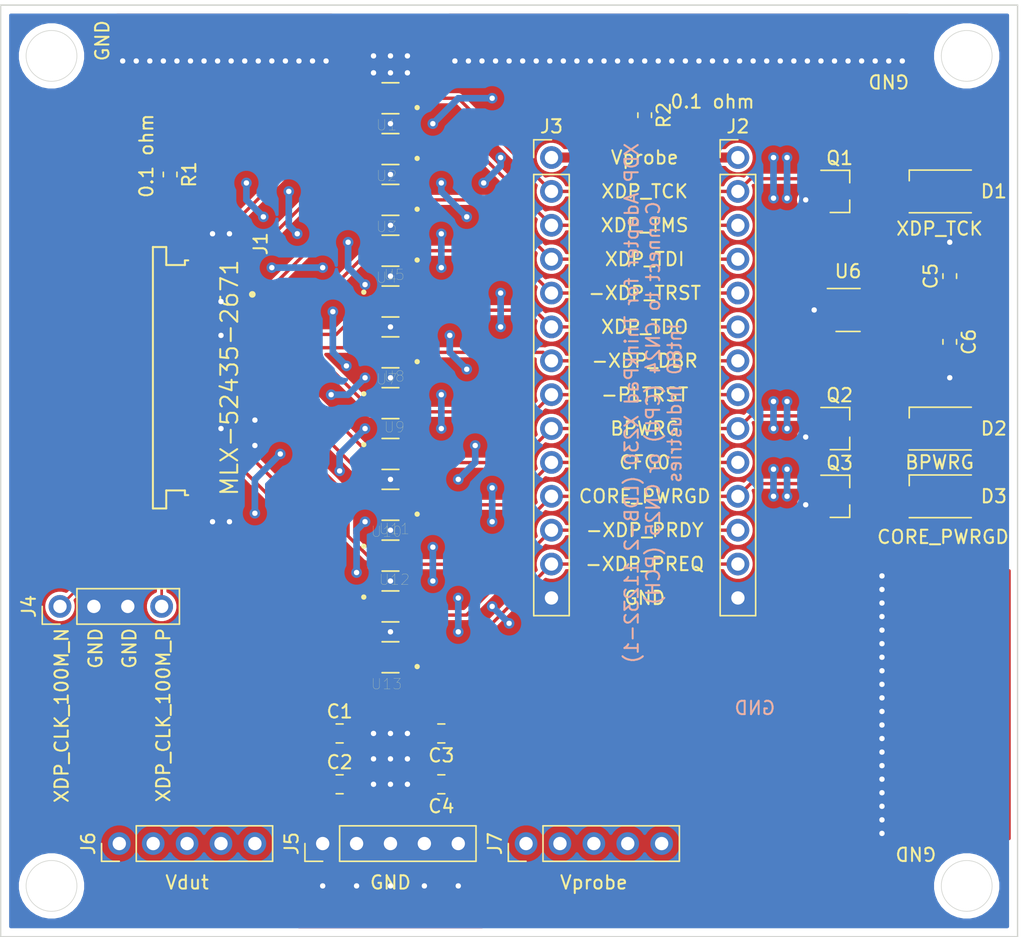
<source format=kicad_pcb>
(kicad_pcb (version 20171130) (host pcbnew 5.1.5+dfsg1-2build2)

  (general
    (thickness 1.6)
    (drawings 39)
    (tracks 465)
    (zones 0)
    (modules 34)
    (nets 43)
  )

  (page A4)
  (layers
    (0 F.Cu signal)
    (31 B.Cu power)
    (32 B.Adhes user)
    (33 F.Adhes user)
    (34 B.Paste user)
    (35 F.Paste user)
    (36 B.SilkS user)
    (37 F.SilkS user)
    (38 B.Mask user)
    (39 F.Mask user)
    (40 Dwgs.User user)
    (41 Cmts.User user)
    (42 Eco1.User user)
    (43 Eco2.User user)
    (44 Edge.Cuts user)
    (45 Margin user)
    (46 B.CrtYd user)
    (47 F.CrtYd user)
    (48 B.Fab user)
    (49 F.Fab user)
  )

  (setup
    (last_trace_width 0.25)
    (trace_clearance 0.2)
    (zone_clearance 0.254)
    (zone_45_only no)
    (trace_min 0.2)
    (via_size 0.8)
    (via_drill 0.4)
    (via_min_size 0.5)
    (via_min_drill 0.3)
    (uvia_size 0.8)
    (uvia_drill 0.4)
    (uvias_allowed no)
    (uvia_min_size 0.2)
    (uvia_min_drill 0.1)
    (edge_width 0.05)
    (segment_width 0.2)
    (pcb_text_width 0.3)
    (pcb_text_size 1.5 1.5)
    (mod_edge_width 0.12)
    (mod_text_size 1 1)
    (mod_text_width 0.15)
    (pad_size 1.5 2.6)
    (pad_drill 0)
    (pad_to_mask_clearance 0.051)
    (aux_axis_origin 0 0)
    (visible_elements FFFFFF7F)
    (pcbplotparams
      (layerselection 0x010fc_ffffffff)
      (usegerberextensions false)
      (usegerberattributes false)
      (usegerberadvancedattributes false)
      (creategerberjobfile false)
      (excludeedgelayer true)
      (linewidth 0.100000)
      (plotframeref false)
      (viasonmask false)
      (mode 1)
      (useauxorigin false)
      (hpglpennumber 1)
      (hpglpenspeed 20)
      (hpglpendiameter 15.000000)
      (psnegative false)
      (psa4output false)
      (plotreference true)
      (plotvalue true)
      (plotinvisibletext false)
      (padsonsilk false)
      (subtractmaskfromsilk false)
      (outputformat 1)
      (mirror false)
      (drillshape 1)
      (scaleselection 1)
      (outputdirectory ""))
  )

  (net 0 "")
  (net 1 GND)
  (net 2 Vdut)
  (net 3 Vprobe)
  (net 4 -XDP_PREQ)
  (net 5 -XDP_PRDY)
  (net 6 "Net-(J1-Pad23)")
  (net 7 "Net-(J1-Pad22)")
  (net 8 "Net-(J1-Pad20)")
  (net 9 "Net-(J1-Pad19)")
  (net 10 CORE_PWRGD)
  (net 11 "Net-(J1-Pad16)")
  (net 12 CFG0)
  (net 13 BPWRG)
  (net 14 -PLTRST)
  (net 15 -XDP_DBR)
  (net 16 XDP_TDO)
  (net 17 -XDP_TRST)
  (net 18 XDP_TDI)
  (net 19 XDP_TMS)
  (net 20 "Net-(J1-Pad3)")
  (net 21 XDP_TCK)
  (net 22 +1V8)
  (net 23 "Net-(D1-Pad1)")
  (net 24 "Net-(D2-Pad1)")
  (net 25 "Net-(D3-Pad1)")
  (net 26 Vdut_src)
  (net 27 /-XDP_PREQ_p)
  (net 28 /-XDP_PRDY_p)
  (net 29 /CORE_PWRGD_p)
  (net 30 /CFG0_p)
  (net 31 /BPWRG_p)
  (net 32 /-PLTRST_p)
  (net 33 /-XDP_DBR_p)
  (net 34 /XDP_TDO_p)
  (net 35 /-XDP_TRST_p)
  (net 36 /XDP_TDI_p)
  (net 37 /XDP_TMS_p)
  (net 38 /XDP_TCK_p)
  (net 39 Vprobe_src)
  (net 40 "Net-(U6-Pad4)")
  (net 41 XDP_CLK_100M_P)
  (net 42 XDP_CLK_100M_N)

  (net_class Default "This is the default net class."
    (clearance 0.2)
    (trace_width 0.25)
    (via_dia 0.8)
    (via_drill 0.4)
    (uvia_dia 0.8)
    (uvia_drill 0.4)
    (add_net +1V8)
    (add_net -PLTRST)
    (add_net -XDP_DBR)
    (add_net -XDP_PRDY)
    (add_net -XDP_PREQ)
    (add_net -XDP_TRST)
    (add_net /-PLTRST_p)
    (add_net /-XDP_DBR_p)
    (add_net /-XDP_PRDY_p)
    (add_net /-XDP_PREQ_p)
    (add_net /-XDP_TRST_p)
    (add_net /BPWRG_p)
    (add_net /CFG0_p)
    (add_net /CORE_PWRGD_p)
    (add_net /XDP_TCK_p)
    (add_net /XDP_TDI_p)
    (add_net /XDP_TDO_p)
    (add_net /XDP_TMS_p)
    (add_net BPWRG)
    (add_net CFG0)
    (add_net CORE_PWRGD)
    (add_net GND)
    (add_net "Net-(D1-Pad1)")
    (add_net "Net-(D2-Pad1)")
    (add_net "Net-(D3-Pad1)")
    (add_net "Net-(J1-Pad16)")
    (add_net "Net-(J1-Pad19)")
    (add_net "Net-(J1-Pad20)")
    (add_net "Net-(J1-Pad22)")
    (add_net "Net-(J1-Pad23)")
    (add_net "Net-(J1-Pad3)")
    (add_net "Net-(U6-Pad4)")
    (add_net Vdut)
    (add_net Vdut_src)
    (add_net Vprobe)
    (add_net Vprobe_src)
    (add_net XDP_CLK_100M_N)
    (add_net XDP_CLK_100M_P)
    (add_net XDP_TCK)
    (add_net XDP_TDI)
    (add_net XDP_TDO)
    (add_net XDP_TMS)
  )

  (module Package_TO_SOT_SMD:SOT-23-5 (layer F.Cu) (tedit 60B9E1EF) (tstamp 60B9CD5C)
    (at 165.1 73.025)
    (descr "5-pin SOT23 package")
    (tags SOT-23-5)
    (path /60E703C5)
    (attr smd)
    (fp_text reference U6 (at 0 -2.9) (layer F.SilkS)
      (effects (font (size 1 1) (thickness 0.15)))
    )
    (fp_text value TPS73118DBV (at 0 2.9) (layer F.Fab)
      (effects (font (size 1 1) (thickness 0.15)))
    )
    (fp_line (start 0.9 -1.55) (end 0.9 1.55) (layer F.Fab) (width 0.1))
    (fp_line (start 0.9 1.55) (end -0.9 1.55) (layer F.Fab) (width 0.1))
    (fp_line (start -0.9 -0.9) (end -0.9 1.55) (layer F.Fab) (width 0.1))
    (fp_line (start 0.9 -1.55) (end -0.25 -1.55) (layer F.Fab) (width 0.1))
    (fp_line (start -0.9 -0.9) (end -0.25 -1.55) (layer F.Fab) (width 0.1))
    (fp_line (start -1.9 1.8) (end -1.9 -1.8) (layer F.CrtYd) (width 0.05))
    (fp_line (start 1.9 1.8) (end -1.9 1.8) (layer F.CrtYd) (width 0.05))
    (fp_line (start 1.9 -1.8) (end 1.9 1.8) (layer F.CrtYd) (width 0.05))
    (fp_line (start -1.9 -1.8) (end 1.9 -1.8) (layer F.CrtYd) (width 0.05))
    (fp_line (start 0.9 -1.61) (end -1.55 -1.61) (layer F.SilkS) (width 0.12))
    (fp_line (start -0.9 1.61) (end 0.9 1.61) (layer F.SilkS) (width 0.12))
    (fp_text user %R (at 0 0 90) (layer F.Fab)
      (effects (font (size 0.5 0.5) (thickness 0.075)))
    )
    (pad 5 smd rect (at 1.1 -0.95) (size 1.06 0.65) (layers F.Cu F.Paste F.Mask)
      (net 22 +1V8))
    (pad 4 smd rect (at 1.1 0.95) (size 1.06 0.65) (layers F.Cu F.Paste F.Mask)
      (net 40 "Net-(U6-Pad4)"))
    (pad 3 smd rect (at -1.1 0.95) (size 1.06 0.65) (layers F.Cu F.Paste F.Mask)
      (net 3 Vprobe))
    (pad 2 smd rect (at -1.1 0) (size 1.06 0.65) (layers F.Cu F.Paste F.Mask)
      (net 1 GND))
    (pad 1 smd rect (at -1.1 -0.95) (size 1.06 0.65) (layers F.Cu F.Paste F.Mask)
      (net 3 Vprobe))
    (model ${KISYS3DMOD}/Package_TO_SOT_SMD.3dshapes/SOT-23-5.wrl
      (at (xyz 0 0 0))
      (scale (xyz 1 1 1))
      (rotate (xyz 0 0 0))
    )
  )

  (module Resistor_SMD:R_0603_1608Metric_Pad1.05x0.95mm_HandSolder (layer F.Cu) (tedit 5B301BBD) (tstamp 60B9D2FF)
    (at 149.86 58.42 270)
    (descr "Resistor SMD 0603 (1608 Metric), square (rectangular) end terminal, IPC_7351 nominal with elongated pad for handsoldering. (Body size source: http://www.tortai-tech.com/upload/download/2011102023233369053.pdf), generated with kicad-footprint-generator")
    (tags "resistor handsolder")
    (path /60BEE4EE)
    (attr smd)
    (fp_text reference R2 (at 0 -1.43 90) (layer F.SilkS)
      (effects (font (size 1 1) (thickness 0.15)))
    )
    (fp_text value "0.1 ohm 1%" (at 0 1.43 90) (layer F.Fab)
      (effects (font (size 1 1) (thickness 0.15)))
    )
    (fp_text user %R (at 0 0 90) (layer F.Fab)
      (effects (font (size 0.4 0.4) (thickness 0.06)))
    )
    (fp_line (start 1.65 0.73) (end -1.65 0.73) (layer F.CrtYd) (width 0.05))
    (fp_line (start 1.65 -0.73) (end 1.65 0.73) (layer F.CrtYd) (width 0.05))
    (fp_line (start -1.65 -0.73) (end 1.65 -0.73) (layer F.CrtYd) (width 0.05))
    (fp_line (start -1.65 0.73) (end -1.65 -0.73) (layer F.CrtYd) (width 0.05))
    (fp_line (start -0.171267 0.51) (end 0.171267 0.51) (layer F.SilkS) (width 0.12))
    (fp_line (start -0.171267 -0.51) (end 0.171267 -0.51) (layer F.SilkS) (width 0.12))
    (fp_line (start 0.8 0.4) (end -0.8 0.4) (layer F.Fab) (width 0.1))
    (fp_line (start 0.8 -0.4) (end 0.8 0.4) (layer F.Fab) (width 0.1))
    (fp_line (start -0.8 -0.4) (end 0.8 -0.4) (layer F.Fab) (width 0.1))
    (fp_line (start -0.8 0.4) (end -0.8 -0.4) (layer F.Fab) (width 0.1))
    (pad 2 smd roundrect (at 0.875 0 270) (size 1.05 0.95) (layers F.Cu F.Paste F.Mask) (roundrect_rratio 0.25)
      (net 39 Vprobe_src))
    (pad 1 smd roundrect (at -0.875 0 270) (size 1.05 0.95) (layers F.Cu F.Paste F.Mask) (roundrect_rratio 0.25)
      (net 3 Vprobe))
    (model ${KISYS3DMOD}/Resistor_SMD.3dshapes/R_0603_1608Metric.wrl
      (at (xyz 0 0 0))
      (scale (xyz 1 1 1))
      (rotate (xyz 0 0 0))
    )
  )

  (module Resistor_SMD:R_0603_1608Metric_Pad1.05x0.95mm_HandSolder (layer F.Cu) (tedit 5B301BBD) (tstamp 60B9CEDE)
    (at 114.3 62.865 270)
    (descr "Resistor SMD 0603 (1608 Metric), square (rectangular) end terminal, IPC_7351 nominal with elongated pad for handsoldering. (Body size source: http://www.tortai-tech.com/upload/download/2011102023233369053.pdf), generated with kicad-footprint-generator")
    (tags "resistor handsolder")
    (path /60BCF189)
    (attr smd)
    (fp_text reference R1 (at 0 -1.43 90) (layer F.SilkS)
      (effects (font (size 1 1) (thickness 0.15)))
    )
    (fp_text value "0.1 ohm 1%" (at 0 1.43 90) (layer F.Fab)
      (effects (font (size 1 1) (thickness 0.15)))
    )
    (fp_text user %R (at 0 0 90) (layer F.Fab)
      (effects (font (size 0.4 0.4) (thickness 0.06)))
    )
    (fp_line (start 1.65 0.73) (end -1.65 0.73) (layer F.CrtYd) (width 0.05))
    (fp_line (start 1.65 -0.73) (end 1.65 0.73) (layer F.CrtYd) (width 0.05))
    (fp_line (start -1.65 -0.73) (end 1.65 -0.73) (layer F.CrtYd) (width 0.05))
    (fp_line (start -1.65 0.73) (end -1.65 -0.73) (layer F.CrtYd) (width 0.05))
    (fp_line (start -0.171267 0.51) (end 0.171267 0.51) (layer F.SilkS) (width 0.12))
    (fp_line (start -0.171267 -0.51) (end 0.171267 -0.51) (layer F.SilkS) (width 0.12))
    (fp_line (start 0.8 0.4) (end -0.8 0.4) (layer F.Fab) (width 0.1))
    (fp_line (start 0.8 -0.4) (end 0.8 0.4) (layer F.Fab) (width 0.1))
    (fp_line (start -0.8 -0.4) (end 0.8 -0.4) (layer F.Fab) (width 0.1))
    (fp_line (start -0.8 0.4) (end -0.8 -0.4) (layer F.Fab) (width 0.1))
    (pad 2 smd roundrect (at 0.875 0 270) (size 1.05 0.95) (layers F.Cu F.Paste F.Mask) (roundrect_rratio 0.25)
      (net 26 Vdut_src))
    (pad 1 smd roundrect (at -0.875 0 270) (size 1.05 0.95) (layers F.Cu F.Paste F.Mask) (roundrect_rratio 0.25)
      (net 2 Vdut))
    (model ${KISYS3DMOD}/Resistor_SMD.3dshapes/R_0603_1608Metric.wrl
      (at (xyz 0 0 0))
      (scale (xyz 1 1 1))
      (rotate (xyz 0 0 0))
    )
  )

  (module Package_TO_SOT_SMD:SOT-23 (layer F.Cu) (tedit 5A02FF57) (tstamp 60B9CE01)
    (at 164.465 86.995)
    (descr "SOT-23, Standard")
    (tags SOT-23)
    (path /60C9F4BB)
    (attr smd)
    (fp_text reference Q3 (at 0 -2.5) (layer F.SilkS)
      (effects (font (size 1 1) (thickness 0.15)))
    )
    (fp_text value DMN62D0U (at 0 2.5) (layer F.Fab)
      (effects (font (size 1 1) (thickness 0.15)))
    )
    (fp_line (start 0.76 1.58) (end -0.7 1.58) (layer F.SilkS) (width 0.12))
    (fp_line (start 0.76 -1.58) (end -1.4 -1.58) (layer F.SilkS) (width 0.12))
    (fp_line (start -1.7 1.75) (end -1.7 -1.75) (layer F.CrtYd) (width 0.05))
    (fp_line (start 1.7 1.75) (end -1.7 1.75) (layer F.CrtYd) (width 0.05))
    (fp_line (start 1.7 -1.75) (end 1.7 1.75) (layer F.CrtYd) (width 0.05))
    (fp_line (start -1.7 -1.75) (end 1.7 -1.75) (layer F.CrtYd) (width 0.05))
    (fp_line (start 0.76 -1.58) (end 0.76 -0.65) (layer F.SilkS) (width 0.12))
    (fp_line (start 0.76 1.58) (end 0.76 0.65) (layer F.SilkS) (width 0.12))
    (fp_line (start -0.7 1.52) (end 0.7 1.52) (layer F.Fab) (width 0.1))
    (fp_line (start 0.7 -1.52) (end 0.7 1.52) (layer F.Fab) (width 0.1))
    (fp_line (start -0.7 -0.95) (end -0.15 -1.52) (layer F.Fab) (width 0.1))
    (fp_line (start -0.15 -1.52) (end 0.7 -1.52) (layer F.Fab) (width 0.1))
    (fp_line (start -0.7 -0.95) (end -0.7 1.5) (layer F.Fab) (width 0.1))
    (fp_text user %R (at 0 0 90) (layer F.Fab)
      (effects (font (size 0.5 0.5) (thickness 0.075)))
    )
    (pad 3 smd rect (at 1 0) (size 0.9 0.8) (layers F.Cu F.Paste F.Mask)
      (net 25 "Net-(D3-Pad1)"))
    (pad 2 smd rect (at -1 0.95) (size 0.9 0.8) (layers F.Cu F.Paste F.Mask)
      (net 1 GND))
    (pad 1 smd rect (at -1 -0.95) (size 0.9 0.8) (layers F.Cu F.Paste F.Mask)
      (net 29 /CORE_PWRGD_p))
    (model ${KISYS3DMOD}/Package_TO_SOT_SMD.3dshapes/SOT-23.wrl
      (at (xyz 0 0 0))
      (scale (xyz 1 1 1))
      (rotate (xyz 0 0 0))
    )
  )

  (module Package_TO_SOT_SMD:SOT-23 (layer F.Cu) (tedit 5A02FF57) (tstamp 60B9CE6D)
    (at 164.465 81.915)
    (descr "SOT-23, Standard")
    (tags SOT-23)
    (path /60C8EAD6)
    (attr smd)
    (fp_text reference Q2 (at 0 -2.5) (layer F.SilkS)
      (effects (font (size 1 1) (thickness 0.15)))
    )
    (fp_text value DMN62D0U (at 0 2.5) (layer F.Fab)
      (effects (font (size 1 1) (thickness 0.15)))
    )
    (fp_line (start 0.76 1.58) (end -0.7 1.58) (layer F.SilkS) (width 0.12))
    (fp_line (start 0.76 -1.58) (end -1.4 -1.58) (layer F.SilkS) (width 0.12))
    (fp_line (start -1.7 1.75) (end -1.7 -1.75) (layer F.CrtYd) (width 0.05))
    (fp_line (start 1.7 1.75) (end -1.7 1.75) (layer F.CrtYd) (width 0.05))
    (fp_line (start 1.7 -1.75) (end 1.7 1.75) (layer F.CrtYd) (width 0.05))
    (fp_line (start -1.7 -1.75) (end 1.7 -1.75) (layer F.CrtYd) (width 0.05))
    (fp_line (start 0.76 -1.58) (end 0.76 -0.65) (layer F.SilkS) (width 0.12))
    (fp_line (start 0.76 1.58) (end 0.76 0.65) (layer F.SilkS) (width 0.12))
    (fp_line (start -0.7 1.52) (end 0.7 1.52) (layer F.Fab) (width 0.1))
    (fp_line (start 0.7 -1.52) (end 0.7 1.52) (layer F.Fab) (width 0.1))
    (fp_line (start -0.7 -0.95) (end -0.15 -1.52) (layer F.Fab) (width 0.1))
    (fp_line (start -0.15 -1.52) (end 0.7 -1.52) (layer F.Fab) (width 0.1))
    (fp_line (start -0.7 -0.95) (end -0.7 1.5) (layer F.Fab) (width 0.1))
    (fp_text user %R (at 0 0 90) (layer F.Fab)
      (effects (font (size 0.5 0.5) (thickness 0.075)))
    )
    (pad 3 smd rect (at 1 0) (size 0.9 0.8) (layers F.Cu F.Paste F.Mask)
      (net 24 "Net-(D2-Pad1)"))
    (pad 2 smd rect (at -1 0.95) (size 0.9 0.8) (layers F.Cu F.Paste F.Mask)
      (net 1 GND))
    (pad 1 smd rect (at -1 -0.95) (size 0.9 0.8) (layers F.Cu F.Paste F.Mask)
      (net 31 /BPWRG_p))
    (model ${KISYS3DMOD}/Package_TO_SOT_SMD.3dshapes/SOT-23.wrl
      (at (xyz 0 0 0))
      (scale (xyz 1 1 1))
      (rotate (xyz 0 0 0))
    )
  )

  (module Package_TO_SOT_SMD:SOT-23 (layer F.Cu) (tedit 5A02FF57) (tstamp 60B9CD20)
    (at 164.465 64.135)
    (descr "SOT-23, Standard")
    (tags SOT-23)
    (path /60C2FB1B)
    (attr smd)
    (fp_text reference Q1 (at 0 -2.5) (layer F.SilkS)
      (effects (font (size 1 1) (thickness 0.15)))
    )
    (fp_text value DMN62D0U (at 0 2.5) (layer F.Fab)
      (effects (font (size 1 1) (thickness 0.15)))
    )
    (fp_line (start 0.76 1.58) (end -0.7 1.58) (layer F.SilkS) (width 0.12))
    (fp_line (start 0.76 -1.58) (end -1.4 -1.58) (layer F.SilkS) (width 0.12))
    (fp_line (start -1.7 1.75) (end -1.7 -1.75) (layer F.CrtYd) (width 0.05))
    (fp_line (start 1.7 1.75) (end -1.7 1.75) (layer F.CrtYd) (width 0.05))
    (fp_line (start 1.7 -1.75) (end 1.7 1.75) (layer F.CrtYd) (width 0.05))
    (fp_line (start -1.7 -1.75) (end 1.7 -1.75) (layer F.CrtYd) (width 0.05))
    (fp_line (start 0.76 -1.58) (end 0.76 -0.65) (layer F.SilkS) (width 0.12))
    (fp_line (start 0.76 1.58) (end 0.76 0.65) (layer F.SilkS) (width 0.12))
    (fp_line (start -0.7 1.52) (end 0.7 1.52) (layer F.Fab) (width 0.1))
    (fp_line (start 0.7 -1.52) (end 0.7 1.52) (layer F.Fab) (width 0.1))
    (fp_line (start -0.7 -0.95) (end -0.15 -1.52) (layer F.Fab) (width 0.1))
    (fp_line (start -0.15 -1.52) (end 0.7 -1.52) (layer F.Fab) (width 0.1))
    (fp_line (start -0.7 -0.95) (end -0.7 1.5) (layer F.Fab) (width 0.1))
    (fp_text user %R (at 0 0 90) (layer F.Fab)
      (effects (font (size 0.5 0.5) (thickness 0.075)))
    )
    (pad 3 smd rect (at 1 0) (size 0.9 0.8) (layers F.Cu F.Paste F.Mask)
      (net 23 "Net-(D1-Pad1)"))
    (pad 2 smd rect (at -1 0.95) (size 0.9 0.8) (layers F.Cu F.Paste F.Mask)
      (net 1 GND))
    (pad 1 smd rect (at -1 -0.95) (size 0.9 0.8) (layers F.Cu F.Paste F.Mask)
      (net 38 /XDP_TCK_p))
    (model ${KISYS3DMOD}/Package_TO_SOT_SMD.3dshapes/SOT-23.wrl
      (at (xyz 0 0 0))
      (scale (xyz 1 1 1))
      (rotate (xyz 0 0 0))
    )
  )

  (module LED_SMD:LED_PLCC-2 (layer F.Cu) (tedit 59959404) (tstamp 60B9CD97)
    (at 172.085 86.995)
    (descr "LED PLCC-2 SMD package")
    (tags "LED PLCC-2 SMD")
    (path /60C9F4B5)
    (attr smd)
    (fp_text reference D3 (at 3.937 0) (layer F.SilkS)
      (effects (font (size 1 1) (thickness 0.15)))
    )
    (fp_text value Yellow (at 0 2.5) (layer F.Fab)
      (effects (font (size 1 1) (thickness 0.15)))
    )
    (fp_text user %R (at 0 0) (layer F.Fab)
      (effects (font (size 0.4 0.4) (thickness 0.1)))
    )
    (fp_line (start -2.4 -1.6) (end -2.4 -0.8) (layer F.SilkS) (width 0.12))
    (fp_line (start 2.25 -1.6) (end -2.4 -1.6) (layer F.SilkS) (width 0.12))
    (fp_line (start 2.25 1.6) (end -2.4 1.6) (layer F.SilkS) (width 0.12))
    (fp_line (start -2.65 1.85) (end -2.65 -1.85) (layer F.CrtYd) (width 0.05))
    (fp_line (start 2.5 1.85) (end -2.65 1.85) (layer F.CrtYd) (width 0.05))
    (fp_line (start 2.5 -1.85) (end 2.5 1.85) (layer F.CrtYd) (width 0.05))
    (fp_line (start -2.65 -1.85) (end 2.5 -1.85) (layer F.CrtYd) (width 0.05))
    (fp_line (start -1.7 1.5) (end 1.7 1.5) (layer F.Fab) (width 0.1))
    (fp_line (start -1.7 -1.5) (end -1.7 1.5) (layer F.Fab) (width 0.1))
    (fp_line (start 1.7 -1.5) (end -1.7 -1.5) (layer F.Fab) (width 0.1))
    (fp_line (start 1.7 1.5) (end 1.7 -1.5) (layer F.Fab) (width 0.1))
    (fp_line (start -1.7 -0.6) (end -0.8 -1.5) (layer F.Fab) (width 0.1))
    (fp_circle (center 0 0) (end 0 -1.25) (layer F.Fab) (width 0.1))
    (pad 2 smd rect (at 1.5 0) (size 1.5 2.6) (layers F.Cu F.Paste F.Mask)
      (net 22 +1V8))
    (pad 1 smd rect (at -1.5 0) (size 1.5 2.6) (layers F.Cu F.Paste F.Mask)
      (net 25 "Net-(D3-Pad1)"))
    (model ${KISYS3DMOD}/LED_SMD.3dshapes/LED_PLCC-2.wrl
      (at (xyz 0 0 0))
      (scale (xyz 1 1 1))
      (rotate (xyz 0 0 0))
    )
  )

  (module LED_SMD:LED_PLCC-2 (layer F.Cu) (tedit 59959404) (tstamp 60B9CCE6)
    (at 172.085 81.915)
    (descr "LED PLCC-2 SMD package")
    (tags "LED PLCC-2 SMD")
    (path /60C8EAD0)
    (attr smd)
    (fp_text reference D2 (at 3.937 0) (layer F.SilkS)
      (effects (font (size 1 1) (thickness 0.15)))
    )
    (fp_text value Red (at 0 2.5) (layer F.Fab)
      (effects (font (size 1 1) (thickness 0.15)))
    )
    (fp_text user %R (at 0 0) (layer F.Fab)
      (effects (font (size 0.4 0.4) (thickness 0.1)))
    )
    (fp_line (start -2.4 -1.6) (end -2.4 -0.8) (layer F.SilkS) (width 0.12))
    (fp_line (start 2.25 -1.6) (end -2.4 -1.6) (layer F.SilkS) (width 0.12))
    (fp_line (start 2.25 1.6) (end -2.4 1.6) (layer F.SilkS) (width 0.12))
    (fp_line (start -2.65 1.85) (end -2.65 -1.85) (layer F.CrtYd) (width 0.05))
    (fp_line (start 2.5 1.85) (end -2.65 1.85) (layer F.CrtYd) (width 0.05))
    (fp_line (start 2.5 -1.85) (end 2.5 1.85) (layer F.CrtYd) (width 0.05))
    (fp_line (start -2.65 -1.85) (end 2.5 -1.85) (layer F.CrtYd) (width 0.05))
    (fp_line (start -1.7 1.5) (end 1.7 1.5) (layer F.Fab) (width 0.1))
    (fp_line (start -1.7 -1.5) (end -1.7 1.5) (layer F.Fab) (width 0.1))
    (fp_line (start 1.7 -1.5) (end -1.7 -1.5) (layer F.Fab) (width 0.1))
    (fp_line (start 1.7 1.5) (end 1.7 -1.5) (layer F.Fab) (width 0.1))
    (fp_line (start -1.7 -0.6) (end -0.8 -1.5) (layer F.Fab) (width 0.1))
    (fp_circle (center 0 0) (end 0 -1.25) (layer F.Fab) (width 0.1))
    (pad 2 smd rect (at 1.5 0) (size 1.5 2.6) (layers F.Cu F.Paste F.Mask)
      (net 22 +1V8))
    (pad 1 smd rect (at -1.5 0) (size 1.5 2.6) (layers F.Cu F.Paste F.Mask)
      (net 24 "Net-(D2-Pad1)"))
    (model ${KISYS3DMOD}/LED_SMD.3dshapes/LED_PLCC-2.wrl
      (at (xyz 0 0 0))
      (scale (xyz 1 1 1))
      (rotate (xyz 0 0 0))
    )
  )

  (module LED_SMD:LED_PLCC-2 (layer F.Cu) (tedit 59959404) (tstamp 60B9D4A5)
    (at 172.085 64.135)
    (descr "LED PLCC-2 SMD package")
    (tags "LED PLCC-2 SMD")
    (path /60C1DCCF)
    (attr smd)
    (fp_text reference D1 (at 3.937 0) (layer F.SilkS)
      (effects (font (size 1 1) (thickness 0.15)))
    )
    (fp_text value Green (at 0 2.5) (layer F.Fab)
      (effects (font (size 1 1) (thickness 0.15)))
    )
    (fp_text user %R (at 0 0) (layer F.Fab)
      (effects (font (size 0.4 0.4) (thickness 0.1)))
    )
    (fp_line (start -2.4 -1.6) (end -2.4 -0.8) (layer F.SilkS) (width 0.12))
    (fp_line (start 2.25 -1.6) (end -2.4 -1.6) (layer F.SilkS) (width 0.12))
    (fp_line (start 2.25 1.6) (end -2.4 1.6) (layer F.SilkS) (width 0.12))
    (fp_line (start -2.65 1.85) (end -2.65 -1.85) (layer F.CrtYd) (width 0.05))
    (fp_line (start 2.5 1.85) (end -2.65 1.85) (layer F.CrtYd) (width 0.05))
    (fp_line (start 2.5 -1.85) (end 2.5 1.85) (layer F.CrtYd) (width 0.05))
    (fp_line (start -2.65 -1.85) (end 2.5 -1.85) (layer F.CrtYd) (width 0.05))
    (fp_line (start -1.7 1.5) (end 1.7 1.5) (layer F.Fab) (width 0.1))
    (fp_line (start -1.7 -1.5) (end -1.7 1.5) (layer F.Fab) (width 0.1))
    (fp_line (start 1.7 -1.5) (end -1.7 -1.5) (layer F.Fab) (width 0.1))
    (fp_line (start 1.7 1.5) (end 1.7 -1.5) (layer F.Fab) (width 0.1))
    (fp_line (start -1.7 -0.6) (end -0.8 -1.5) (layer F.Fab) (width 0.1))
    (fp_circle (center 0 0) (end 0 -1.25) (layer F.Fab) (width 0.1))
    (pad 2 smd rect (at 1.5 0) (size 1.5 2.6) (layers F.Cu F.Paste F.Mask)
      (net 22 +1V8))
    (pad 1 smd rect (at -1.5 0) (size 1.5 2.6) (layers F.Cu F.Paste F.Mask)
      (net 23 "Net-(D1-Pad1)"))
    (model ${KISYS3DMOD}/LED_SMD.3dshapes/LED_PLCC-2.wrl
      (at (xyz 0 0 0))
      (scale (xyz 1 1 1))
      (rotate (xyz 0 0 0))
    )
  )

  (module Capacitor_SMD:C_0603_1608Metric_Pad1.05x0.95mm_HandSolder (layer F.Cu) (tedit 5B301BBE) (tstamp 60B9CCB3)
    (at 172.72 75.415 270)
    (descr "Capacitor SMD 0603 (1608 Metric), square (rectangular) end terminal, IPC_7351 nominal with elongated pad for handsoldering. (Body size source: http://www.tortai-tech.com/upload/download/2011102023233369053.pdf), generated with kicad-footprint-generator")
    (tags "capacitor handsolder")
    (path /60F1EAAE)
    (attr smd)
    (fp_text reference C6 (at 0 -1.43 90) (layer F.SilkS)
      (effects (font (size 1 1) (thickness 0.15)))
    )
    (fp_text value 1uF (at 0 1.43 90) (layer F.Fab)
      (effects (font (size 1 1) (thickness 0.15)))
    )
    (fp_text user %R (at 0 0 90) (layer F.Fab)
      (effects (font (size 0.4 0.4) (thickness 0.06)))
    )
    (fp_line (start 1.65 0.73) (end -1.65 0.73) (layer F.CrtYd) (width 0.05))
    (fp_line (start 1.65 -0.73) (end 1.65 0.73) (layer F.CrtYd) (width 0.05))
    (fp_line (start -1.65 -0.73) (end 1.65 -0.73) (layer F.CrtYd) (width 0.05))
    (fp_line (start -1.65 0.73) (end -1.65 -0.73) (layer F.CrtYd) (width 0.05))
    (fp_line (start -0.171267 0.51) (end 0.171267 0.51) (layer F.SilkS) (width 0.12))
    (fp_line (start -0.171267 -0.51) (end 0.171267 -0.51) (layer F.SilkS) (width 0.12))
    (fp_line (start 0.8 0.4) (end -0.8 0.4) (layer F.Fab) (width 0.1))
    (fp_line (start 0.8 -0.4) (end 0.8 0.4) (layer F.Fab) (width 0.1))
    (fp_line (start -0.8 -0.4) (end 0.8 -0.4) (layer F.Fab) (width 0.1))
    (fp_line (start -0.8 0.4) (end -0.8 -0.4) (layer F.Fab) (width 0.1))
    (pad 2 smd roundrect (at 0.875 0 270) (size 1.05 0.95) (layers F.Cu F.Paste F.Mask) (roundrect_rratio 0.25)
      (net 1 GND))
    (pad 1 smd roundrect (at -0.875 0 270) (size 1.05 0.95) (layers F.Cu F.Paste F.Mask) (roundrect_rratio 0.25)
      (net 22 +1V8))
    (model ${KISYS3DMOD}/Capacitor_SMD.3dshapes/C_0603_1608Metric.wrl
      (at (xyz 0 0 0))
      (scale (xyz 1 1 1))
      (rotate (xyz 0 0 0))
    )
  )

  (module Capacitor_SMD:C_0603_1608Metric_Pad1.05x0.95mm_HandSolder (layer F.Cu) (tedit 5B301BBE) (tstamp 60B9CE39)
    (at 172.72 70.485 90)
    (descr "Capacitor SMD 0603 (1608 Metric), square (rectangular) end terminal, IPC_7351 nominal with elongated pad for handsoldering. (Body size source: http://www.tortai-tech.com/upload/download/2011102023233369053.pdf), generated with kicad-footprint-generator")
    (tags "capacitor handsolder")
    (path /60F1EAA8)
    (attr smd)
    (fp_text reference C5 (at 0 -1.43 90) (layer F.SilkS)
      (effects (font (size 1 1) (thickness 0.15)))
    )
    (fp_text value 10nF (at 0 1.43 90) (layer F.Fab)
      (effects (font (size 1 1) (thickness 0.15)))
    )
    (fp_text user %R (at 0 0 90) (layer F.Fab)
      (effects (font (size 0.4 0.4) (thickness 0.06)))
    )
    (fp_line (start 1.65 0.73) (end -1.65 0.73) (layer F.CrtYd) (width 0.05))
    (fp_line (start 1.65 -0.73) (end 1.65 0.73) (layer F.CrtYd) (width 0.05))
    (fp_line (start -1.65 -0.73) (end 1.65 -0.73) (layer F.CrtYd) (width 0.05))
    (fp_line (start -1.65 0.73) (end -1.65 -0.73) (layer F.CrtYd) (width 0.05))
    (fp_line (start -0.171267 0.51) (end 0.171267 0.51) (layer F.SilkS) (width 0.12))
    (fp_line (start -0.171267 -0.51) (end 0.171267 -0.51) (layer F.SilkS) (width 0.12))
    (fp_line (start 0.8 0.4) (end -0.8 0.4) (layer F.Fab) (width 0.1))
    (fp_line (start 0.8 -0.4) (end 0.8 0.4) (layer F.Fab) (width 0.1))
    (fp_line (start -0.8 -0.4) (end 0.8 -0.4) (layer F.Fab) (width 0.1))
    (fp_line (start -0.8 0.4) (end -0.8 -0.4) (layer F.Fab) (width 0.1))
    (pad 2 smd roundrect (at 0.875 0 90) (size 1.05 0.95) (layers F.Cu F.Paste F.Mask) (roundrect_rratio 0.25)
      (net 1 GND))
    (pad 1 smd roundrect (at -0.875 0 90) (size 1.05 0.95) (layers F.Cu F.Paste F.Mask) (roundrect_rratio 0.25)
      (net 22 +1V8))
    (model ${KISYS3DMOD}/Capacitor_SMD.3dshapes/C_0603_1608Metric.wrl
      (at (xyz 0 0 0))
      (scale (xyz 1 1 1))
      (rotate (xyz 0 0 0))
    )
  )

  (module x230-xdp:SOT65P210X110-5N (layer F.Cu) (tedit 60AFF80E) (tstamp 60B607A9)
    (at 130.81 99.06 180)
    (path /60BB0F79)
    (fp_text reference U13 (at 0.29 -2.008) (layer F.SilkS)
      (effects (font (size 0.8 0.8) (thickness 0.015)))
    )
    (fp_text value NLSV1T34 (at 5.878 2.008) (layer F.Fab)
      (effects (font (size 0.8 0.8) (thickness 0.015)))
    )
    (fp_line (start -0.625 -1) (end 0.625 -1) (layer F.Fab) (width 0.127))
    (fp_line (start 0.625 -1) (end 0.625 1) (layer F.Fab) (width 0.127))
    (fp_line (start 0.625 1) (end -0.625 1) (layer F.Fab) (width 0.127))
    (fp_line (start -0.625 1) (end -0.625 -1) (layer F.Fab) (width 0.127))
    (fp_line (start -0.625 -1.16) (end 0.625 -1.16) (layer F.SilkS) (width 0.127))
    (fp_line (start 0.625 1.16) (end -0.625 1.16) (layer F.SilkS) (width 0.127))
    (fp_line (start -1.715 -1.25) (end 1.715 -1.25) (layer F.CrtYd) (width 0.05))
    (fp_line (start 1.715 -1.25) (end 1.715 1.25) (layer F.CrtYd) (width 0.05))
    (fp_line (start 1.715 1.25) (end -1.715 1.25) (layer F.CrtYd) (width 0.05))
    (fp_line (start -1.715 1.25) (end -1.715 -1.25) (layer F.CrtYd) (width 0.05))
    (fp_circle (center -2 -0.7) (end -1.9 -0.7) (layer F.SilkS) (width 0.2))
    (fp_circle (center -2 -0.7) (end -1.9 -0.7) (layer F.Fab) (width 0.2))
    (pad 1 smd rect (at -0.935 -0.65 180) (size 1.06 0.39) (layers F.Cu F.Paste F.Mask)
      (net 3 Vprobe))
    (pad 2 smd rect (at -0.935 0 180) (size 1.06 0.39) (layers F.Cu F.Paste F.Mask)
      (net 27 /-XDP_PREQ_p))
    (pad 3 smd rect (at -0.935 0.65 180) (size 1.06 0.39) (layers F.Cu F.Paste F.Mask)
      (net 1 GND))
    (pad 5 smd rect (at 0.935 -0.65 180) (size 1.06 0.39) (layers F.Cu F.Paste F.Mask)
      (net 2 Vdut))
    (pad 4 smd rect (at 0.935 0.65 180) (size 1.06 0.39) (layers F.Cu F.Paste F.Mask)
      (net 4 -XDP_PREQ))
  )

  (module x230-xdp:SOT65P210X110-5N (layer F.Cu) (tedit 60AFF80E) (tstamp 60B60515)
    (at 130.81 95.25)
    (path /60BB0AF2)
    (fp_text reference U12 (at 0.29 -2.008) (layer F.SilkS)
      (effects (font (size 0.8 0.8) (thickness 0.015)))
    )
    (fp_text value NLSV1T34 (at 5.878 2.008) (layer F.Fab)
      (effects (font (size 0.8 0.8) (thickness 0.015)))
    )
    (fp_line (start -0.625 -1) (end 0.625 -1) (layer F.Fab) (width 0.127))
    (fp_line (start 0.625 -1) (end 0.625 1) (layer F.Fab) (width 0.127))
    (fp_line (start 0.625 1) (end -0.625 1) (layer F.Fab) (width 0.127))
    (fp_line (start -0.625 1) (end -0.625 -1) (layer F.Fab) (width 0.127))
    (fp_line (start -0.625 -1.16) (end 0.625 -1.16) (layer F.SilkS) (width 0.127))
    (fp_line (start 0.625 1.16) (end -0.625 1.16) (layer F.SilkS) (width 0.127))
    (fp_line (start -1.715 -1.25) (end 1.715 -1.25) (layer F.CrtYd) (width 0.05))
    (fp_line (start 1.715 -1.25) (end 1.715 1.25) (layer F.CrtYd) (width 0.05))
    (fp_line (start 1.715 1.25) (end -1.715 1.25) (layer F.CrtYd) (width 0.05))
    (fp_line (start -1.715 1.25) (end -1.715 -1.25) (layer F.CrtYd) (width 0.05))
    (fp_circle (center -2 -0.7) (end -1.9 -0.7) (layer F.SilkS) (width 0.2))
    (fp_circle (center -2 -0.7) (end -1.9 -0.7) (layer F.Fab) (width 0.2))
    (pad 1 smd rect (at -0.935 -0.65) (size 1.06 0.39) (layers F.Cu F.Paste F.Mask)
      (net 2 Vdut))
    (pad 2 smd rect (at -0.935 0) (size 1.06 0.39) (layers F.Cu F.Paste F.Mask)
      (net 5 -XDP_PRDY))
    (pad 3 smd rect (at -0.935 0.65) (size 1.06 0.39) (layers F.Cu F.Paste F.Mask)
      (net 1 GND))
    (pad 5 smd rect (at 0.935 -0.65) (size 1.06 0.39) (layers F.Cu F.Paste F.Mask)
      (net 3 Vprobe))
    (pad 4 smd rect (at 0.935 0.65) (size 1.06 0.39) (layers F.Cu F.Paste F.Mask)
      (net 28 /-XDP_PRDY_p))
  )

  (module x230-xdp:SOT65P210X110-5N (layer F.Cu) (tedit 60AFF80E) (tstamp 60B605BD)
    (at 130.81 91.44)
    (path /60BA1B6C)
    (fp_text reference U11 (at 0.29 -2.008) (layer F.SilkS)
      (effects (font (size 0.8 0.8) (thickness 0.015)))
    )
    (fp_text value NLSV1T34 (at 5.878 2.008) (layer F.Fab)
      (effects (font (size 0.8 0.8) (thickness 0.015)))
    )
    (fp_line (start -0.625 -1) (end 0.625 -1) (layer F.Fab) (width 0.127))
    (fp_line (start 0.625 -1) (end 0.625 1) (layer F.Fab) (width 0.127))
    (fp_line (start 0.625 1) (end -0.625 1) (layer F.Fab) (width 0.127))
    (fp_line (start -0.625 1) (end -0.625 -1) (layer F.Fab) (width 0.127))
    (fp_line (start -0.625 -1.16) (end 0.625 -1.16) (layer F.SilkS) (width 0.127))
    (fp_line (start 0.625 1.16) (end -0.625 1.16) (layer F.SilkS) (width 0.127))
    (fp_line (start -1.715 -1.25) (end 1.715 -1.25) (layer F.CrtYd) (width 0.05))
    (fp_line (start 1.715 -1.25) (end 1.715 1.25) (layer F.CrtYd) (width 0.05))
    (fp_line (start 1.715 1.25) (end -1.715 1.25) (layer F.CrtYd) (width 0.05))
    (fp_line (start -1.715 1.25) (end -1.715 -1.25) (layer F.CrtYd) (width 0.05))
    (fp_circle (center -2 -0.7) (end -1.9 -0.7) (layer F.SilkS) (width 0.2))
    (fp_circle (center -2 -0.7) (end -1.9 -0.7) (layer F.Fab) (width 0.2))
    (pad 1 smd rect (at -0.935 -0.65) (size 1.06 0.39) (layers F.Cu F.Paste F.Mask)
      (net 2 Vdut))
    (pad 2 smd rect (at -0.935 0) (size 1.06 0.39) (layers F.Cu F.Paste F.Mask)
      (net 10 CORE_PWRGD))
    (pad 3 smd rect (at -0.935 0.65) (size 1.06 0.39) (layers F.Cu F.Paste F.Mask)
      (net 1 GND))
    (pad 5 smd rect (at 0.935 -0.65) (size 1.06 0.39) (layers F.Cu F.Paste F.Mask)
      (net 3 Vprobe))
    (pad 4 smd rect (at 0.935 0.65) (size 1.06 0.39) (layers F.Cu F.Paste F.Mask)
      (net 29 /CORE_PWRGD_p))
  )

  (module x230-xdp:SOT65P210X110-5N (layer F.Cu) (tedit 60AFF80E) (tstamp 60B60821)
    (at 130.81 87.63 180)
    (path /60BA175D)
    (fp_text reference U10 (at 0.29 -2.008) (layer F.SilkS)
      (effects (font (size 0.8 0.8) (thickness 0.015)))
    )
    (fp_text value NLSV1T34 (at 5.878 2.008) (layer F.Fab)
      (effects (font (size 0.8 0.8) (thickness 0.015)))
    )
    (fp_line (start -0.625 -1) (end 0.625 -1) (layer F.Fab) (width 0.127))
    (fp_line (start 0.625 -1) (end 0.625 1) (layer F.Fab) (width 0.127))
    (fp_line (start 0.625 1) (end -0.625 1) (layer F.Fab) (width 0.127))
    (fp_line (start -0.625 1) (end -0.625 -1) (layer F.Fab) (width 0.127))
    (fp_line (start -0.625 -1.16) (end 0.625 -1.16) (layer F.SilkS) (width 0.127))
    (fp_line (start 0.625 1.16) (end -0.625 1.16) (layer F.SilkS) (width 0.127))
    (fp_line (start -1.715 -1.25) (end 1.715 -1.25) (layer F.CrtYd) (width 0.05))
    (fp_line (start 1.715 -1.25) (end 1.715 1.25) (layer F.CrtYd) (width 0.05))
    (fp_line (start 1.715 1.25) (end -1.715 1.25) (layer F.CrtYd) (width 0.05))
    (fp_line (start -1.715 1.25) (end -1.715 -1.25) (layer F.CrtYd) (width 0.05))
    (fp_circle (center -2 -0.7) (end -1.9 -0.7) (layer F.SilkS) (width 0.2))
    (fp_circle (center -2 -0.7) (end -1.9 -0.7) (layer F.Fab) (width 0.2))
    (pad 1 smd rect (at -0.935 -0.65 180) (size 1.06 0.39) (layers F.Cu F.Paste F.Mask)
      (net 3 Vprobe))
    (pad 2 smd rect (at -0.935 0 180) (size 1.06 0.39) (layers F.Cu F.Paste F.Mask)
      (net 30 /CFG0_p))
    (pad 3 smd rect (at -0.935 0.65 180) (size 1.06 0.39) (layers F.Cu F.Paste F.Mask)
      (net 1 GND))
    (pad 5 smd rect (at 0.935 -0.65 180) (size 1.06 0.39) (layers F.Cu F.Paste F.Mask)
      (net 2 Vdut))
    (pad 4 smd rect (at 0.935 0.65 180) (size 1.06 0.39) (layers F.Cu F.Paste F.Mask)
      (net 12 CFG0))
  )

  (module x230-xdp:SOT65P210X110-5N (layer F.Cu) (tedit 60AFF80E) (tstamp 60B61277)
    (at 130.81 83.82)
    (path /60BA1039)
    (fp_text reference U9 (at 0.29 -2.008) (layer F.SilkS)
      (effects (font (size 0.8 0.8) (thickness 0.015)))
    )
    (fp_text value NLSV1T34 (at 5.878 2.008) (layer F.Fab)
      (effects (font (size 0.8 0.8) (thickness 0.015)))
    )
    (fp_line (start -0.625 -1) (end 0.625 -1) (layer F.Fab) (width 0.127))
    (fp_line (start 0.625 -1) (end 0.625 1) (layer F.Fab) (width 0.127))
    (fp_line (start 0.625 1) (end -0.625 1) (layer F.Fab) (width 0.127))
    (fp_line (start -0.625 1) (end -0.625 -1) (layer F.Fab) (width 0.127))
    (fp_line (start -0.625 -1.16) (end 0.625 -1.16) (layer F.SilkS) (width 0.127))
    (fp_line (start 0.625 1.16) (end -0.625 1.16) (layer F.SilkS) (width 0.127))
    (fp_line (start -1.715 -1.25) (end 1.715 -1.25) (layer F.CrtYd) (width 0.05))
    (fp_line (start 1.715 -1.25) (end 1.715 1.25) (layer F.CrtYd) (width 0.05))
    (fp_line (start 1.715 1.25) (end -1.715 1.25) (layer F.CrtYd) (width 0.05))
    (fp_line (start -1.715 1.25) (end -1.715 -1.25) (layer F.CrtYd) (width 0.05))
    (fp_circle (center -2 -0.7) (end -1.9 -0.7) (layer F.SilkS) (width 0.2))
    (fp_circle (center -2 -0.7) (end -1.9 -0.7) (layer F.Fab) (width 0.2))
    (pad 1 smd rect (at -0.935 -0.65) (size 1.06 0.39) (layers F.Cu F.Paste F.Mask)
      (net 2 Vdut))
    (pad 2 smd rect (at -0.935 0) (size 1.06 0.39) (layers F.Cu F.Paste F.Mask)
      (net 13 BPWRG))
    (pad 3 smd rect (at -0.935 0.65) (size 1.06 0.39) (layers F.Cu F.Paste F.Mask)
      (net 1 GND))
    (pad 5 smd rect (at 0.935 -0.65) (size 1.06 0.39) (layers F.Cu F.Paste F.Mask)
      (net 3 Vprobe))
    (pad 4 smd rect (at 0.935 0.65) (size 1.06 0.39) (layers F.Cu F.Paste F.Mask)
      (net 31 /BPWRG_p))
  )

  (module x230-xdp:SOT65P210X110-5N (layer F.Cu) (tedit 60AFF80E) (tstamp 60B60311)
    (at 130.81 80.01)
    (path /60B77ED5)
    (fp_text reference U8 (at 0.29 -2.008) (layer F.SilkS)
      (effects (font (size 0.8 0.8) (thickness 0.015)))
    )
    (fp_text value NLSV1T34 (at 5.878 2.008) (layer F.Fab)
      (effects (font (size 0.8 0.8) (thickness 0.015)))
    )
    (fp_line (start -0.625 -1) (end 0.625 -1) (layer F.Fab) (width 0.127))
    (fp_line (start 0.625 -1) (end 0.625 1) (layer F.Fab) (width 0.127))
    (fp_line (start 0.625 1) (end -0.625 1) (layer F.Fab) (width 0.127))
    (fp_line (start -0.625 1) (end -0.625 -1) (layer F.Fab) (width 0.127))
    (fp_line (start -0.625 -1.16) (end 0.625 -1.16) (layer F.SilkS) (width 0.127))
    (fp_line (start 0.625 1.16) (end -0.625 1.16) (layer F.SilkS) (width 0.127))
    (fp_line (start -1.715 -1.25) (end 1.715 -1.25) (layer F.CrtYd) (width 0.05))
    (fp_line (start 1.715 -1.25) (end 1.715 1.25) (layer F.CrtYd) (width 0.05))
    (fp_line (start 1.715 1.25) (end -1.715 1.25) (layer F.CrtYd) (width 0.05))
    (fp_line (start -1.715 1.25) (end -1.715 -1.25) (layer F.CrtYd) (width 0.05))
    (fp_circle (center -2 -0.7) (end -1.9 -0.7) (layer F.SilkS) (width 0.2))
    (fp_circle (center -2 -0.7) (end -1.9 -0.7) (layer F.Fab) (width 0.2))
    (pad 1 smd rect (at -0.935 -0.65) (size 1.06 0.39) (layers F.Cu F.Paste F.Mask)
      (net 2 Vdut))
    (pad 2 smd rect (at -0.935 0) (size 1.06 0.39) (layers F.Cu F.Paste F.Mask)
      (net 14 -PLTRST))
    (pad 3 smd rect (at -0.935 0.65) (size 1.06 0.39) (layers F.Cu F.Paste F.Mask)
      (net 1 GND))
    (pad 5 smd rect (at 0.935 -0.65) (size 1.06 0.39) (layers F.Cu F.Paste F.Mask)
      (net 3 Vprobe))
    (pad 4 smd rect (at 0.935 0.65) (size 1.06 0.39) (layers F.Cu F.Paste F.Mask)
      (net 32 /-PLTRST_p))
  )

  (module x230-xdp:SOT65P210X110-5N (layer F.Cu) (tedit 60AFF80E) (tstamp 60B606A1)
    (at 130.81 76.2 180)
    (path /60B588B7)
    (fp_text reference U7 (at 0.29 -2.008) (layer F.SilkS)
      (effects (font (size 0.8 0.8) (thickness 0.015)))
    )
    (fp_text value NLSV1T34 (at 5.878 2.008) (layer F.Fab)
      (effects (font (size 0.8 0.8) (thickness 0.015)))
    )
    (fp_line (start -0.625 -1) (end 0.625 -1) (layer F.Fab) (width 0.127))
    (fp_line (start 0.625 -1) (end 0.625 1) (layer F.Fab) (width 0.127))
    (fp_line (start 0.625 1) (end -0.625 1) (layer F.Fab) (width 0.127))
    (fp_line (start -0.625 1) (end -0.625 -1) (layer F.Fab) (width 0.127))
    (fp_line (start -0.625 -1.16) (end 0.625 -1.16) (layer F.SilkS) (width 0.127))
    (fp_line (start 0.625 1.16) (end -0.625 1.16) (layer F.SilkS) (width 0.127))
    (fp_line (start -1.715 -1.25) (end 1.715 -1.25) (layer F.CrtYd) (width 0.05))
    (fp_line (start 1.715 -1.25) (end 1.715 1.25) (layer F.CrtYd) (width 0.05))
    (fp_line (start 1.715 1.25) (end -1.715 1.25) (layer F.CrtYd) (width 0.05))
    (fp_line (start -1.715 1.25) (end -1.715 -1.25) (layer F.CrtYd) (width 0.05))
    (fp_circle (center -2 -0.7) (end -1.9 -0.7) (layer F.SilkS) (width 0.2))
    (fp_circle (center -2 -0.7) (end -1.9 -0.7) (layer F.Fab) (width 0.2))
    (pad 1 smd rect (at -0.935 -0.65 180) (size 1.06 0.39) (layers F.Cu F.Paste F.Mask)
      (net 3 Vprobe))
    (pad 2 smd rect (at -0.935 0 180) (size 1.06 0.39) (layers F.Cu F.Paste F.Mask)
      (net 33 /-XDP_DBR_p))
    (pad 3 smd rect (at -0.935 0.65 180) (size 1.06 0.39) (layers F.Cu F.Paste F.Mask)
      (net 1 GND))
    (pad 5 smd rect (at 0.935 -0.65 180) (size 1.06 0.39) (layers F.Cu F.Paste F.Mask)
      (net 2 Vdut))
    (pad 4 smd rect (at 0.935 0.65 180) (size 1.06 0.39) (layers F.Cu F.Paste F.Mask)
      (net 15 -XDP_DBR))
  )

  (module x230-xdp:SOT65P210X110-5N (layer F.Cu) (tedit 60AFF80E) (tstamp 60B607E5)
    (at 130.81 72.39)
    (path /60B53885)
    (fp_text reference U5 (at 0.29 -2.008) (layer F.SilkS)
      (effects (font (size 0.8 0.8) (thickness 0.015)))
    )
    (fp_text value NLSV1T34 (at 5.878 2.008) (layer F.Fab)
      (effects (font (size 0.8 0.8) (thickness 0.015)))
    )
    (fp_line (start -0.625 -1) (end 0.625 -1) (layer F.Fab) (width 0.127))
    (fp_line (start 0.625 -1) (end 0.625 1) (layer F.Fab) (width 0.127))
    (fp_line (start 0.625 1) (end -0.625 1) (layer F.Fab) (width 0.127))
    (fp_line (start -0.625 1) (end -0.625 -1) (layer F.Fab) (width 0.127))
    (fp_line (start -0.625 -1.16) (end 0.625 -1.16) (layer F.SilkS) (width 0.127))
    (fp_line (start 0.625 1.16) (end -0.625 1.16) (layer F.SilkS) (width 0.127))
    (fp_line (start -1.715 -1.25) (end 1.715 -1.25) (layer F.CrtYd) (width 0.05))
    (fp_line (start 1.715 -1.25) (end 1.715 1.25) (layer F.CrtYd) (width 0.05))
    (fp_line (start 1.715 1.25) (end -1.715 1.25) (layer F.CrtYd) (width 0.05))
    (fp_line (start -1.715 1.25) (end -1.715 -1.25) (layer F.CrtYd) (width 0.05))
    (fp_circle (center -2 -0.7) (end -1.9 -0.7) (layer F.SilkS) (width 0.2))
    (fp_circle (center -2 -0.7) (end -1.9 -0.7) (layer F.Fab) (width 0.2))
    (pad 1 smd rect (at -0.935 -0.65) (size 1.06 0.39) (layers F.Cu F.Paste F.Mask)
      (net 2 Vdut))
    (pad 2 smd rect (at -0.935 0) (size 1.06 0.39) (layers F.Cu F.Paste F.Mask)
      (net 16 XDP_TDO))
    (pad 3 smd rect (at -0.935 0.65) (size 1.06 0.39) (layers F.Cu F.Paste F.Mask)
      (net 1 GND))
    (pad 5 smd rect (at 0.935 -0.65) (size 1.06 0.39) (layers F.Cu F.Paste F.Mask)
      (net 3 Vprobe))
    (pad 4 smd rect (at 0.935 0.65) (size 1.06 0.39) (layers F.Cu F.Paste F.Mask)
      (net 34 /XDP_TDO_p))
  )

  (module x230-xdp:SOT65P210X110-5N (layer F.Cu) (tedit 60AFF80E) (tstamp 60B60725)
    (at 130.81 68.58 180)
    (path /60B5198F)
    (fp_text reference U4 (at 0.29 -2.008) (layer F.SilkS)
      (effects (font (size 0.8 0.8) (thickness 0.015)))
    )
    (fp_text value NLSV1T34 (at 5.878 2.008) (layer F.Fab)
      (effects (font (size 0.8 0.8) (thickness 0.015)))
    )
    (fp_line (start -0.625 -1) (end 0.625 -1) (layer F.Fab) (width 0.127))
    (fp_line (start 0.625 -1) (end 0.625 1) (layer F.Fab) (width 0.127))
    (fp_line (start 0.625 1) (end -0.625 1) (layer F.Fab) (width 0.127))
    (fp_line (start -0.625 1) (end -0.625 -1) (layer F.Fab) (width 0.127))
    (fp_line (start -0.625 -1.16) (end 0.625 -1.16) (layer F.SilkS) (width 0.127))
    (fp_line (start 0.625 1.16) (end -0.625 1.16) (layer F.SilkS) (width 0.127))
    (fp_line (start -1.715 -1.25) (end 1.715 -1.25) (layer F.CrtYd) (width 0.05))
    (fp_line (start 1.715 -1.25) (end 1.715 1.25) (layer F.CrtYd) (width 0.05))
    (fp_line (start 1.715 1.25) (end -1.715 1.25) (layer F.CrtYd) (width 0.05))
    (fp_line (start -1.715 1.25) (end -1.715 -1.25) (layer F.CrtYd) (width 0.05))
    (fp_circle (center -2 -0.7) (end -1.9 -0.7) (layer F.SilkS) (width 0.2))
    (fp_circle (center -2 -0.7) (end -1.9 -0.7) (layer F.Fab) (width 0.2))
    (pad 1 smd rect (at -0.935 -0.65 180) (size 1.06 0.39) (layers F.Cu F.Paste F.Mask)
      (net 3 Vprobe))
    (pad 2 smd rect (at -0.935 0 180) (size 1.06 0.39) (layers F.Cu F.Paste F.Mask)
      (net 35 /-XDP_TRST_p))
    (pad 3 smd rect (at -0.935 0.65 180) (size 1.06 0.39) (layers F.Cu F.Paste F.Mask)
      (net 1 GND))
    (pad 5 smd rect (at 0.935 -0.65 180) (size 1.06 0.39) (layers F.Cu F.Paste F.Mask)
      (net 2 Vdut))
    (pad 4 smd rect (at 0.935 0.65 180) (size 1.06 0.39) (layers F.Cu F.Paste F.Mask)
      (net 17 -XDP_TRST))
  )

  (module x230-xdp:SOT65P210X110-5N (layer F.Cu) (tedit 60AFF80E) (tstamp 60B6037D)
    (at 130.81 64.77 180)
    (path /60B3923E)
    (fp_text reference U3 (at 0.29 -2.008) (layer F.SilkS)
      (effects (font (size 0.8 0.8) (thickness 0.015)))
    )
    (fp_text value NLSV1T34 (at 5.878 2.008) (layer F.Fab)
      (effects (font (size 0.8 0.8) (thickness 0.015)))
    )
    (fp_line (start -0.625 -1) (end 0.625 -1) (layer F.Fab) (width 0.127))
    (fp_line (start 0.625 -1) (end 0.625 1) (layer F.Fab) (width 0.127))
    (fp_line (start 0.625 1) (end -0.625 1) (layer F.Fab) (width 0.127))
    (fp_line (start -0.625 1) (end -0.625 -1) (layer F.Fab) (width 0.127))
    (fp_line (start -0.625 -1.16) (end 0.625 -1.16) (layer F.SilkS) (width 0.127))
    (fp_line (start 0.625 1.16) (end -0.625 1.16) (layer F.SilkS) (width 0.127))
    (fp_line (start -1.715 -1.25) (end 1.715 -1.25) (layer F.CrtYd) (width 0.05))
    (fp_line (start 1.715 -1.25) (end 1.715 1.25) (layer F.CrtYd) (width 0.05))
    (fp_line (start 1.715 1.25) (end -1.715 1.25) (layer F.CrtYd) (width 0.05))
    (fp_line (start -1.715 1.25) (end -1.715 -1.25) (layer F.CrtYd) (width 0.05))
    (fp_circle (center -2 -0.7) (end -1.9 -0.7) (layer F.SilkS) (width 0.2))
    (fp_circle (center -2 -0.7) (end -1.9 -0.7) (layer F.Fab) (width 0.2))
    (pad 1 smd rect (at -0.935 -0.65 180) (size 1.06 0.39) (layers F.Cu F.Paste F.Mask)
      (net 3 Vprobe))
    (pad 2 smd rect (at -0.935 0 180) (size 1.06 0.39) (layers F.Cu F.Paste F.Mask)
      (net 36 /XDP_TDI_p))
    (pad 3 smd rect (at -0.935 0.65 180) (size 1.06 0.39) (layers F.Cu F.Paste F.Mask)
      (net 1 GND))
    (pad 5 smd rect (at 0.935 -0.65 180) (size 1.06 0.39) (layers F.Cu F.Paste F.Mask)
      (net 2 Vdut))
    (pad 4 smd rect (at 0.935 0.65 180) (size 1.06 0.39) (layers F.Cu F.Paste F.Mask)
      (net 18 XDP_TDI))
  )

  (module x230-xdp:SOT65P210X110-5N (layer F.Cu) (tedit 60AFF80E) (tstamp 60B60F81)
    (at 130.81 60.96 180)
    (path /60B387D7)
    (fp_text reference U2 (at 0.29 -2.008) (layer F.SilkS)
      (effects (font (size 0.8 0.8) (thickness 0.015)))
    )
    (fp_text value NLSV1T34 (at 5.878 2.008) (layer F.Fab)
      (effects (font (size 0.8 0.8) (thickness 0.015)))
    )
    (fp_line (start -0.625 -1) (end 0.625 -1) (layer F.Fab) (width 0.127))
    (fp_line (start 0.625 -1) (end 0.625 1) (layer F.Fab) (width 0.127))
    (fp_line (start 0.625 1) (end -0.625 1) (layer F.Fab) (width 0.127))
    (fp_line (start -0.625 1) (end -0.625 -1) (layer F.Fab) (width 0.127))
    (fp_line (start -0.625 -1.16) (end 0.625 -1.16) (layer F.SilkS) (width 0.127))
    (fp_line (start 0.625 1.16) (end -0.625 1.16) (layer F.SilkS) (width 0.127))
    (fp_line (start -1.715 -1.25) (end 1.715 -1.25) (layer F.CrtYd) (width 0.05))
    (fp_line (start 1.715 -1.25) (end 1.715 1.25) (layer F.CrtYd) (width 0.05))
    (fp_line (start 1.715 1.25) (end -1.715 1.25) (layer F.CrtYd) (width 0.05))
    (fp_line (start -1.715 1.25) (end -1.715 -1.25) (layer F.CrtYd) (width 0.05))
    (fp_circle (center -2 -0.7) (end -1.9 -0.7) (layer F.SilkS) (width 0.2))
    (fp_circle (center -2 -0.7) (end -1.9 -0.7) (layer F.Fab) (width 0.2))
    (pad 1 smd rect (at -0.935 -0.65 180) (size 1.06 0.39) (layers F.Cu F.Paste F.Mask)
      (net 3 Vprobe))
    (pad 2 smd rect (at -0.935 0 180) (size 1.06 0.39) (layers F.Cu F.Paste F.Mask)
      (net 37 /XDP_TMS_p))
    (pad 3 smd rect (at -0.935 0.65 180) (size 1.06 0.39) (layers F.Cu F.Paste F.Mask)
      (net 1 GND))
    (pad 5 smd rect (at 0.935 -0.65 180) (size 1.06 0.39) (layers F.Cu F.Paste F.Mask)
      (net 2 Vdut))
    (pad 4 smd rect (at 0.935 0.65 180) (size 1.06 0.39) (layers F.Cu F.Paste F.Mask)
      (net 19 XDP_TMS))
  )

  (module x230-xdp:SOT65P210X110-5N (layer F.Cu) (tedit 60AFF80E) (tstamp 60B60551)
    (at 130.81 57.15 180)
    (path /60B36AD7)
    (fp_text reference U1 (at 0.29 -2.008) (layer F.SilkS)
      (effects (font (size 0.8 0.8) (thickness 0.015)))
    )
    (fp_text value NLSV1T34 (at 5.878 2.008) (layer F.Fab)
      (effects (font (size 0.8 0.8) (thickness 0.015)))
    )
    (fp_line (start -0.625 -1) (end 0.625 -1) (layer F.Fab) (width 0.127))
    (fp_line (start 0.625 -1) (end 0.625 1) (layer F.Fab) (width 0.127))
    (fp_line (start 0.625 1) (end -0.625 1) (layer F.Fab) (width 0.127))
    (fp_line (start -0.625 1) (end -0.625 -1) (layer F.Fab) (width 0.127))
    (fp_line (start -0.625 -1.16) (end 0.625 -1.16) (layer F.SilkS) (width 0.127))
    (fp_line (start 0.625 1.16) (end -0.625 1.16) (layer F.SilkS) (width 0.127))
    (fp_line (start -1.715 -1.25) (end 1.715 -1.25) (layer F.CrtYd) (width 0.05))
    (fp_line (start 1.715 -1.25) (end 1.715 1.25) (layer F.CrtYd) (width 0.05))
    (fp_line (start 1.715 1.25) (end -1.715 1.25) (layer F.CrtYd) (width 0.05))
    (fp_line (start -1.715 1.25) (end -1.715 -1.25) (layer F.CrtYd) (width 0.05))
    (fp_circle (center -2 -0.7) (end -1.9 -0.7) (layer F.SilkS) (width 0.2))
    (fp_circle (center -2 -0.7) (end -1.9 -0.7) (layer F.Fab) (width 0.2))
    (pad 1 smd rect (at -0.935 -0.65 180) (size 1.06 0.39) (layers F.Cu F.Paste F.Mask)
      (net 3 Vprobe))
    (pad 2 smd rect (at -0.935 0 180) (size 1.06 0.39) (layers F.Cu F.Paste F.Mask)
      (net 38 /XDP_TCK_p))
    (pad 3 smd rect (at -0.935 0.65 180) (size 1.06 0.39) (layers F.Cu F.Paste F.Mask)
      (net 1 GND))
    (pad 5 smd rect (at 0.935 -0.65 180) (size 1.06 0.39) (layers F.Cu F.Paste F.Mask)
      (net 2 Vdut))
    (pad 4 smd rect (at 0.935 0.65 180) (size 1.06 0.39) (layers F.Cu F.Paste F.Mask)
      (net 21 XDP_TCK))
  )

  (module Connector_PinHeader_2.54mm:PinHeader_1x05_P2.54mm_Vertical (layer F.Cu) (tedit 60B59F80) (tstamp 60B9CF89)
    (at 140.97 113.03 90)
    (descr "Through hole straight pin header, 1x05, 2.54mm pitch, single row")
    (tags "Through hole pin header THT 1x05 2.54mm single row")
    (path /60E742D3)
    (fp_text reference J7 (at 0 -2.33 90) (layer F.SilkS)
      (effects (font (size 1 1) (thickness 0.15)))
    )
    (fp_text value "5x Male Header" (at 0 12.49 90) (layer F.Fab)
      (effects (font (size 1 1) (thickness 0.15)))
    )
    (fp_text user %R (at 0 5.08) (layer F.Fab)
      (effects (font (size 1 1) (thickness 0.15)))
    )
    (fp_line (start 1.8 -1.8) (end -1.8 -1.8) (layer F.CrtYd) (width 0.05))
    (fp_line (start 1.8 11.95) (end 1.8 -1.8) (layer F.CrtYd) (width 0.05))
    (fp_line (start -1.8 11.95) (end 1.8 11.95) (layer F.CrtYd) (width 0.05))
    (fp_line (start -1.8 -1.8) (end -1.8 11.95) (layer F.CrtYd) (width 0.05))
    (fp_line (start -1.33 -1.33) (end 0 -1.33) (layer F.SilkS) (width 0.12))
    (fp_line (start -1.33 0) (end -1.33 -1.33) (layer F.SilkS) (width 0.12))
    (fp_line (start -1.33 1.27) (end 1.33 1.27) (layer F.SilkS) (width 0.12))
    (fp_line (start 1.33 1.27) (end 1.33 11.49) (layer F.SilkS) (width 0.12))
    (fp_line (start -1.33 1.27) (end -1.33 11.49) (layer F.SilkS) (width 0.12))
    (fp_line (start -1.33 11.49) (end 1.33 11.49) (layer F.SilkS) (width 0.12))
    (fp_line (start -1.27 -0.635) (end -0.635 -1.27) (layer F.Fab) (width 0.1))
    (fp_line (start -1.27 11.43) (end -1.27 -0.635) (layer F.Fab) (width 0.1))
    (fp_line (start 1.27 11.43) (end -1.27 11.43) (layer F.Fab) (width 0.1))
    (fp_line (start 1.27 -1.27) (end 1.27 11.43) (layer F.Fab) (width 0.1))
    (fp_line (start -0.635 -1.27) (end 1.27 -1.27) (layer F.Fab) (width 0.1))
    (pad 5 thru_hole oval (at 0 10.16 90) (size 1.7 1.7) (drill 1) (layers *.Cu *.Mask)
      (net 3 Vprobe))
    (pad 4 thru_hole oval (at 0 7.62 90) (size 1.7 1.7) (drill 1) (layers *.Cu *.Mask)
      (net 3 Vprobe))
    (pad 3 thru_hole oval (at 0 5.08 90) (size 1.7 1.7) (drill 1) (layers *.Cu *.Mask)
      (net 3 Vprobe))
    (pad 2 thru_hole oval (at 0 2.54 90) (size 1.7 1.7) (drill 1) (layers *.Cu *.Mask)
      (net 3 Vprobe))
    (pad 1 thru_hole oval (at 0 0 90) (size 1.7 1.7) (drill 1) (layers *.Cu *.Mask)
      (net 3 Vprobe))
    (model ${KISYS3DMOD}/Connector_PinHeader_2.54mm.3dshapes/PinHeader_1x05_P2.54mm_Vertical.wrl
      (at (xyz 0 0 0))
      (scale (xyz 1 1 1))
      (rotate (xyz 0 0 0))
    )
  )

  (module Connector_PinHeader_2.54mm:PinHeader_1x05_P2.54mm_Vertical (layer F.Cu) (tedit 60B59F88) (tstamp 60B60E89)
    (at 110.49 113.03 90)
    (descr "Through hole straight pin header, 1x05, 2.54mm pitch, single row")
    (tags "Through hole pin header THT 1x05 2.54mm single row")
    (path /60DEBECF)
    (fp_text reference J6 (at 0 -2.33 90) (layer F.SilkS)
      (effects (font (size 1 1) (thickness 0.15)))
    )
    (fp_text value "5x Male Header" (at 0 12.49 90) (layer F.Fab)
      (effects (font (size 1 1) (thickness 0.15)))
    )
    (fp_text user %R (at 0 5.08) (layer F.Fab)
      (effects (font (size 1 1) (thickness 0.15)))
    )
    (fp_line (start 1.8 -1.8) (end -1.8 -1.8) (layer F.CrtYd) (width 0.05))
    (fp_line (start 1.8 11.95) (end 1.8 -1.8) (layer F.CrtYd) (width 0.05))
    (fp_line (start -1.8 11.95) (end 1.8 11.95) (layer F.CrtYd) (width 0.05))
    (fp_line (start -1.8 -1.8) (end -1.8 11.95) (layer F.CrtYd) (width 0.05))
    (fp_line (start -1.33 -1.33) (end 0 -1.33) (layer F.SilkS) (width 0.12))
    (fp_line (start -1.33 0) (end -1.33 -1.33) (layer F.SilkS) (width 0.12))
    (fp_line (start -1.33 1.27) (end 1.33 1.27) (layer F.SilkS) (width 0.12))
    (fp_line (start 1.33 1.27) (end 1.33 11.49) (layer F.SilkS) (width 0.12))
    (fp_line (start -1.33 1.27) (end -1.33 11.49) (layer F.SilkS) (width 0.12))
    (fp_line (start -1.33 11.49) (end 1.33 11.49) (layer F.SilkS) (width 0.12))
    (fp_line (start -1.27 -0.635) (end -0.635 -1.27) (layer F.Fab) (width 0.1))
    (fp_line (start -1.27 11.43) (end -1.27 -0.635) (layer F.Fab) (width 0.1))
    (fp_line (start 1.27 11.43) (end -1.27 11.43) (layer F.Fab) (width 0.1))
    (fp_line (start 1.27 -1.27) (end 1.27 11.43) (layer F.Fab) (width 0.1))
    (fp_line (start -0.635 -1.27) (end 1.27 -1.27) (layer F.Fab) (width 0.1))
    (pad 5 thru_hole oval (at 0 10.16 90) (size 1.7 1.7) (drill 1) (layers *.Cu *.Mask)
      (net 2 Vdut))
    (pad 4 thru_hole oval (at 0 7.62 90) (size 1.7 1.7) (drill 1) (layers *.Cu *.Mask)
      (net 2 Vdut))
    (pad 3 thru_hole oval (at 0 5.08 90) (size 1.7 1.7) (drill 1) (layers *.Cu *.Mask)
      (net 2 Vdut))
    (pad 2 thru_hole oval (at 0 2.54 90) (size 1.7 1.7) (drill 1) (layers *.Cu *.Mask)
      (net 2 Vdut))
    (pad 1 thru_hole oval (at 0 0 90) (size 1.7 1.7) (drill 1) (layers *.Cu *.Mask)
      (net 2 Vdut))
    (model ${KISYS3DMOD}/Connector_PinHeader_2.54mm.3dshapes/PinHeader_1x05_P2.54mm_Vertical.wrl
      (at (xyz 0 0 0))
      (scale (xyz 1 1 1))
      (rotate (xyz 0 0 0))
    )
  )

  (module Connector_PinHeader_2.54mm:PinHeader_1x05_P2.54mm_Vertical (layer F.Cu) (tedit 60B59F79) (tstamp 60B9DC60)
    (at 125.73 113.03 90)
    (descr "Through hole straight pin header, 1x05, 2.54mm pitch, single row")
    (tags "Through hole pin header THT 1x05 2.54mm single row")
    (path /60DD4F21)
    (fp_text reference J5 (at 0 -2.33 90) (layer F.SilkS)
      (effects (font (size 1 1) (thickness 0.15)))
    )
    (fp_text value "5x Male Header" (at 0 12.49 90) (layer F.Fab)
      (effects (font (size 1 1) (thickness 0.15)))
    )
    (fp_text user %R (at 0 5.08) (layer F.Fab)
      (effects (font (size 1 1) (thickness 0.15)))
    )
    (fp_line (start 1.8 -1.8) (end -1.8 -1.8) (layer F.CrtYd) (width 0.05))
    (fp_line (start 1.8 11.95) (end 1.8 -1.8) (layer F.CrtYd) (width 0.05))
    (fp_line (start -1.8 11.95) (end 1.8 11.95) (layer F.CrtYd) (width 0.05))
    (fp_line (start -1.8 -1.8) (end -1.8 11.95) (layer F.CrtYd) (width 0.05))
    (fp_line (start -1.33 -1.33) (end 0 -1.33) (layer F.SilkS) (width 0.12))
    (fp_line (start -1.33 0) (end -1.33 -1.33) (layer F.SilkS) (width 0.12))
    (fp_line (start -1.33 1.27) (end 1.33 1.27) (layer F.SilkS) (width 0.12))
    (fp_line (start 1.33 1.27) (end 1.33 11.49) (layer F.SilkS) (width 0.12))
    (fp_line (start -1.33 1.27) (end -1.33 11.49) (layer F.SilkS) (width 0.12))
    (fp_line (start -1.33 11.49) (end 1.33 11.49) (layer F.SilkS) (width 0.12))
    (fp_line (start -1.27 -0.635) (end -0.635 -1.27) (layer F.Fab) (width 0.1))
    (fp_line (start -1.27 11.43) (end -1.27 -0.635) (layer F.Fab) (width 0.1))
    (fp_line (start 1.27 11.43) (end -1.27 11.43) (layer F.Fab) (width 0.1))
    (fp_line (start 1.27 -1.27) (end 1.27 11.43) (layer F.Fab) (width 0.1))
    (fp_line (start -0.635 -1.27) (end 1.27 -1.27) (layer F.Fab) (width 0.1))
    (pad 5 thru_hole rect (at 0 10.16 90) (size 1.7 1.7) (drill 1) (layers *.Cu *.Mask)
      (net 1 GND))
    (pad 4 thru_hole rect (at 0 7.62 90) (size 1.7 1.7) (drill 1) (layers *.Cu *.Mask)
      (net 1 GND))
    (pad 3 thru_hole rect (at 0 5.08 90) (size 1.7 1.7) (drill 1) (layers *.Cu *.Mask)
      (net 1 GND))
    (pad 2 thru_hole rect (at 0 2.54 90) (size 1.7 1.7) (drill 1) (layers *.Cu *.Mask)
      (net 1 GND))
    (pad 1 thru_hole rect (at 0 0 90) (size 1.7 1.7) (drill 1) (layers *.Cu *.Mask)
      (net 1 GND))
    (model ${KISYS3DMOD}/Connector_PinHeader_2.54mm.3dshapes/PinHeader_1x05_P2.54mm_Vertical.wrl
      (at (xyz 0 0 0))
      (scale (xyz 1 1 1))
      (rotate (xyz 0 0 0))
    )
  )

  (module Connector_PinHeader_2.54mm:PinHeader_1x04_P2.54mm_Vertical (layer F.Cu) (tedit 60B59F8E) (tstamp 60B60F16)
    (at 106.045 95.25 90)
    (descr "Through hole straight pin header, 1x04, 2.54mm pitch, single row")
    (tags "Through hole pin header THT 1x04 2.54mm single row")
    (path /60CEBF30)
    (fp_text reference J4 (at 0 -2.33 90) (layer F.SilkS)
      (effects (font (size 1 1) (thickness 0.15)))
    )
    (fp_text value "4x Male Header" (at 0 9.95 90) (layer F.Fab)
      (effects (font (size 1 1) (thickness 0.15)))
    )
    (fp_text user %R (at 0 3.81) (layer F.Fab)
      (effects (font (size 1 1) (thickness 0.15)))
    )
    (fp_line (start 1.8 -1.8) (end -1.8 -1.8) (layer F.CrtYd) (width 0.05))
    (fp_line (start 1.8 9.4) (end 1.8 -1.8) (layer F.CrtYd) (width 0.05))
    (fp_line (start -1.8 9.4) (end 1.8 9.4) (layer F.CrtYd) (width 0.05))
    (fp_line (start -1.8 -1.8) (end -1.8 9.4) (layer F.CrtYd) (width 0.05))
    (fp_line (start -1.33 -1.33) (end 0 -1.33) (layer F.SilkS) (width 0.12))
    (fp_line (start -1.33 0) (end -1.33 -1.33) (layer F.SilkS) (width 0.12))
    (fp_line (start -1.33 1.27) (end 1.33 1.27) (layer F.SilkS) (width 0.12))
    (fp_line (start 1.33 1.27) (end 1.33 8.95) (layer F.SilkS) (width 0.12))
    (fp_line (start -1.33 1.27) (end -1.33 8.95) (layer F.SilkS) (width 0.12))
    (fp_line (start -1.33 8.95) (end 1.33 8.95) (layer F.SilkS) (width 0.12))
    (fp_line (start -1.27 -0.635) (end -0.635 -1.27) (layer F.Fab) (width 0.1))
    (fp_line (start -1.27 8.89) (end -1.27 -0.635) (layer F.Fab) (width 0.1))
    (fp_line (start 1.27 8.89) (end -1.27 8.89) (layer F.Fab) (width 0.1))
    (fp_line (start 1.27 -1.27) (end 1.27 8.89) (layer F.Fab) (width 0.1))
    (fp_line (start -0.635 -1.27) (end 1.27 -1.27) (layer F.Fab) (width 0.1))
    (pad 4 thru_hole oval (at 0 7.62 90) (size 1.7 1.7) (drill 1) (layers *.Cu *.Mask)
      (net 41 XDP_CLK_100M_P))
    (pad 3 thru_hole rect (at 0 5.08 90) (size 1.7 1.7) (drill 1) (layers *.Cu *.Mask)
      (net 1 GND))
    (pad 2 thru_hole rect (at 0 2.54 90) (size 1.7 1.7) (drill 1) (layers *.Cu *.Mask)
      (net 1 GND))
    (pad 1 thru_hole oval (at 0 0 90) (size 1.7 1.7) (drill 1) (layers *.Cu *.Mask)
      (net 42 XDP_CLK_100M_N))
    (model ${KISYS3DMOD}/Connector_PinHeader_2.54mm.3dshapes/PinHeader_1x04_P2.54mm_Vertical.wrl
      (at (xyz 0 0 0))
      (scale (xyz 1 1 1))
      (rotate (xyz 0 0 0))
    )
  )

  (module Connector_PinHeader_2.54mm:PinHeader_1x14_P2.54mm_Vertical (layer F.Cu) (tedit 60B9D40A) (tstamp 60B9CFDA)
    (at 142.875 61.595)
    (descr "Through hole straight pin header, 1x14, 2.54mm pitch, single row")
    (tags "Through hole pin header THT 1x14 2.54mm single row")
    (path /60BF6363)
    (fp_text reference J3 (at 0 -2.33) (layer F.SilkS)
      (effects (font (size 1 1) (thickness 0.15)))
    )
    (fp_text value "14x Male Header" (at 0 35.35) (layer F.Fab)
      (effects (font (size 1 1) (thickness 0.15)))
    )
    (fp_text user %R (at 0 16.51 90) (layer F.Fab)
      (effects (font (size 1 1) (thickness 0.15)))
    )
    (fp_line (start 1.8 -1.8) (end -1.8 -1.8) (layer F.CrtYd) (width 0.05))
    (fp_line (start 1.8 34.8) (end 1.8 -1.8) (layer F.CrtYd) (width 0.05))
    (fp_line (start -1.8 34.8) (end 1.8 34.8) (layer F.CrtYd) (width 0.05))
    (fp_line (start -1.8 -1.8) (end -1.8 34.8) (layer F.CrtYd) (width 0.05))
    (fp_line (start -1.33 -1.33) (end 0 -1.33) (layer F.SilkS) (width 0.12))
    (fp_line (start -1.33 0) (end -1.33 -1.33) (layer F.SilkS) (width 0.12))
    (fp_line (start -1.33 1.27) (end 1.33 1.27) (layer F.SilkS) (width 0.12))
    (fp_line (start 1.33 1.27) (end 1.33 34.35) (layer F.SilkS) (width 0.12))
    (fp_line (start -1.33 1.27) (end -1.33 34.35) (layer F.SilkS) (width 0.12))
    (fp_line (start -1.33 34.35) (end 1.33 34.35) (layer F.SilkS) (width 0.12))
    (fp_line (start -1.27 -0.635) (end -0.635 -1.27) (layer F.Fab) (width 0.1))
    (fp_line (start -1.27 34.29) (end -1.27 -0.635) (layer F.Fab) (width 0.1))
    (fp_line (start 1.27 34.29) (end -1.27 34.29) (layer F.Fab) (width 0.1))
    (fp_line (start 1.27 -1.27) (end 1.27 34.29) (layer F.Fab) (width 0.1))
    (fp_line (start -0.635 -1.27) (end 1.27 -1.27) (layer F.Fab) (width 0.1))
    (pad 14 thru_hole rect (at 0 33.02) (size 1.7 1.7) (drill 1) (layers *.Cu *.Mask)
      (net 1 GND))
    (pad 13 thru_hole oval (at 0 30.48) (size 1.7 1.7) (drill 1) (layers *.Cu *.Mask)
      (net 27 /-XDP_PREQ_p))
    (pad 12 thru_hole oval (at 0 27.94) (size 1.7 1.7) (drill 1) (layers *.Cu *.Mask)
      (net 28 /-XDP_PRDY_p))
    (pad 11 thru_hole oval (at 0 25.4) (size 1.7 1.7) (drill 1) (layers *.Cu *.Mask)
      (net 29 /CORE_PWRGD_p))
    (pad 10 thru_hole oval (at 0 22.86) (size 1.7 1.7) (drill 1) (layers *.Cu *.Mask)
      (net 30 /CFG0_p))
    (pad 9 thru_hole oval (at 0 20.32) (size 1.7 1.7) (drill 1) (layers *.Cu *.Mask)
      (net 31 /BPWRG_p))
    (pad 8 thru_hole oval (at 0 17.78) (size 1.7 1.7) (drill 1) (layers *.Cu *.Mask)
      (net 32 /-PLTRST_p))
    (pad 7 thru_hole oval (at 0 15.24) (size 1.7 1.7) (drill 1) (layers *.Cu *.Mask)
      (net 33 /-XDP_DBR_p))
    (pad 6 thru_hole oval (at 0 12.7) (size 1.7 1.7) (drill 1) (layers *.Cu *.Mask)
      (net 34 /XDP_TDO_p))
    (pad 5 thru_hole oval (at 0 10.16) (size 1.7 1.7) (drill 1) (layers *.Cu *.Mask)
      (net 35 /-XDP_TRST_p))
    (pad 4 thru_hole oval (at 0 7.62) (size 1.7 1.7) (drill 1) (layers *.Cu *.Mask)
      (net 36 /XDP_TDI_p))
    (pad 3 thru_hole oval (at 0 5.08) (size 1.7 1.7) (drill 1) (layers *.Cu *.Mask)
      (net 37 /XDP_TMS_p))
    (pad 2 thru_hole oval (at 0 2.54) (size 1.7 1.7) (drill 1) (layers *.Cu *.Mask)
      (net 38 /XDP_TCK_p))
    (pad 1 thru_hole oval (at 0 0) (size 1.7 1.7) (drill 1) (layers *.Cu *.Mask)
      (net 39 Vprobe_src))
    (model ${KISYS3DMOD}/Connector_PinHeader_2.54mm.3dshapes/PinHeader_1x14_P2.54mm_Vertical.wrl
      (at (xyz 0 0 0))
      (scale (xyz 1 1 1))
      (rotate (xyz 0 0 0))
    )
  )

  (module Connector_PinHeader_2.54mm:PinHeader_1x14_P2.54mm_Vertical (layer F.Cu) (tedit 60B9D411) (tstamp 60B9D03D)
    (at 156.845 61.595)
    (descr "Through hole straight pin header, 1x14, 2.54mm pitch, single row")
    (tags "Through hole pin header THT 1x14 2.54mm single row")
    (path /60BE6EAA)
    (fp_text reference J2 (at 0 -2.33) (layer F.SilkS)
      (effects (font (size 1 1) (thickness 0.15)))
    )
    (fp_text value "14x Male Header" (at 0 35.35) (layer F.Fab)
      (effects (font (size 1 1) (thickness 0.15)))
    )
    (fp_text user %R (at 0 16.51 90) (layer F.Fab)
      (effects (font (size 1 1) (thickness 0.15)))
    )
    (fp_line (start 1.8 -1.8) (end -1.8 -1.8) (layer F.CrtYd) (width 0.05))
    (fp_line (start 1.8 34.8) (end 1.8 -1.8) (layer F.CrtYd) (width 0.05))
    (fp_line (start -1.8 34.8) (end 1.8 34.8) (layer F.CrtYd) (width 0.05))
    (fp_line (start -1.8 -1.8) (end -1.8 34.8) (layer F.CrtYd) (width 0.05))
    (fp_line (start -1.33 -1.33) (end 0 -1.33) (layer F.SilkS) (width 0.12))
    (fp_line (start -1.33 0) (end -1.33 -1.33) (layer F.SilkS) (width 0.12))
    (fp_line (start -1.33 1.27) (end 1.33 1.27) (layer F.SilkS) (width 0.12))
    (fp_line (start 1.33 1.27) (end 1.33 34.35) (layer F.SilkS) (width 0.12))
    (fp_line (start -1.33 1.27) (end -1.33 34.35) (layer F.SilkS) (width 0.12))
    (fp_line (start -1.33 34.35) (end 1.33 34.35) (layer F.SilkS) (width 0.12))
    (fp_line (start -1.27 -0.635) (end -0.635 -1.27) (layer F.Fab) (width 0.1))
    (fp_line (start -1.27 34.29) (end -1.27 -0.635) (layer F.Fab) (width 0.1))
    (fp_line (start 1.27 34.29) (end -1.27 34.29) (layer F.Fab) (width 0.1))
    (fp_line (start 1.27 -1.27) (end 1.27 34.29) (layer F.Fab) (width 0.1))
    (fp_line (start -0.635 -1.27) (end 1.27 -1.27) (layer F.Fab) (width 0.1))
    (pad 14 thru_hole rect (at 0 33.02) (size 1.7 1.7) (drill 1) (layers *.Cu *.Mask)
      (net 1 GND))
    (pad 13 thru_hole oval (at 0 30.48) (size 1.7 1.7) (drill 1) (layers *.Cu *.Mask)
      (net 27 /-XDP_PREQ_p))
    (pad 12 thru_hole oval (at 0 27.94) (size 1.7 1.7) (drill 1) (layers *.Cu *.Mask)
      (net 28 /-XDP_PRDY_p))
    (pad 11 thru_hole oval (at 0 25.4) (size 1.7 1.7) (drill 1) (layers *.Cu *.Mask)
      (net 29 /CORE_PWRGD_p))
    (pad 10 thru_hole oval (at 0 22.86) (size 1.7 1.7) (drill 1) (layers *.Cu *.Mask)
      (net 30 /CFG0_p))
    (pad 9 thru_hole oval (at 0 20.32) (size 1.7 1.7) (drill 1) (layers *.Cu *.Mask)
      (net 31 /BPWRG_p))
    (pad 8 thru_hole oval (at 0 17.78) (size 1.7 1.7) (drill 1) (layers *.Cu *.Mask)
      (net 32 /-PLTRST_p))
    (pad 7 thru_hole oval (at 0 15.24) (size 1.7 1.7) (drill 1) (layers *.Cu *.Mask)
      (net 33 /-XDP_DBR_p))
    (pad 6 thru_hole oval (at 0 12.7) (size 1.7 1.7) (drill 1) (layers *.Cu *.Mask)
      (net 34 /XDP_TDO_p))
    (pad 5 thru_hole oval (at 0 10.16) (size 1.7 1.7) (drill 1) (layers *.Cu *.Mask)
      (net 35 /-XDP_TRST_p))
    (pad 4 thru_hole oval (at 0 7.62) (size 1.7 1.7) (drill 1) (layers *.Cu *.Mask)
      (net 36 /XDP_TDI_p))
    (pad 3 thru_hole oval (at 0 5.08) (size 1.7 1.7) (drill 1) (layers *.Cu *.Mask)
      (net 37 /XDP_TMS_p))
    (pad 2 thru_hole oval (at 0 2.54) (size 1.7 1.7) (drill 1) (layers *.Cu *.Mask)
      (net 38 /XDP_TCK_p))
    (pad 1 thru_hole oval (at 0 0) (size 1.7 1.7) (drill 1) (layers *.Cu *.Mask)
      (net 39 Vprobe_src))
    (model ${KISYS3DMOD}/Connector_PinHeader_2.54mm.3dshapes/PinHeader_1x14_P2.54mm_Vertical.wrl
      (at (xyz 0 0 0))
      (scale (xyz 1 1 1))
      (rotate (xyz 0 0 0))
    )
  )

  (module x230-xdp:Molex-52435-2671 (layer F.Cu) (tedit 5EF17B41) (tstamp 60B60C12)
    (at 118.745 78.105 270)
    (path /60B01910)
    (fp_text reference J1 (at -11 -2.337004 90) (layer F.SilkS)
      (effects (font (size 1 1) (thickness 0.15)) (justify right))
    )
    (fp_text value MLX-52435-2671 (at 0 0 90) (layer F.SilkS)
      (effects (font (size 1.27 1.27) (thickness 0.15)))
    )
    (fp_circle (center -6.25 -1.712003) (end -6.124999 -1.712003) (layer F.SilkS) (width 0.249999))
    (fp_line (start -9.800003 5.737997) (end 9.800008 5.737997) (layer F.Fab) (width 0.1))
    (fp_line (start 9.800008 5.737997) (end 9.800008 4.737933) (layer F.Fab) (width 0.1))
    (fp_line (start -9.800013 5.738002) (end -9.800013 4.737933) (layer F.Fab) (width 0.1))
    (fp_line (start -8.800026 -0.162032) (end 8.800021 -0.162032) (layer F.Fab) (width 0.1))
    (fp_line (start -9.800013 4.737933) (end -8.450031 4.737933) (layer F.Fab) (width 0.1))
    (fp_line (start -8.450031 4.737999) (end -8.450031 3.337999) (layer F.Fab) (width 0.1))
    (fp_line (start -8.800023 3.338007) (end -8.800023 -0.161991) (layer F.Fab) (width 0.1))
    (fp_line (start -8.800023 3.338007) (end -8.450039 3.338007) (layer F.Fab) (width 0.1))
    (fp_line (start 8.450036 3.338007) (end 8.800021 3.338007) (layer F.Fab) (width 0.1))
    (fp_line (start 8.800021 3.338007) (end 8.800021 -0.161991) (layer F.Fab) (width 0.1))
    (fp_line (start 8.450029 4.737999) (end 8.450029 3.337999) (layer F.Fab) (width 0.1))
    (fp_line (start 8.450029 4.737933) (end 9.800011 4.737933) (layer F.Fab) (width 0.1))
    (fp_line (start 9.800316 5.737758) (end 9.800316 4.738304) (layer F.SilkS) (width 0.15))
    (fp_line (start -9.799869 5.737857) (end -9.79977 5.737758) (layer F.SilkS) (width 0.15))
    (fp_line (start -9.799869 5.737857) (end -9.799869 4.737852) (layer F.SilkS) (width 0.15))
    (fp_line (start 8.8 3.338251) (end 8.8 3.088) (layer F.SilkS) (width 0.15))
    (fp_line (start 8.450001 4.737748) (end 9.799861 4.737748) (layer F.SilkS) (width 0.15))
    (fp_line (start 8.450001 3.338251) (end 8.800343 3.338251) (layer F.SilkS) (width 0.15))
    (fp_line (start 8.450001 4.737748) (end 8.450001 3.338251) (layer F.SilkS) (width 0.15))
    (fp_line (start -9.799869 5.737857) (end 9.800217 5.737857) (layer F.SilkS) (width 0.15))
    (fp_line (start -8.450001 4.73775) (end -8.450001 3.338253) (layer F.SilkS) (width 0.15))
    (fp_line (start -8.800343 3.338253) (end -8.450001 3.338253) (layer F.SilkS) (width 0.15))
    (fp_line (start -9.799861 4.73775) (end -8.450001 4.73775) (layer F.SilkS) (width 0.15))
    (fp_line (start -8.8 3.338253) (end -8.8 3.088002) (layer F.SilkS) (width 0.15))
    (fp_poly (pts (xy 7.500018 -0.362003) (xy 9.900018 -0.362003) (xy 9.900018 1.837997) (xy 8.800018 1.837997)
      (xy 8.800018 2.687998) (xy 7.500018 2.687998)) (layer F.Cu) (width 0))
    (fp_poly (pts (xy 7.500018 -0.362003) (xy 9.900018 -0.362003) (xy 9.900018 1.837997) (xy 8.800018 1.837997)
      (xy 8.800018 2.687998) (xy 7.500018 2.687998)) (layer F.Mask) (width 0))
    (fp_poly (pts (xy 7.500018 -0.362003) (xy 9.900018 -0.362003) (xy 9.900018 1.837997) (xy 8.800018 1.837997)
      (xy 8.800018 2.687998) (xy 7.500018 2.687998)) (layer F.Paste) (width 0))
    (fp_poly (pts (xy -7.5 -0.362003) (xy -9.900001 -0.362003) (xy -9.900001 1.837997) (xy -8.8 1.837997)
      (xy -8.8 2.687998) (xy -7.5 2.687998)) (layer F.Cu) (width 0))
    (fp_poly (pts (xy -7.5 -0.362003) (xy -9.900001 -0.362003) (xy -9.900001 1.837997) (xy -8.8 1.837997)
      (xy -8.8 2.687998) (xy -7.5 2.687998)) (layer F.Mask) (width 0))
    (fp_poly (pts (xy -7.5 -0.362003) (xy -9.900001 -0.362003) (xy -9.900001 1.837997) (xy -8.8 1.837997)
      (xy -8.8 2.687998) (xy -7.5 2.687998)) (layer F.Paste) (width 0))
    (fp_poly (pts (xy -7.5 0.187996) (xy -6.700002 0.187996) (xy -6.700002 1.487998) (xy -7.5 1.487998)) (layer Dwgs.User) (width 0))
    (fp_poly (pts (xy 6.699999 0.187996) (xy 7.499998 0.187996) (xy 7.499998 1.487998) (xy 6.699999 1.487998)) (layer Dwgs.User) (width 0))
    (fp_line (start 9.925 -1.187002) (end 9.925 -1.187002) (layer F.CrtYd) (width 0.15))
    (fp_line (start 9.925 -1.187002) (end -9.925 -1.187002) (layer F.CrtYd) (width 0.15))
    (fp_line (start -9.925 -1.187002) (end -9.925 5.763) (layer F.CrtYd) (width 0.15))
    (fp_line (start -9.925 5.763) (end 9.925 5.763) (layer F.CrtYd) (width 0.15))
    (fp_line (start 9.925 5.763) (end 9.925 -1.187002) (layer F.CrtYd) (width 0.15))
    (pad 26 smd rect (at 6.25 -0.762003 270) (size 0.299999 0.800001) (layers F.Cu F.Paste F.Mask)
      (net 4 -XDP_PREQ))
    (pad 25 smd rect (at 5.749999 -0.762003 270) (size 0.299999 0.800001) (layers F.Cu F.Paste F.Mask)
      (net 5 -XDP_PRDY))
    (pad 24 smd rect (at 5.25 -0.762003 270) (size 0.299999 0.800001) (layers F.Cu F.Paste F.Mask)
      (net 1 GND))
    (pad 23 smd rect (at 4.750001 -0.762003 270) (size 0.299999 0.800001) (layers F.Cu F.Paste F.Mask)
      (net 6 "Net-(J1-Pad23)"))
    (pad 22 smd rect (at 4.249999 -0.762003 270) (size 0.299999 0.800001) (layers F.Cu F.Paste F.Mask)
      (net 7 "Net-(J1-Pad22)"))
    (pad 21 smd rect (at 3.75 -0.762003 270) (size 0.299999 0.800001) (layers F.Cu F.Paste F.Mask)
      (net 1 GND))
    (pad 20 smd rect (at 3.249999 -0.762003 270) (size 0.299999 0.800001) (layers F.Cu F.Paste F.Mask)
      (net 8 "Net-(J1-Pad20)"))
    (pad 19 smd rect (at 2.75 -0.762003 270) (size 0.299999 0.800001) (layers F.Cu F.Paste F.Mask)
      (net 9 "Net-(J1-Pad19)"))
    (pad 18 smd rect (at 2.250001 -0.762003 270) (size 0.299999 0.800001) (layers F.Cu F.Paste F.Mask)
      (net 1 GND))
    (pad 17 smd rect (at 1.749999 -0.762003 270) (size 0.299999 0.800001) (layers F.Cu F.Paste F.Mask)
      (net 10 CORE_PWRGD))
    (pad 16 smd rect (at 1.25 -0.762003 270) (size 0.299999 0.800001) (layers F.Cu F.Paste F.Mask)
      (net 11 "Net-(J1-Pad16)"))
    (pad 15 smd rect (at 0.750001 -0.762003 270) (size 0.299999 0.800001) (layers F.Cu F.Paste F.Mask)
      (net 12 CFG0))
    (pad 14 smd rect (at 0.249999 -0.762003 270) (size 0.299999 0.800001) (layers F.Cu F.Paste F.Mask)
      (net 13 BPWRG))
    (pad 13 smd rect (at -0.249999 -0.762003 270) (size 0.299999 0.800001) (layers F.Cu F.Paste F.Mask)
      (net 41 XDP_CLK_100M_P))
    (pad 12 smd rect (at -0.750001 -0.762003 270) (size 0.299999 0.800001) (layers F.Cu F.Paste F.Mask)
      (net 42 XDP_CLK_100M_N))
    (pad 11 smd rect (at -1.25 -0.762003 270) (size 0.299999 0.800001) (layers F.Cu F.Paste F.Mask)
      (net 26 Vdut_src))
    (pad 10 smd rect (at -1.749999 -0.762003 270) (size 0.299999 0.800001) (layers F.Cu F.Paste F.Mask)
      (net 14 -PLTRST))
    (pad MP2 smd rect (at 8.727001 0.761997 90) (size 1.000001 1.000001) (layers F.Cu F.Paste F.Mask)
      (net 1 GND))
    (pad MP1 smd rect (at -8.727001 0.761997 270) (size 1.000001 1.000001) (layers F.Cu F.Paste F.Mask)
      (net 1 GND))
    (pad 9 smd rect (at -2.250001 -0.762003 270) (size 0.299999 0.800001) (layers F.Cu F.Paste F.Mask)
      (net 15 -XDP_DBR))
    (pad 8 smd rect (at -2.75 -0.762003 270) (size 0.299999 0.800001) (layers F.Cu F.Paste F.Mask)
      (net 1 GND))
    (pad 7 smd rect (at -3.250001 -0.762003 270) (size 0.299999 0.800001) (layers F.Cu F.Paste F.Mask)
      (net 16 XDP_TDO))
    (pad 6 smd rect (at -3.75 -0.762003 270) (size 0.299999 0.800001) (layers F.Cu F.Paste F.Mask)
      (net 17 -XDP_TRST))
    (pad 5 smd rect (at -4.250002 -0.762003 270) (size 0.299999 0.800001) (layers F.Cu F.Paste F.Mask)
      (net 18 XDP_TDI))
    (pad 4 smd rect (at -4.750001 -0.762003 270) (size 0.299999 0.800001) (layers F.Cu F.Paste F.Mask)
      (net 19 XDP_TMS))
    (pad 3 smd rect (at -5.25 -0.762003 270) (size 0.299999 0.800001) (layers F.Cu F.Paste F.Mask)
      (net 20 "Net-(J1-Pad3)"))
    (pad 2 smd rect (at -5.750001 -0.762003 270) (size 0.299999 0.800001) (layers F.Cu F.Paste F.Mask)
      (net 1 GND))
    (pad 1 smd rect (at -6.25 -0.762003 270) (size 0.299999 0.800001) (layers F.Cu F.Paste F.Mask)
      (net 21 XDP_TCK))
  )

  (module Capacitor_SMD:C_0805_2012Metric_Pad1.15x1.40mm_HandSolder (layer F.Cu) (tedit 5B36C52B) (tstamp 60B605F5)
    (at 134.62 108.585 180)
    (descr "Capacitor SMD 0805 (2012 Metric), square (rectangular) end terminal, IPC_7351 nominal with elongated pad for handsoldering. (Body size source: https://docs.google.com/spreadsheets/d/1BsfQQcO9C6DZCsRaXUlFlo91Tg2WpOkGARC1WS5S8t0/edit?usp=sharing), generated with kicad-footprint-generator")
    (tags "capacitor handsolder")
    (path /60ED5FA7)
    (attr smd)
    (fp_text reference C4 (at 0 -1.65) (layer F.SilkS)
      (effects (font (size 1 1) (thickness 0.15)))
    )
    (fp_text value 1uF (at 0 1.65) (layer F.Fab)
      (effects (font (size 1 1) (thickness 0.15)))
    )
    (fp_text user %R (at 0 0) (layer F.Fab)
      (effects (font (size 0.5 0.5) (thickness 0.08)))
    )
    (fp_line (start 1.85 0.95) (end -1.85 0.95) (layer F.CrtYd) (width 0.05))
    (fp_line (start 1.85 -0.95) (end 1.85 0.95) (layer F.CrtYd) (width 0.05))
    (fp_line (start -1.85 -0.95) (end 1.85 -0.95) (layer F.CrtYd) (width 0.05))
    (fp_line (start -1.85 0.95) (end -1.85 -0.95) (layer F.CrtYd) (width 0.05))
    (fp_line (start -0.261252 0.71) (end 0.261252 0.71) (layer F.SilkS) (width 0.12))
    (fp_line (start -0.261252 -0.71) (end 0.261252 -0.71) (layer F.SilkS) (width 0.12))
    (fp_line (start 1 0.6) (end -1 0.6) (layer F.Fab) (width 0.1))
    (fp_line (start 1 -0.6) (end 1 0.6) (layer F.Fab) (width 0.1))
    (fp_line (start -1 -0.6) (end 1 -0.6) (layer F.Fab) (width 0.1))
    (fp_line (start -1 0.6) (end -1 -0.6) (layer F.Fab) (width 0.1))
    (pad 2 smd roundrect (at 1.025 0 180) (size 1.15 1.4) (layers F.Cu F.Paste F.Mask) (roundrect_rratio 0.217391)
      (net 1 GND))
    (pad 1 smd roundrect (at -1.025 0 180) (size 1.15 1.4) (layers F.Cu F.Paste F.Mask) (roundrect_rratio 0.217391)
      (net 3 Vprobe))
    (model ${KISYS3DMOD}/Capacitor_SMD.3dshapes/C_0805_2012Metric.wrl
      (at (xyz 0 0 0))
      (scale (xyz 1 1 1))
      (rotate (xyz 0 0 0))
    )
  )

  (module Capacitor_SMD:C_0805_2012Metric_Pad1.15x1.40mm_HandSolder (layer F.Cu) (tedit 5B36C52B) (tstamp 60B9D15C)
    (at 134.62 104.775 180)
    (descr "Capacitor SMD 0805 (2012 Metric), square (rectangular) end terminal, IPC_7351 nominal with elongated pad for handsoldering. (Body size source: https://docs.google.com/spreadsheets/d/1BsfQQcO9C6DZCsRaXUlFlo91Tg2WpOkGARC1WS5S8t0/edit?usp=sharing), generated with kicad-footprint-generator")
    (tags "capacitor handsolder")
    (path /60ED5FA1)
    (attr smd)
    (fp_text reference C3 (at 0 -1.65) (layer F.SilkS)
      (effects (font (size 1 1) (thickness 0.15)))
    )
    (fp_text value 10nF (at 0 1.65) (layer F.Fab)
      (effects (font (size 1 1) (thickness 0.15)))
    )
    (fp_text user %R (at 0 0) (layer F.Fab)
      (effects (font (size 0.5 0.5) (thickness 0.08)))
    )
    (fp_line (start 1.85 0.95) (end -1.85 0.95) (layer F.CrtYd) (width 0.05))
    (fp_line (start 1.85 -0.95) (end 1.85 0.95) (layer F.CrtYd) (width 0.05))
    (fp_line (start -1.85 -0.95) (end 1.85 -0.95) (layer F.CrtYd) (width 0.05))
    (fp_line (start -1.85 0.95) (end -1.85 -0.95) (layer F.CrtYd) (width 0.05))
    (fp_line (start -0.261252 0.71) (end 0.261252 0.71) (layer F.SilkS) (width 0.12))
    (fp_line (start -0.261252 -0.71) (end 0.261252 -0.71) (layer F.SilkS) (width 0.12))
    (fp_line (start 1 0.6) (end -1 0.6) (layer F.Fab) (width 0.1))
    (fp_line (start 1 -0.6) (end 1 0.6) (layer F.Fab) (width 0.1))
    (fp_line (start -1 -0.6) (end 1 -0.6) (layer F.Fab) (width 0.1))
    (fp_line (start -1 0.6) (end -1 -0.6) (layer F.Fab) (width 0.1))
    (pad 2 smd roundrect (at 1.025 0 180) (size 1.15 1.4) (layers F.Cu F.Paste F.Mask) (roundrect_rratio 0.217391)
      (net 1 GND))
    (pad 1 smd roundrect (at -1.025 0 180) (size 1.15 1.4) (layers F.Cu F.Paste F.Mask) (roundrect_rratio 0.217391)
      (net 3 Vprobe))
    (model ${KISYS3DMOD}/Capacitor_SMD.3dshapes/C_0805_2012Metric.wrl
      (at (xyz 0 0 0))
      (scale (xyz 1 1 1))
      (rotate (xyz 0 0 0))
    )
  )

  (module Capacitor_SMD:C_0805_2012Metric_Pad1.15x1.40mm_HandSolder (layer F.Cu) (tedit 5B36C52B) (tstamp 60B60349)
    (at 127 108.585)
    (descr "Capacitor SMD 0805 (2012 Metric), square (rectangular) end terminal, IPC_7351 nominal with elongated pad for handsoldering. (Body size source: https://docs.google.com/spreadsheets/d/1BsfQQcO9C6DZCsRaXUlFlo91Tg2WpOkGARC1WS5S8t0/edit?usp=sharing), generated with kicad-footprint-generator")
    (tags "capacitor handsolder")
    (path /60EB94AA)
    (attr smd)
    (fp_text reference C2 (at 0 -1.65) (layer F.SilkS)
      (effects (font (size 1 1) (thickness 0.15)))
    )
    (fp_text value 1uF (at 0 1.65) (layer F.Fab)
      (effects (font (size 1 1) (thickness 0.15)))
    )
    (fp_text user %R (at 0 0) (layer F.Fab)
      (effects (font (size 0.5 0.5) (thickness 0.08)))
    )
    (fp_line (start 1.85 0.95) (end -1.85 0.95) (layer F.CrtYd) (width 0.05))
    (fp_line (start 1.85 -0.95) (end 1.85 0.95) (layer F.CrtYd) (width 0.05))
    (fp_line (start -1.85 -0.95) (end 1.85 -0.95) (layer F.CrtYd) (width 0.05))
    (fp_line (start -1.85 0.95) (end -1.85 -0.95) (layer F.CrtYd) (width 0.05))
    (fp_line (start -0.261252 0.71) (end 0.261252 0.71) (layer F.SilkS) (width 0.12))
    (fp_line (start -0.261252 -0.71) (end 0.261252 -0.71) (layer F.SilkS) (width 0.12))
    (fp_line (start 1 0.6) (end -1 0.6) (layer F.Fab) (width 0.1))
    (fp_line (start 1 -0.6) (end 1 0.6) (layer F.Fab) (width 0.1))
    (fp_line (start -1 -0.6) (end 1 -0.6) (layer F.Fab) (width 0.1))
    (fp_line (start -1 0.6) (end -1 -0.6) (layer F.Fab) (width 0.1))
    (pad 2 smd roundrect (at 1.025 0) (size 1.15 1.4) (layers F.Cu F.Paste F.Mask) (roundrect_rratio 0.217391)
      (net 1 GND))
    (pad 1 smd roundrect (at -1.025 0) (size 1.15 1.4) (layers F.Cu F.Paste F.Mask) (roundrect_rratio 0.217391)
      (net 2 Vdut))
    (model ${KISYS3DMOD}/Capacitor_SMD.3dshapes/C_0805_2012Metric.wrl
      (at (xyz 0 0 0))
      (scale (xyz 1 1 1))
      (rotate (xyz 0 0 0))
    )
  )

  (module Capacitor_SMD:C_0805_2012Metric_Pad1.15x1.40mm_HandSolder (layer F.Cu) (tedit 5B36C52B) (tstamp 60B602DD)
    (at 127 104.775)
    (descr "Capacitor SMD 0805 (2012 Metric), square (rectangular) end terminal, IPC_7351 nominal with elongated pad for handsoldering. (Body size source: https://docs.google.com/spreadsheets/d/1BsfQQcO9C6DZCsRaXUlFlo91Tg2WpOkGARC1WS5S8t0/edit?usp=sharing), generated with kicad-footprint-generator")
    (tags "capacitor handsolder")
    (path /60EB81F1)
    (attr smd)
    (fp_text reference C1 (at 0 -1.65) (layer F.SilkS)
      (effects (font (size 1 1) (thickness 0.15)))
    )
    (fp_text value 10nF (at 0 1.65) (layer F.Fab)
      (effects (font (size 1 1) (thickness 0.15)))
    )
    (fp_text user %R (at 0 0) (layer F.Fab)
      (effects (font (size 0.5 0.5) (thickness 0.08)))
    )
    (fp_line (start 1.85 0.95) (end -1.85 0.95) (layer F.CrtYd) (width 0.05))
    (fp_line (start 1.85 -0.95) (end 1.85 0.95) (layer F.CrtYd) (width 0.05))
    (fp_line (start -1.85 -0.95) (end 1.85 -0.95) (layer F.CrtYd) (width 0.05))
    (fp_line (start -1.85 0.95) (end -1.85 -0.95) (layer F.CrtYd) (width 0.05))
    (fp_line (start -0.261252 0.71) (end 0.261252 0.71) (layer F.SilkS) (width 0.12))
    (fp_line (start -0.261252 -0.71) (end 0.261252 -0.71) (layer F.SilkS) (width 0.12))
    (fp_line (start 1 0.6) (end -1 0.6) (layer F.Fab) (width 0.1))
    (fp_line (start 1 -0.6) (end 1 0.6) (layer F.Fab) (width 0.1))
    (fp_line (start -1 -0.6) (end 1 -0.6) (layer F.Fab) (width 0.1))
    (fp_line (start -1 0.6) (end -1 -0.6) (layer F.Fab) (width 0.1))
    (pad 2 smd roundrect (at 1.025 0) (size 1.15 1.4) (layers F.Cu F.Paste F.Mask) (roundrect_rratio 0.217391)
      (net 1 GND))
    (pad 1 smd roundrect (at -1.025 0) (size 1.15 1.4) (layers F.Cu F.Paste F.Mask) (roundrect_rratio 0.217391)
      (net 2 Vdut))
    (model ${KISYS3DMOD}/Capacitor_SMD.3dshapes/C_0805_2012Metric.wrl
      (at (xyz 0 0 0))
      (scale (xyz 1 1 1))
      (rotate (xyz 0 0 0))
    )
  )

  (gr_text GND (at 170.18 113.792 180) (layer F.SilkS) (tstamp 60BE7DEA)
    (effects (font (size 1 1) (thickness 0.15)))
  )
  (gr_text GND (at 109.22 52.832 90) (layer F.SilkS) (tstamp 60BE7DEA)
    (effects (font (size 1 1) (thickness 0.15)))
  )
  (gr_text GND (at 168.148 55.88 180) (layer F.SilkS)
    (effects (font (size 1 1) (thickness 0.15)))
  )
  (gr_text GND (at 158.115 102.87) (layer B.SilkS)
    (effects (font (size 1 1) (thickness 0.15)) (justify mirror))
  )
  (gr_text "XDP Adapter for ThinkPad X230 (LDB-2 11232-1)\nConnect to CN24 (CPU) or CN25 (PCH)\nInt80 Industries" (at 150.495 80.01 90) (layer B.SilkS)
    (effects (font (size 1 1) (thickness 0.15)) (justify mirror))
  )
  (gr_text "0.1 ohm" (at 112.522 61.468 90) (layer F.SilkS) (tstamp 60BA1132)
    (effects (font (size 1 1) (thickness 0.15)))
  )
  (gr_text "0.1 ohm" (at 154.94 57.404) (layer F.SilkS)
    (effects (font (size 1 1) (thickness 0.15)))
  )
  (gr_text XDP_TCK (at 171.958 66.929) (layer F.SilkS)
    (effects (font (size 1 1) (thickness 0.15)))
  )
  (gr_text BPWRG (at 171.958 84.455) (layer F.SilkS)
    (effects (font (size 1 1) (thickness 0.15)))
  )
  (gr_text CORE_PWRGD (at 172.212 90.043) (layer F.SilkS)
    (effects (font (size 1 1) (thickness 0.15)))
  )
  (gr_text GND (at 111.252 96.774 90) (layer F.SilkS) (tstamp 60BA10EC)
    (effects (font (size 1 1) (thickness 0.15)) (justify right))
  )
  (gr_text GND (at 108.712 96.774 90) (layer F.SilkS)
    (effects (font (size 1 1) (thickness 0.15)) (justify right))
  )
  (gr_text XDP_CLK_100M_P (at 113.792 96.774 90) (layer F.SilkS)
    (effects (font (size 1 1) (thickness 0.15)) (justify right))
  )
  (gr_text XDP_CLK_100M_N (at 106.172 96.774 90) (layer F.SilkS)
    (effects (font (size 1 1) (thickness 0.15)) (justify right))
  )
  (gr_text Vprobe (at 146.05 115.951) (layer F.SilkS)
    (effects (font (size 1 1) (thickness 0.15)))
  )
  (gr_text GND (at 130.81 115.951) (layer F.SilkS)
    (effects (font (size 1 1) (thickness 0.15)))
  )
  (gr_text Vdut (at 115.57 115.951) (layer F.SilkS)
    (effects (font (size 1 1) (thickness 0.15)))
  )
  (gr_text GND (at 149.86 94.615) (layer F.SilkS)
    (effects (font (size 1 1) (thickness 0.15)))
  )
  (gr_text -XDP_PREQ (at 149.86 92.075) (layer F.SilkS)
    (effects (font (size 1 1) (thickness 0.15)))
  )
  (gr_text -XDP_PRDY (at 149.86 89.535) (layer F.SilkS)
    (effects (font (size 1 1) (thickness 0.15)))
  )
  (gr_text CORE_PWRGD (at 149.86 86.995) (layer F.SilkS)
    (effects (font (size 1 1) (thickness 0.15)))
  )
  (gr_text CFG0 (at 149.86 84.455) (layer F.SilkS)
    (effects (font (size 1 1) (thickness 0.15)))
  )
  (gr_text BPWRG (at 149.86 81.915) (layer F.SilkS)
    (effects (font (size 1 1) (thickness 0.15)))
  )
  (gr_text -PLTRST (at 149.86 79.375) (layer F.SilkS)
    (effects (font (size 1 1) (thickness 0.15)))
  )
  (gr_text -XDP_DBR (at 149.86 76.835) (layer F.SilkS)
    (effects (font (size 1 1) (thickness 0.15)))
  )
  (gr_text XDP_TDO (at 149.86 74.295) (layer F.SilkS)
    (effects (font (size 1 1) (thickness 0.15)))
  )
  (gr_text -XDP_TRST (at 149.86 71.755) (layer F.SilkS)
    (effects (font (size 1 1) (thickness 0.15)))
  )
  (gr_text XDP_TDI (at 149.86 69.215) (layer F.SilkS)
    (effects (font (size 1 1) (thickness 0.15)))
  )
  (gr_text XDP_TMS (at 149.86 66.675) (layer F.SilkS)
    (effects (font (size 1 1) (thickness 0.15)))
  )
  (gr_text XDP_TCK (at 149.86 64.135) (layer F.SilkS)
    (effects (font (size 1 1) (thickness 0.15)))
  )
  (gr_text Vprobe (at 149.86 61.595) (layer F.SilkS)
    (effects (font (size 1 1) (thickness 0.15)))
  )
  (gr_circle (center 105.41 53.975) (end 107.315 53.975) (layer Edge.Cuts) (width 0.05) (tstamp 60B9E5DC))
  (gr_circle (center 173.99 53.975) (end 175.895 53.975) (layer Edge.Cuts) (width 0.05) (tstamp 60B9E5DC))
  (gr_circle (center 173.99 116.205) (end 175.895 116.205) (layer Edge.Cuts) (width 0.05) (tstamp 60B9E5DC))
  (gr_circle (center 105.41 116.205) (end 107.315 116.205) (layer Edge.Cuts) (width 0.05))
  (gr_line (start 177.8 50.165) (end 177.8 120.015) (layer Edge.Cuts) (width 0.1))
  (gr_line (start 101.6 50.165) (end 177.8 50.165) (layer Edge.Cuts) (width 0.1))
  (gr_line (start 101.6 120.015) (end 101.6 50.165) (layer Edge.Cuts) (width 0.1))
  (gr_line (start 177.8 120.015) (end 101.6 120.015) (layer Edge.Cuts) (width 0.1))

  (via (at 130.81 104.775) (size 0.8) (drill 0.4) (layers F.Cu B.Cu) (net 1))
  (via (at 130.81 108.585) (size 0.8) (drill 0.4) (layers F.Cu B.Cu) (net 1))
  (segment (start 128.025 104.775) (end 129.54 104.775) (width 0.75) (layer F.Cu) (net 1))
  (segment (start 133.595 104.775) (end 132.08 104.775) (width 0.75) (layer F.Cu) (net 1))
  (segment (start 128.025 108.585) (end 129.54 108.585) (width 0.75) (layer F.Cu) (net 1))
  (segment (start 130.81 108.585) (end 132.08 108.585) (width 0.75) (layer F.Cu) (net 1))
  (segment (start 132.08 108.585) (end 133.595 108.585) (width 0.75) (layer F.Cu) (net 1) (tstamp 60BA00EE))
  (via (at 132.08 108.585) (size 0.8) (drill 0.4) (layers F.Cu B.Cu) (net 1))
  (segment (start 129.54 108.585) (end 130.81 108.585) (width 0.75) (layer F.Cu) (net 1) (tstamp 60BA00F0))
  (via (at 129.54 108.585) (size 0.8) (drill 0.4) (layers F.Cu B.Cu) (net 1))
  (segment (start 129.54 104.775) (end 130.81 104.775) (width 0.75) (layer F.Cu) (net 1) (tstamp 60BA00F2))
  (via (at 129.54 104.775) (size 0.8) (drill 0.4) (layers F.Cu B.Cu) (net 1))
  (segment (start 132.08 104.775) (end 130.81 104.775) (width 0.75) (layer F.Cu) (net 1) (tstamp 60BA00F4))
  (via (at 132.08 104.775) (size 0.8) (drill 0.4) (layers F.Cu B.Cu) (net 1))
  (via (at 130.81 106.68) (size 0.8) (drill 0.4) (layers F.Cu B.Cu) (net 1))
  (via (at 129.54 106.68) (size 0.8) (drill 0.4) (layers F.Cu B.Cu) (net 1))
  (via (at 132.08 106.68) (size 0.8) (drill 0.4) (layers F.Cu B.Cu) (net 1))
  (via (at 130.81 97.155) (size 0.8) (drill 0.4) (layers F.Cu B.Cu) (net 1))
  (via (at 130.81 93.345) (size 0.8) (drill 0.4) (layers F.Cu B.Cu) (net 1))
  (via (at 130.81 89.535) (size 0.8) (drill 0.4) (layers F.Cu B.Cu) (net 1))
  (via (at 130.81 85.725) (size 0.8) (drill 0.4) (layers F.Cu B.Cu) (net 1))
  (via (at 130.81 78.105) (size 0.8) (drill 0.4) (layers F.Cu B.Cu) (net 1))
  (via (at 130.81 74.295) (size 0.8) (drill 0.4) (layers F.Cu B.Cu) (net 1))
  (via (at 130.81 70.485) (size 0.8) (drill 0.4) (layers F.Cu B.Cu) (net 1))
  (via (at 130.81 66.675) (size 0.8) (drill 0.4) (layers F.Cu B.Cu) (net 1))
  (via (at 130.81 62.865) (size 0.8) (drill 0.4) (layers F.Cu B.Cu) (net 1))
  (via (at 130.81 59.055) (size 0.8) (drill 0.4) (layers F.Cu B.Cu) (net 1))
  (via (at 130.81 55.245) (size 0.8) (drill 0.4) (layers F.Cu B.Cu) (net 1))
  (via (at 132.08 55.245) (size 0.8) (drill 0.4) (layers F.Cu B.Cu) (net 1))
  (via (at 129.54 55.245) (size 0.8) (drill 0.4) (layers F.Cu B.Cu) (net 1))
  (via (at 129.54 53.975) (size 0.8) (drill 0.4) (layers F.Cu B.Cu) (net 1))
  (via (at 130.81 53.975) (size 0.8) (drill 0.4) (layers F.Cu B.Cu) (net 1))
  (via (at 132.08 53.975) (size 0.8) (drill 0.4) (layers F.Cu B.Cu) (net 1))
  (via (at 125.73 116.205) (size 0.8) (drill 0.4) (layers F.Cu B.Cu) (net 1))
  (via (at 128.27 116.205) (size 0.8) (drill 0.4) (layers F.Cu B.Cu) (net 1))
  (via (at 130.81 116.205) (size 0.8) (drill 0.4) (layers F.Cu B.Cu) (net 1))
  (via (at 133.35 116.205) (size 0.8) (drill 0.4) (layers F.Cu B.Cu) (net 1))
  (via (at 135.89 116.205) (size 0.8) (drill 0.4) (layers F.Cu B.Cu) (net 1))
  (via (at 118.11 72.39) (size 0.8) (drill 0.4) (layers F.Cu B.Cu) (net 1))
  (via (at 118.11 74.93) (size 0.8) (drill 0.4) (layers F.Cu B.Cu) (net 1))
  (via (at 120.65 81.28) (size 0.8) (drill 0.4) (layers F.Cu B.Cu) (net 1))
  (via (at 118.11 81.915) (size 0.8) (drill 0.4) (layers F.Cu B.Cu) (net 1))
  (via (at 120.65 83.185) (size 0.8) (drill 0.4) (layers F.Cu B.Cu) (net 1))
  (segment (start 118.145001 72.354999) (end 118.11 72.39) (width 0.25) (layer F.Cu) (net 1))
  (segment (start 119.507003 72.354999) (end 118.145001 72.354999) (width 0.25) (layer F.Cu) (net 1))
  (segment (start 118.535 75.355) (end 119.507003 75.355) (width 0.25) (layer F.Cu) (net 1))
  (segment (start 118.11 74.93) (end 118.535 75.355) (width 0.25) (layer F.Cu) (net 1))
  (segment (start 120.290686 80.355001) (end 120.157003 80.355001) (width 0.25) (layer F.Cu) (net 1))
  (segment (start 120.65 80.714315) (end 120.290686 80.355001) (width 0.25) (layer F.Cu) (net 1))
  (segment (start 120.157003 80.355001) (end 119.507003 80.355001) (width 0.25) (layer F.Cu) (net 1))
  (segment (start 120.65 81.28) (end 120.65 80.714315) (width 0.25) (layer F.Cu) (net 1))
  (segment (start 118.17 81.855) (end 119.507003 81.855) (width 0.25) (layer F.Cu) (net 1))
  (segment (start 118.11 81.915) (end 118.17 81.855) (width 0.25) (layer F.Cu) (net 1))
  (segment (start 120.48 83.355) (end 120.65 83.185) (width 0.25) (layer F.Cu) (net 1))
  (segment (start 119.507003 83.355) (end 120.48 83.355) (width 0.25) (layer F.Cu) (net 1))
  (via (at 118.745 88.9) (size 0.8) (drill 0.4) (layers F.Cu B.Cu) (net 1))
  (via (at 117.475 88.9) (size 0.8) (drill 0.4) (layers F.Cu B.Cu) (net 1))
  (via (at 117.475 67.31) (size 0.8) (drill 0.4) (layers F.Cu B.Cu) (net 1))
  (via (at 118.745 67.31) (size 0.8) (drill 0.4) (layers F.Cu B.Cu) (net 1))
  (segment (start 117.983003 88.391997) (end 117.475 88.9) (width 0.25) (layer F.Cu) (net 1))
  (segment (start 117.983003 86.832001) (end 117.983003 88.391997) (width 0.25) (layer F.Cu) (net 1))
  (segment (start 117.983003 88.138003) (end 118.745 88.9) (width 0.25) (layer F.Cu) (net 1))
  (segment (start 117.983003 86.832001) (end 117.983003 88.138003) (width 0.25) (layer F.Cu) (net 1))
  (segment (start 117.983003 67.818003) (end 117.475 67.31) (width 0.25) (layer F.Cu) (net 1))
  (segment (start 117.983003 69.377999) (end 117.983003 67.818003) (width 0.25) (layer F.Cu) (net 1))
  (segment (start 117.983003 68.071997) (end 118.745 67.31) (width 0.25) (layer F.Cu) (net 1))
  (segment (start 117.983003 69.377999) (end 117.983003 68.071997) (width 0.25) (layer F.Cu) (net 1))
  (via (at 161.925 64.77) (size 0.8) (drill 0.4) (layers F.Cu B.Cu) (net 1))
  (via (at 162.56 73.025) (size 0.8) (drill 0.4) (layers F.Cu B.Cu) (net 1))
  (via (at 161.925 82.55) (size 0.8) (drill 0.4) (layers F.Cu B.Cu) (net 1))
  (via (at 161.925 87.63) (size 0.8) (drill 0.4) (layers F.Cu B.Cu) (net 1))
  (segment (start 163.15 64.77) (end 163.465 65.085) (width 0.25) (layer F.Cu) (net 1))
  (segment (start 161.925 64.77) (end 163.15 64.77) (width 0.25) (layer F.Cu) (net 1))
  (segment (start 162.56 73.025) (end 164 73.025) (width 0.75) (layer F.Cu) (net 1))
  (segment (start 163.15 82.55) (end 163.465 82.865) (width 0.25) (layer F.Cu) (net 1))
  (segment (start 163.15 87.63) (end 163.465 87.945) (width 0.25) (layer F.Cu) (net 1))
  (segment (start 161.925 87.63) (end 163.15 87.63) (width 0.25) (layer F.Cu) (net 1))
  (via (at 172.72 78.105) (size 0.8) (drill 0.4) (layers F.Cu B.Cu) (net 1))
  (via (at 172.72 67.945) (size 0.8) (drill 0.4) (layers F.Cu B.Cu) (net 1))
  (segment (start 172.72 67.945) (end 172.72 69.61) (width 0.75) (layer F.Cu) (net 1))
  (segment (start 172.72 76.29) (end 172.72 78.105) (width 0.75) (layer F.Cu) (net 1))
  (segment (start 163.195 82.595) (end 163.465 82.865) (width 0.25) (layer F.Cu) (net 1))
  (segment (start 163.195 82.55) (end 163.195 82.595) (width 0.25) (layer F.Cu) (net 1))
  (segment (start 161.925 82.55) (end 163.195 82.55) (width 0.25) (layer F.Cu) (net 1))
  (segment (start 130.81 78.670685) (end 130.81 78.105) (width 0.25) (layer F.Cu) (net 1))
  (segment (start 130.81 80.385002) (end 130.81 78.670685) (width 0.25) (layer F.Cu) (net 1))
  (segment (start 130.535002 80.66) (end 130.81 80.385002) (width 0.25) (layer F.Cu) (net 1))
  (segment (start 129.875 80.66) (end 130.535002 80.66) (width 0.25) (layer F.Cu) (net 1))
  (segment (start 129.875 84.79) (end 130.81 85.725) (width 0.25) (layer F.Cu) (net 1))
  (segment (start 129.875 84.47) (end 129.875 84.79) (width 0.25) (layer F.Cu) (net 1))
  (segment (start 131.745 86.98) (end 130.825 86.98) (width 0.25) (layer F.Cu) (net 1))
  (segment (start 130.81 86.965) (end 130.81 85.725) (width 0.25) (layer F.Cu) (net 1))
  (segment (start 130.825 86.98) (end 130.81 86.965) (width 0.25) (layer F.Cu) (net 1))
  (segment (start 130.81 93.025) (end 129.875 92.09) (width 0.25) (layer F.Cu) (net 1))
  (segment (start 130.81 93.345) (end 130.81 93.025) (width 0.25) (layer F.Cu) (net 1))
  (segment (start 129.875 96.22) (end 130.81 97.155) (width 0.25) (layer F.Cu) (net 1))
  (segment (start 129.875 95.9) (end 129.875 96.22) (width 0.25) (layer F.Cu) (net 1))
  (segment (start 131.185002 98.41) (end 131.170002 98.425) (width 0.25) (layer F.Cu) (net 1))
  (segment (start 131.745 98.41) (end 131.185002 98.41) (width 0.25) (layer F.Cu) (net 1))
  (segment (start 130.81 98.064998) (end 130.81 97.155) (width 0.25) (layer F.Cu) (net 1))
  (segment (start 131.170002 98.425) (end 130.81 98.064998) (width 0.25) (layer F.Cu) (net 1))
  (segment (start 130.965 56.5) (end 130.81 56.345) (width 0.25) (layer F.Cu) (net 1))
  (segment (start 131.745 56.5) (end 130.965 56.5) (width 0.25) (layer F.Cu) (net 1))
  (segment (start 130.81 56.345) (end 130.81 55.245) (width 0.25) (layer F.Cu) (net 1))
  (segment (start 130.81 59.055) (end 130.81 60.325) (width 0.25) (layer F.Cu) (net 1))
  (segment (start 130.825 60.31) (end 131.745 60.31) (width 0.25) (layer F.Cu) (net 1))
  (segment (start 130.81 60.325) (end 130.825 60.31) (width 0.25) (layer F.Cu) (net 1))
  (segment (start 130.81 62.865) (end 130.81 64.135) (width 0.25) (layer F.Cu) (net 1))
  (segment (start 130.825 64.12) (end 131.745 64.12) (width 0.25) (layer F.Cu) (net 1))
  (segment (start 130.81 64.135) (end 130.825 64.12) (width 0.25) (layer F.Cu) (net 1))
  (segment (start 131.745 67.93) (end 130.825 67.93) (width 0.25) (layer F.Cu) (net 1))
  (segment (start 130.81 67.915) (end 130.81 66.675) (width 0.25) (layer F.Cu) (net 1))
  (segment (start 130.825 67.93) (end 130.81 67.915) (width 0.25) (layer F.Cu) (net 1))
  (segment (start 130.655 73.04) (end 130.81 73.195) (width 0.25) (layer F.Cu) (net 1))
  (segment (start 129.875 73.04) (end 130.655 73.04) (width 0.25) (layer F.Cu) (net 1))
  (segment (start 130.81 73.195) (end 130.81 74.295) (width 0.25) (layer F.Cu) (net 1))
  (segment (start 130.965 75.55) (end 130.81 75.395) (width 0.25) (layer F.Cu) (net 1))
  (segment (start 131.745 75.55) (end 130.965 75.55) (width 0.25) (layer F.Cu) (net 1))
  (segment (start 130.81 75.395) (end 130.81 74.295) (width 0.25) (layer F.Cu) (net 1))
  (via (at 110.744 54.356) (size 0.8) (drill 0.4) (layers F.Cu B.Cu) (net 1))
  (via (at 111.76 54.356) (size 0.8) (drill 0.4) (layers F.Cu B.Cu) (net 1))
  (via (at 112.776 54.356) (size 0.8) (drill 0.4) (layers F.Cu B.Cu) (net 1))
  (via (at 113.792 54.356) (size 0.8) (drill 0.4) (layers F.Cu B.Cu) (net 1))
  (via (at 114.808 54.356) (size 0.8) (drill 0.4) (layers F.Cu B.Cu) (net 1))
  (via (at 115.824 54.356) (size 0.8) (drill 0.4) (layers F.Cu B.Cu) (net 1))
  (via (at 116.84 54.356) (size 0.8) (drill 0.4) (layers F.Cu B.Cu) (net 1))
  (via (at 117.856 54.356) (size 0.8) (drill 0.4) (layers F.Cu B.Cu) (net 1))
  (via (at 118.872 54.356) (size 0.8) (drill 0.4) (layers F.Cu B.Cu) (net 1))
  (via (at 119.888 54.356) (size 0.8) (drill 0.4) (layers F.Cu B.Cu) (net 1))
  (via (at 120.904 54.356) (size 0.8) (drill 0.4) (layers F.Cu B.Cu) (net 1))
  (via (at 121.92 54.356) (size 0.8) (drill 0.4) (layers F.Cu B.Cu) (net 1))
  (via (at 122.936 54.356) (size 0.8) (drill 0.4) (layers F.Cu B.Cu) (net 1))
  (via (at 123.952 54.356) (size 0.8) (drill 0.4) (layers F.Cu B.Cu) (net 1))
  (via (at 124.968 54.356) (size 0.8) (drill 0.4) (layers F.Cu B.Cu) (net 1))
  (via (at 125.984 54.356) (size 0.8) (drill 0.4) (layers F.Cu B.Cu) (net 1))
  (via (at 135.636 54.356) (size 0.8) (drill 0.4) (layers F.Cu B.Cu) (net 1))
  (via (at 136.652 54.356) (size 0.8) (drill 0.4) (layers F.Cu B.Cu) (net 1))
  (via (at 137.668 54.356) (size 0.8) (drill 0.4) (layers F.Cu B.Cu) (net 1))
  (via (at 138.684 54.356) (size 0.8) (drill 0.4) (layers F.Cu B.Cu) (net 1))
  (via (at 139.7 54.356) (size 0.8) (drill 0.4) (layers F.Cu B.Cu) (net 1))
  (via (at 140.716 54.356) (size 0.8) (drill 0.4) (layers F.Cu B.Cu) (net 1))
  (via (at 141.732 54.356) (size 0.8) (drill 0.4) (layers F.Cu B.Cu) (net 1))
  (via (at 142.748 54.356) (size 0.8) (drill 0.4) (layers F.Cu B.Cu) (net 1))
  (via (at 143.764 54.356) (size 0.8) (drill 0.4) (layers F.Cu B.Cu) (net 1))
  (via (at 144.78 54.356) (size 0.8) (drill 0.4) (layers F.Cu B.Cu) (net 1))
  (via (at 145.796 54.356) (size 0.8) (drill 0.4) (layers F.Cu B.Cu) (net 1))
  (via (at 146.812 54.356) (size 0.8) (drill 0.4) (layers F.Cu B.Cu) (net 1))
  (via (at 147.828 54.356) (size 0.8) (drill 0.4) (layers F.Cu B.Cu) (net 1))
  (via (at 148.844 54.356) (size 0.8) (drill 0.4) (layers F.Cu B.Cu) (net 1))
  (via (at 149.86 54.356) (size 0.8) (drill 0.4) (layers F.Cu B.Cu) (net 1))
  (via (at 150.876 54.356) (size 0.8) (drill 0.4) (layers F.Cu B.Cu) (net 1))
  (via (at 151.892 54.356) (size 0.8) (drill 0.4) (layers F.Cu B.Cu) (net 1))
  (via (at 152.908 54.356) (size 0.8) (drill 0.4) (layers F.Cu B.Cu) (net 1))
  (via (at 153.924 54.356) (size 0.8) (drill 0.4) (layers F.Cu B.Cu) (net 1))
  (via (at 154.94 54.356) (size 0.8) (drill 0.4) (layers F.Cu B.Cu) (net 1))
  (via (at 155.956 54.356) (size 0.8) (drill 0.4) (layers F.Cu B.Cu) (net 1))
  (via (at 156.972 54.356) (size 0.8) (drill 0.4) (layers F.Cu B.Cu) (net 1))
  (via (at 157.988 54.356) (size 0.8) (drill 0.4) (layers F.Cu B.Cu) (net 1))
  (via (at 159.004 54.356) (size 0.8) (drill 0.4) (layers F.Cu B.Cu) (net 1))
  (via (at 160.02 54.356) (size 0.8) (drill 0.4) (layers F.Cu B.Cu) (net 1))
  (via (at 161.036 54.356) (size 0.8) (drill 0.4) (layers F.Cu B.Cu) (net 1))
  (via (at 162.052 54.356) (size 0.8) (drill 0.4) (layers F.Cu B.Cu) (net 1))
  (via (at 163.068 54.356) (size 0.8) (drill 0.4) (layers F.Cu B.Cu) (net 1))
  (via (at 164.084 54.356) (size 0.8) (drill 0.4) (layers F.Cu B.Cu) (net 1))
  (via (at 165.1 54.356) (size 0.8) (drill 0.4) (layers F.Cu B.Cu) (net 1))
  (via (at 166.116 54.356) (size 0.8) (drill 0.4) (layers F.Cu B.Cu) (net 1))
  (via (at 167.132 54.356) (size 0.8) (drill 0.4) (layers F.Cu B.Cu) (net 1))
  (via (at 168.148 54.356) (size 0.8) (drill 0.4) (layers F.Cu B.Cu) (net 1))
  (via (at 169.164 54.356) (size 0.8) (drill 0.4) (layers F.Cu B.Cu) (net 1))
  (via (at 167.64 92.964) (size 0.8) (drill 0.4) (layers F.Cu B.Cu) (net 1))
  (via (at 167.64 93.98) (size 0.8) (drill 0.4) (layers F.Cu B.Cu) (net 1))
  (via (at 167.64 94.996) (size 0.8) (drill 0.4) (layers F.Cu B.Cu) (net 1))
  (via (at 167.64 96.012) (size 0.8) (drill 0.4) (layers F.Cu B.Cu) (net 1))
  (via (at 167.64 97.028) (size 0.8) (drill 0.4) (layers F.Cu B.Cu) (net 1))
  (via (at 167.64 98.044) (size 0.8) (drill 0.4) (layers F.Cu B.Cu) (net 1))
  (via (at 167.64 99.06) (size 0.8) (drill 0.4) (layers F.Cu B.Cu) (net 1))
  (via (at 167.64 100.076) (size 0.8) (drill 0.4) (layers F.Cu B.Cu) (net 1))
  (via (at 167.64 101.092) (size 0.8) (drill 0.4) (layers F.Cu B.Cu) (net 1))
  (via (at 167.64 102.108) (size 0.8) (drill 0.4) (layers F.Cu B.Cu) (net 1))
  (via (at 167.64 103.124) (size 0.8) (drill 0.4) (layers F.Cu B.Cu) (net 1))
  (via (at 167.64 104.14) (size 0.8) (drill 0.4) (layers F.Cu B.Cu) (net 1))
  (via (at 167.64 105.156) (size 0.8) (drill 0.4) (layers F.Cu B.Cu) (net 1))
  (via (at 167.64 106.172) (size 0.8) (drill 0.4) (layers F.Cu B.Cu) (net 1))
  (via (at 167.64 107.188) (size 0.8) (drill 0.4) (layers F.Cu B.Cu) (net 1))
  (via (at 167.64 108.204) (size 0.8) (drill 0.4) (layers F.Cu B.Cu) (net 1))
  (via (at 167.64 109.22) (size 0.8) (drill 0.4) (layers F.Cu B.Cu) (net 1))
  (via (at 167.64 110.236) (size 0.8) (drill 0.4) (layers F.Cu B.Cu) (net 1))
  (via (at 167.64 111.252) (size 0.8) (drill 0.4) (layers F.Cu B.Cu) (net 1))
  (via (at 167.64 112.268) (size 0.8) (drill 0.4) (layers F.Cu B.Cu) (net 1))
  (via (at 122.555 83.82) (size 0.8) (drill 0.4) (layers F.Cu B.Cu) (net 2))
  (via (at 120.65 88.265) (size 0.8) (drill 0.4) (layers F.Cu B.Cu) (net 2))
  (via (at 128.905 88.9) (size 0.8) (drill 0.4) (layers F.Cu B.Cu) (net 2))
  (via (at 128.27 92.71) (size 0.8) (drill 0.4) (layers F.Cu B.Cu) (net 2))
  (via (at 128.905 81.915) (size 0.8) (drill 0.4) (layers F.Cu B.Cu) (net 2))
  (via (at 128.905 78.105) (size 0.8) (drill 0.4) (layers F.Cu B.Cu) (net 2))
  (via (at 120.015 63.5) (size 0.8) (drill 0.4) (layers F.Cu B.Cu) (net 2))
  (via (at 121.285 66.04) (size 0.8) (drill 0.4) (layers F.Cu B.Cu) (net 2))
  (via (at 123.825 67.31) (size 0.8) (drill 0.4) (layers F.Cu B.Cu) (net 2))
  (via (at 125.73 69.85) (size 0.8) (drill 0.4) (layers F.Cu B.Cu) (net 2))
  (via (at 127.635 67.945) (size 0.8) (drill 0.4) (layers F.Cu B.Cu) (net 2))
  (via (at 128.905 71.12) (size 0.8) (drill 0.4) (layers F.Cu B.Cu) (net 2))
  (via (at 127 85.09) (size 0.8) (drill 0.4) (layers F.Cu B.Cu) (net 2))
  (via (at 126.365 79.375) (size 0.8) (drill 0.4) (layers F.Cu B.Cu) (net 2))
  (segment (start 120.015 64.77) (end 121.285 66.04) (width 0.5) (layer B.Cu) (net 2))
  (segment (start 120.015 63.5) (end 120.015 64.77) (width 0.5) (layer B.Cu) (net 2))
  (via (at 123.19 64.135) (size 0.8) (drill 0.4) (layers F.Cu B.Cu) (net 2))
  (segment (start 123.19 66.675) (end 123.825 67.31) (width 0.5) (layer B.Cu) (net 2))
  (segment (start 123.19 64.135) (end 123.19 66.675) (width 0.5) (layer B.Cu) (net 2))
  (segment (start 127.635 69.85) (end 128.905 71.12) (width 0.5) (layer B.Cu) (net 2))
  (segment (start 127.635 67.945) (end 127.635 69.85) (width 0.5) (layer B.Cu) (net 2))
  (via (at 121.92 69.85) (size 0.8) (drill 0.4) (layers F.Cu B.Cu) (net 2))
  (segment (start 121.92 69.85) (end 125.73 69.85) (width 0.5) (layer B.Cu) (net 2))
  (segment (start 120.65 85.725) (end 122.555 83.82) (width 0.5) (layer B.Cu) (net 2))
  (segment (start 120.65 88.265) (end 120.65 85.725) (width 0.5) (layer B.Cu) (net 2))
  (segment (start 128.27 89.535) (end 128.905 88.9) (width 0.5) (layer B.Cu) (net 2))
  (segment (start 128.27 92.71) (end 128.27 89.535) (width 0.5) (layer B.Cu) (net 2))
  (segment (start 127 83.82) (end 128.905 81.915) (width 0.5) (layer B.Cu) (net 2))
  (segment (start 127 85.09) (end 127 83.82) (width 0.5) (layer B.Cu) (net 2))
  (segment (start 127.635 79.375) (end 128.905 78.105) (width 0.5) (layer B.Cu) (net 2))
  (segment (start 126.365 79.375) (end 127.635 79.375) (width 0.5) (layer B.Cu) (net 2))
  (segment (start 129.095 99.71) (end 129.08 99.695) (width 0.25) (layer F.Cu) (net 2))
  (segment (start 129.875 99.71) (end 129.095 99.71) (width 0.25) (layer F.Cu) (net 2))
  (segment (start 129.08 99.695) (end 125.095 99.695) (width 0.25) (layer F.Cu) (net 2))
  (segment (start 125.095 99.695) (end 125.095 104.775) (width 0.25) (layer F.Cu) (net 2))
  (segment (start 125.095 104.775) (end 125.975 104.775) (width 0.25) (layer F.Cu) (net 2))
  (segment (start 125.095 108.28) (end 125.095 104.775) (width 0.25) (layer F.Cu) (net 2))
  (segment (start 125.4 108.585) (end 125.095 108.28) (width 0.25) (layer F.Cu) (net 2))
  (segment (start 125.975 108.585) (end 125.4 108.585) (width 0.25) (layer F.Cu) (net 2))
  (via (at 127.508 77.216) (size 0.8) (drill 0.4) (layers F.Cu B.Cu) (net 2))
  (via (at 126.492 73.152) (size 0.8) (drill 0.4) (layers F.Cu B.Cu) (net 2))
  (segment (start 126.492 76.2) (end 127.508 77.216) (width 0.5) (layer B.Cu) (net 2))
  (segment (start 126.492 73.152) (end 126.492 76.2) (width 0.5) (layer B.Cu) (net 2))
  (via (at 133.985 59.055) (size 0.8) (drill 0.4) (layers F.Cu B.Cu) (net 3))
  (via (at 138.43 57.15) (size 0.8) (drill 0.4) (layers F.Cu B.Cu) (net 3))
  (via (at 139.065 61.595) (size 0.8) (drill 0.4) (layers F.Cu B.Cu) (net 3))
  (via (at 137.795 63.5) (size 0.8) (drill 0.4) (layers F.Cu B.Cu) (net 3))
  (via (at 134.62 67.31) (size 0.8) (drill 0.4) (layers F.Cu B.Cu) (net 3))
  (via (at 134.62 69.85) (size 0.8) (drill 0.4) (layers F.Cu B.Cu) (net 3))
  (via (at 139.065 71.755) (size 0.8) (drill 0.4) (layers F.Cu B.Cu) (net 3))
  (via (at 139.065 74.295) (size 0.8) (drill 0.4) (layers F.Cu B.Cu) (net 3))
  (via (at 134.62 79.375) (size 0.8) (drill 0.4) (layers F.Cu B.Cu) (net 3))
  (via (at 134.62 81.915) (size 0.8) (drill 0.4) (layers F.Cu B.Cu) (net 3))
  (via (at 138.43 86.36) (size 0.8) (drill 0.4) (layers F.Cu B.Cu) (net 3))
  (via (at 138.43 88.9) (size 0.8) (drill 0.4) (layers F.Cu B.Cu) (net 3))
  (via (at 133.985 90.805) (size 0.8) (drill 0.4) (layers F.Cu B.Cu) (net 3))
  (via (at 133.985 93.345) (size 0.8) (drill 0.4) (layers F.Cu B.Cu) (net 3))
  (via (at 135.89 94.615) (size 0.8) (drill 0.4) (layers F.Cu B.Cu) (net 3))
  (via (at 135.89 97.155) (size 0.8) (drill 0.4) (layers F.Cu B.Cu) (net 3))
  (via (at 138.43 95.25) (size 0.8) (drill 0.4) (layers F.Cu B.Cu) (net 3))
  (via (at 139.7 96.52) (size 0.8) (drill 0.4) (layers F.Cu B.Cu) (net 3))
  (segment (start 135.89 57.15) (end 133.985 59.055) (width 0.5) (layer B.Cu) (net 3))
  (segment (start 138.43 57.15) (end 135.89 57.15) (width 0.5) (layer B.Cu) (net 3))
  (segment (start 139.065 62.23) (end 137.795 63.5) (width 0.5) (layer B.Cu) (net 3))
  (segment (start 139.065 61.595) (end 139.065 62.23) (width 0.5) (layer B.Cu) (net 3))
  (segment (start 134.62 67.31) (end 134.62 69.85) (width 0.5) (layer B.Cu) (net 3))
  (segment (start 139.065 71.755) (end 139.065 74.295) (width 0.5) (layer B.Cu) (net 3))
  (segment (start 134.62 79.375) (end 134.62 81.915) (width 0.5) (layer B.Cu) (net 3))
  (segment (start 138.43 86.36) (end 138.43 88.9) (width 0.5) (layer B.Cu) (net 3))
  (segment (start 133.985 90.805) (end 133.985 93.345) (width 0.5) (layer B.Cu) (net 3))
  (segment (start 135.89 94.615) (end 135.89 97.155) (width 0.5) (layer B.Cu) (net 3))
  (segment (start 138.43 95.25) (end 139.7 96.52) (width 0.5) (layer B.Cu) (net 3))
  (segment (start 131.745 99.71) (end 137.145 99.71) (width 0.25) (layer F.Cu) (net 3))
  (segment (start 137.145 99.71) (end 137.16 99.725) (width 0.25) (layer F.Cu) (net 3))
  (segment (start 137.16 99.725) (end 137.16 104.775) (width 0.25) (layer F.Cu) (net 3))
  (segment (start 137.16 104.775) (end 135.645 104.775) (width 0.25) (layer F.Cu) (net 3))
  (segment (start 135.645 108.585) (end 137.16 108.585) (width 0.25) (layer F.Cu) (net 3))
  (segment (start 137.16 108.585) (end 137.16 104.775) (width 0.25) (layer F.Cu) (net 3))
  (via (at 160.528 61.595) (size 0.8) (drill 0.4) (layers F.Cu B.Cu) (net 3))
  (via (at 159.512 61.595) (size 0.8) (drill 0.4) (layers F.Cu B.Cu) (net 3))
  (via (at 159.512 64.643) (size 0.8) (drill 0.4) (layers F.Cu B.Cu) (net 3))
  (via (at 160.528 64.643) (size 0.8) (drill 0.4) (layers F.Cu B.Cu) (net 3))
  (segment (start 159.512 61.595) (end 159.512 64.643) (width 0.5) (layer B.Cu) (net 3))
  (segment (start 160.528 61.595) (end 160.528 64.643) (width 0.5) (layer B.Cu) (net 3))
  (via (at 159.512 79.883) (size 0.8) (drill 0.4) (layers F.Cu B.Cu) (net 3))
  (via (at 160.528 79.883) (size 0.8) (drill 0.4) (layers F.Cu B.Cu) (net 3))
  (via (at 159.512 81.915) (size 0.8) (drill 0.4) (layers F.Cu B.Cu) (net 3))
  (via (at 160.528 81.915) (size 0.8) (drill 0.4) (layers F.Cu B.Cu) (net 3))
  (via (at 159.512 84.963) (size 0.8) (drill 0.4) (layers F.Cu B.Cu) (net 3))
  (via (at 160.528 84.963) (size 0.8) (drill 0.4) (layers F.Cu B.Cu) (net 3))
  (via (at 159.512 86.995) (size 0.8) (drill 0.4) (layers F.Cu B.Cu) (net 3))
  (via (at 160.528 86.995) (size 0.8) (drill 0.4) (layers F.Cu B.Cu) (net 3))
  (segment (start 159.512 79.883) (end 159.512 81.915) (width 0.5) (layer B.Cu) (net 3))
  (segment (start 160.528 79.883) (end 160.528 81.915) (width 0.5) (layer B.Cu) (net 3))
  (segment (start 159.512 84.963) (end 159.512 86.995) (width 0.5) (layer B.Cu) (net 3))
  (segment (start 160.528 84.963) (end 160.528 86.995) (width 0.5) (layer B.Cu) (net 3))
  (via (at 135.89 85.725) (size 0.8) (drill 0.4) (layers F.Cu B.Cu) (net 3))
  (via (at 137.16 83.185) (size 0.8) (drill 0.4) (layers F.Cu B.Cu) (net 3))
  (via (at 136.525 77.47) (size 0.8) (drill 0.4) (layers F.Cu B.Cu) (net 3))
  (via (at 135.255 74.93) (size 0.8) (drill 0.4) (layers F.Cu B.Cu) (net 3))
  (via (at 136.525 66.04) (size 0.8) (drill 0.4) (layers F.Cu B.Cu) (net 3))
  (via (at 134.62 63.5) (size 0.8) (drill 0.4) (layers F.Cu B.Cu) (net 3))
  (segment (start 134.62 64.135) (end 136.525 66.04) (width 0.5) (layer B.Cu) (net 3))
  (segment (start 134.62 63.5) (end 134.62 64.135) (width 0.5) (layer B.Cu) (net 3))
  (segment (start 135.255 76.2) (end 136.525 77.47) (width 0.5) (layer B.Cu) (net 3))
  (segment (start 135.255 74.93) (end 135.255 76.2) (width 0.5) (layer B.Cu) (net 3))
  (segment (start 137.16 84.455) (end 135.89 85.725) (width 0.5) (layer B.Cu) (net 3))
  (segment (start 137.16 83.185) (end 137.16 84.455) (width 0.5) (layer B.Cu) (net 3))
  (segment (start 119.507003 84.757367) (end 122.555 87.805364) (width 0.25) (layer F.Cu) (net 4))
  (segment (start 119.507003 84.355) (end 119.507003 84.757367) (width 0.25) (layer F.Cu) (net 4))
  (segment (start 129.095 98.41) (end 129.875 98.41) (width 0.25) (layer F.Cu) (net 4))
  (segment (start 122.555 91.87) (end 129.095 98.41) (width 0.25) (layer F.Cu) (net 4))
  (segment (start 122.555 87.805364) (end 122.555 91.87) (width 0.25) (layer F.Cu) (net 4))
  (segment (start 120.157003 83.854999) (end 125.095 88.792996) (width 0.25) (layer F.Cu) (net 5))
  (segment (start 119.507003 83.854999) (end 120.157003 83.854999) (width 0.25) (layer F.Cu) (net 5))
  (segment (start 127.914998 95.25) (end 129.095 95.25) (width 0.25) (layer F.Cu) (net 5))
  (segment (start 125.095 92.430002) (end 127.914998 95.25) (width 0.25) (layer F.Cu) (net 5))
  (segment (start 129.095 95.25) (end 129.875 95.25) (width 0.25) (layer F.Cu) (net 5))
  (segment (start 125.095 88.792996) (end 125.095 92.430002) (width 0.25) (layer F.Cu) (net 5))
  (segment (start 127.635 89.98) (end 129.095 91.44) (width 0.25) (layer F.Cu) (net 10))
  (segment (start 129.095 91.44) (end 129.875 91.44) (width 0.25) (layer F.Cu) (net 10))
  (segment (start 127.635 86.995) (end 127.635 89.98) (width 0.25) (layer F.Cu) (net 10))
  (segment (start 120.494999 79.854999) (end 127.635 86.995) (width 0.25) (layer F.Cu) (net 10))
  (segment (start 119.507003 79.854999) (end 120.494999 79.854999) (width 0.25) (layer F.Cu) (net 10))
  (segment (start 129.875 86.535) (end 129.875 86.98) (width 0.25) (layer F.Cu) (net 12))
  (segment (start 122.195001 78.855001) (end 129.875 86.535) (width 0.25) (layer F.Cu) (net 12))
  (segment (start 119.507003 78.855001) (end 122.195001 78.855001) (width 0.25) (layer F.Cu) (net 12))
  (segment (start 129.214998 83.82) (end 129.875 83.82) (width 0.25) (layer F.Cu) (net 13))
  (segment (start 123.749997 78.354999) (end 129.214998 83.82) (width 0.25) (layer F.Cu) (net 13))
  (segment (start 119.507003 78.354999) (end 123.749997 78.354999) (width 0.25) (layer F.Cu) (net 13))
  (segment (start 119.507003 76.355001) (end 125.250001 76.355001) (width 0.25) (layer F.Cu) (net 14))
  (segment (start 128.905 80.01) (end 129.875 80.01) (width 0.25) (layer F.Cu) (net 14))
  (segment (start 125.250001 76.355001) (end 128.905 80.01) (width 0.25) (layer F.Cu) (net 14))
  (segment (start 129.570001 75.854999) (end 129.875 75.55) (width 0.25) (layer F.Cu) (net 15))
  (segment (start 119.507003 75.854999) (end 129.570001 75.854999) (width 0.25) (layer F.Cu) (net 15))
  (segment (start 129.214998 72.39) (end 129.875 72.39) (width 0.25) (layer F.Cu) (net 16))
  (segment (start 126.749999 74.854999) (end 129.214998 72.39) (width 0.25) (layer F.Cu) (net 16))
  (segment (start 119.507003 74.854999) (end 126.749999 74.854999) (width 0.25) (layer F.Cu) (net 16))
  (segment (start 129.54 67.93) (end 129.875 67.93) (width 0.25) (layer F.Cu) (net 17))
  (segment (start 129.095 68.375) (end 129.54 67.93) (width 0.25) (layer F.Cu) (net 17))
  (segment (start 129.095 68.71) (end 129.095 68.375) (width 0.25) (layer F.Cu) (net 17))
  (segment (start 123.45 74.355) (end 129.095 68.71) (width 0.25) (layer F.Cu) (net 17))
  (segment (start 119.507003 74.355) (end 123.45 74.355) (width 0.25) (layer F.Cu) (net 17))
  (segment (start 120.278418 73.854998) (end 120.157003 73.854998) (width 0.25) (layer F.Cu) (net 18))
  (segment (start 120.682015 72.532985) (end 120.682014 73.451402) (width 0.25) (layer F.Cu) (net 18))
  (segment (start 129.095 64.12) (end 120.682015 72.532985) (width 0.25) (layer F.Cu) (net 18))
  (segment (start 120.157003 73.854998) (end 119.507003 73.854998) (width 0.25) (layer F.Cu) (net 18))
  (segment (start 120.682014 73.451402) (end 120.278418 73.854998) (width 0.25) (layer F.Cu) (net 18))
  (segment (start 129.875 64.12) (end 129.095 64.12) (width 0.25) (layer F.Cu) (net 18))
  (segment (start 129.095 60.31) (end 129.875 60.31) (width 0.25) (layer F.Cu) (net 19))
  (segment (start 120.232005 73.265001) (end 120.232005 69.172995) (width 0.25) (layer F.Cu) (net 19))
  (segment (start 120.232005 69.172995) (end 129.095 60.31) (width 0.25) (layer F.Cu) (net 19))
  (segment (start 120.142007 73.354999) (end 120.232005 73.265001) (width 0.25) (layer F.Cu) (net 19))
  (segment (start 119.507003 73.354999) (end 120.142007 73.354999) (width 0.25) (layer F.Cu) (net 19))
  (segment (start 129.095 56.5) (end 129.875 56.5) (width 0.25) (layer F.Cu) (net 21))
  (segment (start 119.507003 66.087997) (end 129.095 56.5) (width 0.25) (layer F.Cu) (net 21))
  (segment (start 119.507003 71.855) (end 119.507003 66.087997) (width 0.25) (layer F.Cu) (net 21))
  (segment (start 165.465 64.135) (end 170.585 64.135) (width 0.25) (layer F.Cu) (net 23))
  (segment (start 165.465 81.915) (end 170.585 81.915) (width 0.25) (layer F.Cu) (net 24))
  (segment (start 165.465 86.995) (end 170.585 86.995) (width 0.25) (layer F.Cu) (net 25))
  (segment (start 114.3 64.265) (end 114.3 63.74) (width 0.25) (layer F.Cu) (net 26))
  (segment (start 114.3 72.297997) (end 114.3 64.265) (width 0.25) (layer F.Cu) (net 26))
  (segment (start 118.857003 76.855) (end 114.3 72.297997) (width 0.25) (layer F.Cu) (net 26))
  (segment (start 119.507003 76.855) (end 118.857003 76.855) (width 0.25) (layer F.Cu) (net 26))
  (segment (start 135.89 99.06) (end 142.875 92.075) (width 0.25) (layer F.Cu) (net 27))
  (segment (start 131.745 99.06) (end 135.89 99.06) (width 0.25) (layer F.Cu) (net 27))
  (segment (start 142.875 92.075) (end 156.845 92.075) (width 0.25) (layer F.Cu) (net 27))
  (segment (start 136.51 95.9) (end 142.875 89.535) (width 0.25) (layer F.Cu) (net 28))
  (segment (start 131.745 95.9) (end 136.51 95.9) (width 0.25) (layer F.Cu) (net 28))
  (segment (start 156.845 89.535) (end 142.875 89.535) (width 0.25) (layer F.Cu) (net 28))
  (segment (start 137.78 92.09) (end 142.875 86.995) (width 0.25) (layer F.Cu) (net 29))
  (segment (start 131.745 92.09) (end 137.78 92.09) (width 0.25) (layer F.Cu) (net 29))
  (segment (start 142.875 86.995) (end 156.845 86.995) (width 0.25) (layer F.Cu) (net 29))
  (segment (start 157.795 86.045) (end 156.845 86.995) (width 0.25) (layer F.Cu) (net 29))
  (segment (start 163.465 86.045) (end 157.795 86.045) (width 0.25) (layer F.Cu) (net 29))
  (segment (start 139.7 87.63) (end 142.875 84.455) (width 0.25) (layer F.Cu) (net 30))
  (segment (start 131.745 87.63) (end 139.7 87.63) (width 0.25) (layer F.Cu) (net 30))
  (segment (start 156.845 84.455) (end 142.875 84.455) (width 0.25) (layer F.Cu) (net 30))
  (segment (start 140.32 84.47) (end 142.875 81.915) (width 0.25) (layer F.Cu) (net 31))
  (segment (start 131.745 84.47) (end 140.32 84.47) (width 0.25) (layer F.Cu) (net 31))
  (segment (start 142.875 81.915) (end 156.845 81.915) (width 0.25) (layer F.Cu) (net 31))
  (segment (start 157.795 80.965) (end 156.845 81.915) (width 0.25) (layer F.Cu) (net 31))
  (segment (start 163.465 80.965) (end 157.795 80.965) (width 0.25) (layer F.Cu) (net 31))
  (segment (start 141.59 80.66) (end 142.875 79.375) (width 0.25) (layer F.Cu) (net 32))
  (segment (start 131.745 80.66) (end 141.59 80.66) (width 0.25) (layer F.Cu) (net 32))
  (segment (start 155.642919 79.375) (end 142.875 79.375) (width 0.25) (layer F.Cu) (net 32))
  (segment (start 156.845 79.375) (end 155.642919 79.375) (width 0.25) (layer F.Cu) (net 32))
  (segment (start 142.24 76.2) (end 142.875 76.835) (width 0.25) (layer F.Cu) (net 33))
  (segment (start 131.745 76.2) (end 142.24 76.2) (width 0.25) (layer F.Cu) (net 33))
  (segment (start 144.077081 76.835) (end 156.845 76.835) (width 0.25) (layer F.Cu) (net 33))
  (segment (start 142.875 76.835) (end 144.077081 76.835) (width 0.25) (layer F.Cu) (net 33))
  (segment (start 141.62 73.04) (end 142.875 74.295) (width 0.25) (layer F.Cu) (net 34))
  (segment (start 131.745 73.04) (end 141.62 73.04) (width 0.25) (layer F.Cu) (net 34))
  (segment (start 156.845 74.295) (end 142.875 74.295) (width 0.25) (layer F.Cu) (net 34))
  (segment (start 139.7 68.58) (end 142.875 71.755) (width 0.25) (layer F.Cu) (net 35))
  (segment (start 131.745 68.58) (end 139.7 68.58) (width 0.25) (layer F.Cu) (net 35))
  (segment (start 142.875 71.755) (end 156.845 71.755) (width 0.25) (layer F.Cu) (net 35))
  (segment (start 138.43 64.77) (end 142.875 69.215) (width 0.25) (layer F.Cu) (net 36))
  (segment (start 131.745 64.77) (end 138.43 64.77) (width 0.25) (layer F.Cu) (net 36))
  (segment (start 156.845 69.215) (end 142.875 69.215) (width 0.25) (layer F.Cu) (net 36))
  (segment (start 137.16 60.96) (end 142.875 66.675) (width 0.25) (layer F.Cu) (net 37))
  (segment (start 131.745 60.96) (end 137.16 60.96) (width 0.25) (layer F.Cu) (net 37))
  (segment (start 142.875 66.675) (end 156.845 66.675) (width 0.25) (layer F.Cu) (net 37))
  (segment (start 135.89 57.15) (end 142.875 64.135) (width 0.25) (layer F.Cu) (net 38))
  (segment (start 131.745 57.15) (end 135.89 57.15) (width 0.25) (layer F.Cu) (net 38))
  (segment (start 156.845 64.135) (end 142.875 64.135) (width 0.25) (layer F.Cu) (net 38))
  (segment (start 157.795 63.185) (end 156.845 64.135) (width 0.25) (layer F.Cu) (net 38))
  (segment (start 163.465 63.185) (end 157.795 63.185) (width 0.25) (layer F.Cu) (net 38))
  (segment (start 142.875 61.595) (end 149.465 61.595) (width 0.75) (layer F.Cu) (net 39))
  (segment (start 156.845 61.595) (end 150.255 61.595) (width 0.75) (layer F.Cu) (net 39))
  (segment (start 150.255 61.595) (end 149.86 61.595) (width 0.75) (layer F.Cu) (net 39))
  (segment (start 149.86 61.595) (end 149.86 59.295) (width 0.75) (layer F.Cu) (net 39))
  (segment (start 149.86 61.595) (end 149.465 61.595) (width 0.75) (layer F.Cu) (net 39))
  (segment (start 119.467998 77.855001) (end 119.507003 77.855001) (width 0.25) (layer F.Cu) (net 41))
  (segment (start 113.665 90.516397) (end 113.665 91.747106) (width 0.2) (layer F.Cu) (net 41))
  (segment (start 113.657478 90.44964) (end 113.665 90.516397) (width 0.2) (layer F.Cu) (net 41))
  (segment (start 113.63529 90.386231) (end 113.657478 90.44964) (width 0.2) (layer F.Cu) (net 41))
  (segment (start 113.552046 90.281847) (end 113.599549 90.32935) (width 0.2) (layer F.Cu) (net 41))
  (segment (start 113.495165 90.246106) (end 113.552046 90.281847) (width 0.2) (layer F.Cu) (net 41))
  (segment (start 113.665 89.016397) (end 114.35672 89.016397) (width 0.2) (layer F.Cu) (net 41))
  (segment (start 113.455853 88.997812) (end 113.486683 89.008599) (width 0.2) (layer F.Cu) (net 41))
  (segment (start 114.486886 89.586687) (end 114.423477 89.608875) (width 0.2) (layer F.Cu) (net 41))
  (segment (start 113.51914 89.012257) (end 113.665 89.012257) (width 0.2) (layer F.Cu) (net 41))
  (segment (start 113.665 89.012257) (end 113.665 89.016397) (width 0.2) (layer F.Cu) (net 41))
  (segment (start 114.59127 89.503443) (end 114.543767 89.550946) (width 0.2) (layer F.Cu) (net 41))
  (segment (start 113.405102 88.957339) (end 113.428197 88.980434) (width 0.2) (layer F.Cu) (net 41))
  (segment (start 112.702989 89.786231) (end 112.680801 89.84964) (width 0.2) (layer F.Cu) (net 41))
  (segment (start 115.26999 81.502011) (end 115.26999 86.661408) (width 0.2) (layer F.Cu) (net 41))
  (segment (start 113.387724 88.929683) (end 113.405102 88.957339) (width 0.2) (layer F.Cu) (net 41))
  (segment (start 119.507003 77.855001) (end 119.507003 77.904999) (width 0.2) (layer F.Cu) (net 41))
  (segment (start 112.906523 90.208875) (end 112.97328 90.216397) (width 0.2) (layer F.Cu) (net 41))
  (segment (start 113.486683 89.008599) (end 113.51914 89.012257) (width 0.2) (layer F.Cu) (net 41))
  (segment (start 114.35672 89.016397) (end 114.423477 89.023918) (width 0.2) (layer F.Cu) (net 41))
  (segment (start 114.59127 89.12935) (end 114.627011 89.186231) (width 0.2) (layer F.Cu) (net 41))
  (segment (start 115.26999 86.661408) (end 113.665 88.266397) (width 0.2) (layer F.Cu) (net 41))
  (segment (start 113.365 90.216397) (end 113.431756 90.223918) (width 0.2) (layer F.Cu) (net 41))
  (segment (start 112.73873 90.103443) (end 112.786233 90.150946) (width 0.2) (layer F.Cu) (net 41))
  (segment (start 113.37328 88.558117) (end 113.37328 88.866397) (width 0.2) (layer F.Cu) (net 41))
  (segment (start 112.97328 90.216397) (end 113.365 90.216397) (width 0.2) (layer F.Cu) (net 41))
  (segment (start 119.507003 77.904999) (end 118.867002 77.904999) (width 0.2) (layer F.Cu) (net 41))
  (segment (start 113.665 91.747106) (end 113.665 95.25) (width 0.2) (layer F.Cu) (net 41))
  (segment (start 114.649199 89.383153) (end 114.627011 89.446562) (width 0.2) (layer F.Cu) (net 41))
  (segment (start 113.428197 88.980434) (end 113.455853 88.997812) (width 0.2) (layer F.Cu) (net 41))
  (segment (start 112.702989 90.046562) (end 112.73873 90.103443) (width 0.2) (layer F.Cu) (net 41))
  (segment (start 114.65672 89.316397) (end 114.649199 89.383153) (width 0.2) (layer F.Cu) (net 41))
  (segment (start 114.423477 89.023918) (end 114.486886 89.046106) (width 0.2) (layer F.Cu) (net 41))
  (segment (start 112.97328 89.616397) (end 112.906523 89.623918) (width 0.2) (layer F.Cu) (net 41))
  (segment (start 114.486886 89.046106) (end 114.543767 89.081847) (width 0.2) (layer F.Cu) (net 41))
  (segment (start 113.376937 88.898853) (end 113.387724 88.929683) (width 0.2) (layer F.Cu) (net 41))
  (segment (start 114.543767 89.081847) (end 114.59127 89.12935) (width 0.2) (layer F.Cu) (net 41))
  (segment (start 114.627011 89.186231) (end 114.649199 89.24964) (width 0.2) (layer F.Cu) (net 41))
  (segment (start 112.843114 90.186687) (end 112.906523 90.208875) (width 0.2) (layer F.Cu) (net 41))
  (segment (start 114.649199 89.24964) (end 114.65672 89.316397) (width 0.2) (layer F.Cu) (net 41))
  (segment (start 114.627011 89.446562) (end 114.59127 89.503443) (width 0.2) (layer F.Cu) (net 41))
  (segment (start 114.543767 89.550946) (end 114.486886 89.586687) (width 0.2) (layer F.Cu) (net 41))
  (segment (start 112.786233 89.681847) (end 112.73873 89.72935) (width 0.2) (layer F.Cu) (net 41))
  (segment (start 114.423477 89.608875) (end 114.35672 89.616397) (width 0.2) (layer F.Cu) (net 41))
  (segment (start 118.867002 77.904999) (end 115.26999 81.502011) (width 0.2) (layer F.Cu) (net 41))
  (segment (start 113.37328 88.866397) (end 113.376937 88.898853) (width 0.2) (layer F.Cu) (net 41))
  (segment (start 114.35672 89.616397) (end 112.97328 89.616397) (width 0.2) (layer F.Cu) (net 41))
  (segment (start 113.431756 90.223918) (end 113.495165 90.246106) (width 0.2) (layer F.Cu) (net 41))
  (segment (start 112.906523 89.623918) (end 112.843114 89.646106) (width 0.2) (layer F.Cu) (net 41))
  (segment (start 112.843114 89.646106) (end 112.786233 89.681847) (width 0.2) (layer F.Cu) (net 41))
  (segment (start 113.599549 90.32935) (end 113.63529 90.386231) (width 0.2) (layer F.Cu) (net 41))
  (segment (start 112.73873 89.72935) (end 112.702989 89.786231) (width 0.2) (layer F.Cu) (net 41))
  (segment (start 112.680801 89.983153) (end 112.702989 90.046562) (width 0.2) (layer F.Cu) (net 41))
  (segment (start 112.67328 89.916397) (end 112.680801 89.983153) (width 0.2) (layer F.Cu) (net 41))
  (segment (start 112.680801 89.84964) (end 112.67328 89.916397) (width 0.2) (layer F.Cu) (net 41))
  (segment (start 112.786233 90.150946) (end 112.843114 90.186687) (width 0.2) (layer F.Cu) (net 41))
  (segment (start 113.665 88.266397) (end 113.37328 88.558117) (width 0.2) (layer F.Cu) (net 41))
  (segment (start 113.346802 87.948198) (end 106.045 95.25) (width 0.2) (layer F.Cu) (net 42))
  (segment (start 114.819999 86.475001) (end 113.346802 87.948198) (width 0.2) (layer F.Cu) (net 42))
  (segment (start 114.819999 81.315619) (end 114.819999 86.475001) (width 0.2) (layer F.Cu) (net 42))
  (segment (start 118.730617 77.405001) (end 114.819999 81.315619) (width 0.2) (layer F.Cu) (net 42))
  (segment (start 119.457001 77.405001) (end 118.730617 77.405001) (width 0.2) (layer F.Cu) (net 42))
  (segment (start 119.507003 77.354999) (end 119.457001 77.405001) (width 0.2) (layer F.Cu) (net 42))

  (zone (net 0) (net_name "") (layer F.Cu) (tstamp 0) (hatch edge 0.508)
    (connect_pads (clearance 0.508))
    (min_thickness 0.254)
    (keepout (tracks not_allowed) (vias not_allowed) (copperpour allowed))
    (fill (arc_segments 32) (thermal_gap 0.508) (thermal_bridge_width 0.508))
    (polygon
      (pts
        (xy 119.38 85.09) (xy 119.38 85.725) (xy 118.11 85.725) (xy 118.745 84.455)
      )
    )
  )
  (zone (net 22) (net_name +1V8) (layer F.Cu) (tstamp 0) (hatch edge 0.508)
    (connect_pads yes (clearance 0.508))
    (min_thickness 0.254)
    (fill yes (arc_segments 32) (thermal_gap 0.508) (thermal_bridge_width 0.508))
    (polygon
      (pts
        (xy 175.26 88.9) (xy 172.085 88.9) (xy 172.085 80.01) (xy 165.735 80.01) (xy 165.735 66.04)
        (xy 172.085 66.04) (xy 172.085 62.23) (xy 175.26 62.23)
      )
    )
    (filled_polygon
      (pts
        (xy 175.133 88.773) (xy 172.212 88.773) (xy 172.212 80.01) (xy 172.20956 79.985224) (xy 172.202333 79.961399)
        (xy 172.190597 79.939443) (xy 172.174803 79.920197) (xy 172.155557 79.904403) (xy 172.133601 79.892667) (xy 172.109776 79.88544)
        (xy 172.085 79.883) (xy 165.862 79.883) (xy 165.862 76.0025) (xy 171.606928 76.0025) (xy 171.606928 76.5775)
        (xy 171.623752 76.748316) (xy 171.673577 76.912567) (xy 171.71 76.980711) (xy 171.710001 77.877372) (xy 171.685 78.003061)
        (xy 171.685 78.206939) (xy 171.724774 78.406898) (xy 171.802795 78.595256) (xy 171.916063 78.764774) (xy 172.060226 78.908937)
        (xy 172.229744 79.022205) (xy 172.418102 79.100226) (xy 172.618061 79.14) (xy 172.821939 79.14) (xy 173.021898 79.100226)
        (xy 173.210256 79.022205) (xy 173.379774 78.908937) (xy 173.523937 78.764774) (xy 173.637205 78.595256) (xy 173.715226 78.406898)
        (xy 173.755 78.206939) (xy 173.755 78.003061) (xy 173.73 77.877377) (xy 173.73 76.98071) (xy 173.766423 76.912567)
        (xy 173.816248 76.748316) (xy 173.833072 76.5775) (xy 173.833072 76.0025) (xy 173.816248 75.831684) (xy 173.766423 75.667433)
        (xy 173.685512 75.516058) (xy 173.576623 75.383377) (xy 173.443942 75.274488) (xy 173.292567 75.193577) (xy 173.128316 75.143752)
        (xy 172.9575 75.126928) (xy 172.4825 75.126928) (xy 172.311684 75.143752) (xy 172.147433 75.193577) (xy 171.996058 75.274488)
        (xy 171.863377 75.383377) (xy 171.754488 75.516058) (xy 171.673577 75.667433) (xy 171.623752 75.831684) (xy 171.606928 76.0025)
        (xy 165.862 76.0025) (xy 165.862 74.938072) (xy 166.73 74.938072) (xy 166.854482 74.925812) (xy 166.97418 74.889502)
        (xy 167.084494 74.830537) (xy 167.181185 74.751185) (xy 167.260537 74.654494) (xy 167.319502 74.54418) (xy 167.355812 74.424482)
        (xy 167.368072 74.3) (xy 167.368072 73.65) (xy 167.355812 73.525518) (xy 167.319502 73.40582) (xy 167.260537 73.295506)
        (xy 167.181185 73.198815) (xy 167.084494 73.119463) (xy 166.97418 73.060498) (xy 166.854482 73.024188) (xy 166.73 73.011928)
        (xy 165.862 73.011928) (xy 165.862 69.3225) (xy 171.606928 69.3225) (xy 171.606928 69.8975) (xy 171.623752 70.068316)
        (xy 171.673577 70.232567) (xy 171.754488 70.383942) (xy 171.863377 70.516623) (xy 171.996058 70.625512) (xy 172.147433 70.706423)
        (xy 172.311684 70.756248) (xy 172.4825 70.773072) (xy 172.9575 70.773072) (xy 173.128316 70.756248) (xy 173.292567 70.706423)
        (xy 173.443942 70.625512) (xy 173.576623 70.516623) (xy 173.685512 70.383942) (xy 173.766423 70.232567) (xy 173.816248 70.068316)
        (xy 173.833072 69.8975) (xy 173.833072 69.3225) (xy 173.816248 69.151684) (xy 173.766423 68.987433) (xy 173.73 68.91929)
        (xy 173.73 68.172623) (xy 173.755 68.046939) (xy 173.755 67.843061) (xy 173.715226 67.643102) (xy 173.637205 67.454744)
        (xy 173.523937 67.285226) (xy 173.379774 67.141063) (xy 173.210256 67.027795) (xy 173.021898 66.949774) (xy 172.821939 66.91)
        (xy 172.618061 66.91) (xy 172.418102 66.949774) (xy 172.229744 67.027795) (xy 172.060226 67.141063) (xy 171.916063 67.285226)
        (xy 171.802795 67.454744) (xy 171.724774 67.643102) (xy 171.685 67.843061) (xy 171.685 68.046939) (xy 171.71 68.172624)
        (xy 171.710001 68.919289) (xy 171.673577 68.987433) (xy 171.623752 69.151684) (xy 171.606928 69.3225) (xy 165.862 69.3225)
        (xy 165.862 66.167) (xy 172.085 66.167) (xy 172.109776 66.16456) (xy 172.133601 66.157333) (xy 172.155557 66.145597)
        (xy 172.174803 66.129803) (xy 172.190597 66.110557) (xy 172.202333 66.088601) (xy 172.20956 66.064776) (xy 172.212 66.04)
        (xy 172.212 62.357) (xy 175.133 62.357)
      )
    )
  )
  (zone (net 1) (net_name GND) (layer B.Cu) (tstamp 0) (hatch edge 0.508)
    (priority 1)
    (connect_pads yes (clearance 0.508))
    (min_thickness 0.254)
    (fill yes (arc_segments 32) (thermal_gap 0.508) (thermal_bridge_width 0.508))
    (polygon
      (pts
        (xy 177.165 119.38) (xy 102.235 119.38) (xy 102.235 50.8) (xy 177.165 50.8)
      )
    )
    (filled_polygon
      (pts
        (xy 177.038 119.253) (xy 102.362 119.253) (xy 102.362 115.951626) (xy 102.837447 115.951626) (xy 102.837447 116.458374)
        (xy 102.936309 116.955386) (xy 103.130234 117.423561) (xy 103.411768 117.844907) (xy 103.770093 118.203232) (xy 104.191439 118.484766)
        (xy 104.659614 118.678691) (xy 105.156626 118.777553) (xy 105.663374 118.777553) (xy 106.160386 118.678691) (xy 106.628561 118.484766)
        (xy 107.049907 118.203232) (xy 107.408232 117.844907) (xy 107.689766 117.423561) (xy 107.883691 116.955386) (xy 107.982553 116.458374)
        (xy 107.982553 115.951626) (xy 171.417447 115.951626) (xy 171.417447 116.458374) (xy 171.516309 116.955386) (xy 171.710234 117.423561)
        (xy 171.991768 117.844907) (xy 172.350093 118.203232) (xy 172.771439 118.484766) (xy 173.239614 118.678691) (xy 173.736626 118.777553)
        (xy 174.243374 118.777553) (xy 174.740386 118.678691) (xy 175.208561 118.484766) (xy 175.629907 118.203232) (xy 175.988232 117.844907)
        (xy 176.269766 117.423561) (xy 176.463691 116.955386) (xy 176.562553 116.458374) (xy 176.562553 115.951626) (xy 176.463691 115.454614)
        (xy 176.269766 114.986439) (xy 175.988232 114.565093) (xy 175.629907 114.206768) (xy 175.208561 113.925234) (xy 174.740386 113.731309)
        (xy 174.243374 113.632447) (xy 173.736626 113.632447) (xy 173.239614 113.731309) (xy 172.771439 113.925234) (xy 172.350093 114.206768)
        (xy 171.991768 114.565093) (xy 171.710234 114.986439) (xy 171.516309 115.454614) (xy 171.417447 115.951626) (xy 107.982553 115.951626)
        (xy 107.883691 115.454614) (xy 107.689766 114.986439) (xy 107.408232 114.565093) (xy 107.049907 114.206768) (xy 106.628561 113.925234)
        (xy 106.160386 113.731309) (xy 105.663374 113.632447) (xy 105.156626 113.632447) (xy 104.659614 113.731309) (xy 104.191439 113.925234)
        (xy 103.770093 114.206768) (xy 103.411768 114.565093) (xy 103.130234 114.986439) (xy 102.936309 115.454614) (xy 102.837447 115.951626)
        (xy 102.362 115.951626) (xy 102.362 112.88374) (xy 109.005 112.88374) (xy 109.005 113.17626) (xy 109.062068 113.463158)
        (xy 109.17401 113.733411) (xy 109.336525 113.976632) (xy 109.543368 114.183475) (xy 109.786589 114.34599) (xy 110.056842 114.457932)
        (xy 110.34374 114.515) (xy 110.63626 114.515) (xy 110.923158 114.457932) (xy 111.193411 114.34599) (xy 111.436632 114.183475)
        (xy 111.643475 113.976632) (xy 111.76 113.80224) (xy 111.876525 113.976632) (xy 112.083368 114.183475) (xy 112.326589 114.34599)
        (xy 112.596842 114.457932) (xy 112.88374 114.515) (xy 113.17626 114.515) (xy 113.463158 114.457932) (xy 113.733411 114.34599)
        (xy 113.976632 114.183475) (xy 114.183475 113.976632) (xy 114.3 113.80224) (xy 114.416525 113.976632) (xy 114.623368 114.183475)
        (xy 114.866589 114.34599) (xy 115.136842 114.457932) (xy 115.42374 114.515) (xy 115.71626 114.515) (xy 116.003158 114.457932)
        (xy 116.273411 114.34599) (xy 116.516632 114.183475) (xy 116.723475 113.976632) (xy 116.84 113.80224) (xy 116.956525 113.976632)
        (xy 117.163368 114.183475) (xy 117.406589 114.34599) (xy 117.676842 114.457932) (xy 117.96374 114.515) (xy 118.25626 114.515)
        (xy 118.543158 114.457932) (xy 118.813411 114.34599) (xy 119.056632 114.183475) (xy 119.263475 113.976632) (xy 119.38 113.80224)
        (xy 119.496525 113.976632) (xy 119.703368 114.183475) (xy 119.946589 114.34599) (xy 120.216842 114.457932) (xy 120.50374 114.515)
        (xy 120.79626 114.515) (xy 121.083158 114.457932) (xy 121.353411 114.34599) (xy 121.596632 114.183475) (xy 121.803475 113.976632)
        (xy 121.96599 113.733411) (xy 122.077932 113.463158) (xy 122.135 113.17626) (xy 122.135 112.88374) (xy 139.485 112.88374)
        (xy 139.485 113.17626) (xy 139.542068 113.463158) (xy 139.65401 113.733411) (xy 139.816525 113.976632) (xy 140.023368 114.183475)
        (xy 140.266589 114.34599) (xy 140.536842 114.457932) (xy 140.82374 114.515) (xy 141.11626 114.515) (xy 141.403158 114.457932)
        (xy 141.673411 114.34599) (xy 141.916632 114.183475) (xy 142.123475 113.976632) (xy 142.24 113.80224) (xy 142.356525 113.976632)
        (xy 142.563368 114.183475) (xy 142.806589 114.34599) (xy 143.076842 114.457932) (xy 143.36374 114.515) (xy 143.65626 114.515)
        (xy 143.943158 114.457932) (xy 144.213411 114.34599) (xy 144.456632 114.183475) (xy 144.663475 113.976632) (xy 144.78 113.80224)
        (xy 144.896525 113.976632) (xy 145.103368 114.183475) (xy 145.346589 114.34599) (xy 145.616842 114.457932) (xy 145.90374 114.515)
        (xy 146.19626 114.515) (xy 146.483158 114.457932) (xy 146.753411 114.34599) (xy 146.996632 114.183475) (xy 147.203475 113.976632)
        (xy 147.32 113.80224) (xy 147.436525 113.976632) (xy 147.643368 114.183475) (xy 147.886589 114.34599) (xy 148.156842 114.457932)
        (xy 148.44374 114.515) (xy 148.73626 114.515) (xy 149.023158 114.457932) (xy 149.293411 114.34599) (xy 149.536632 114.183475)
        (xy 149.743475 113.976632) (xy 149.86 113.80224) (xy 149.976525 113.976632) (xy 150.183368 114.183475) (xy 150.426589 114.34599)
        (xy 150.696842 114.457932) (xy 150.98374 114.515) (xy 151.27626 114.515) (xy 151.563158 114.457932) (xy 151.833411 114.34599)
        (xy 152.076632 114.183475) (xy 152.283475 113.976632) (xy 152.44599 113.733411) (xy 152.557932 113.463158) (xy 152.615 113.17626)
        (xy 152.615 112.88374) (xy 152.557932 112.596842) (xy 152.44599 112.326589) (xy 152.283475 112.083368) (xy 152.076632 111.876525)
        (xy 151.833411 111.71401) (xy 151.563158 111.602068) (xy 151.27626 111.545) (xy 150.98374 111.545) (xy 150.696842 111.602068)
        (xy 150.426589 111.71401) (xy 150.183368 111.876525) (xy 149.976525 112.083368) (xy 149.86 112.25776) (xy 149.743475 112.083368)
        (xy 149.536632 111.876525) (xy 149.293411 111.71401) (xy 149.023158 111.602068) (xy 148.73626 111.545) (xy 148.44374 111.545)
        (xy 148.156842 111.602068) (xy 147.886589 111.71401) (xy 147.643368 111.876525) (xy 147.436525 112.083368) (xy 147.32 112.25776)
        (xy 147.203475 112.083368) (xy 146.996632 111.876525) (xy 146.753411 111.71401) (xy 146.483158 111.602068) (xy 146.19626 111.545)
        (xy 145.90374 111.545) (xy 145.616842 111.602068) (xy 145.346589 111.71401) (xy 145.103368 111.876525) (xy 144.896525 112.083368)
        (xy 144.78 112.25776) (xy 144.663475 112.083368) (xy 144.456632 111.876525) (xy 144.213411 111.71401) (xy 143.943158 111.602068)
        (xy 143.65626 111.545) (xy 143.36374 111.545) (xy 143.076842 111.602068) (xy 142.806589 111.71401) (xy 142.563368 111.876525)
        (xy 142.356525 112.083368) (xy 142.24 112.25776) (xy 142.123475 112.083368) (xy 141.916632 111.876525) (xy 141.673411 111.71401)
        (xy 141.403158 111.602068) (xy 141.11626 111.545) (xy 140.82374 111.545) (xy 140.536842 111.602068) (xy 140.266589 111.71401)
        (xy 140.023368 111.876525) (xy 139.816525 112.083368) (xy 139.65401 112.326589) (xy 139.542068 112.596842) (xy 139.485 112.88374)
        (xy 122.135 112.88374) (xy 122.077932 112.596842) (xy 121.96599 112.326589) (xy 121.803475 112.083368) (xy 121.596632 111.876525)
        (xy 121.353411 111.71401) (xy 121.083158 111.602068) (xy 120.79626 111.545) (xy 120.50374 111.545) (xy 120.216842 111.602068)
        (xy 119.946589 111.71401) (xy 119.703368 111.876525) (xy 119.496525 112.083368) (xy 119.38 112.25776) (xy 119.263475 112.083368)
        (xy 119.056632 111.876525) (xy 118.813411 111.71401) (xy 118.543158 111.602068) (xy 118.25626 111.545) (xy 117.96374 111.545)
        (xy 117.676842 111.602068) (xy 117.406589 111.71401) (xy 117.163368 111.876525) (xy 116.956525 112.083368) (xy 116.84 112.25776)
        (xy 116.723475 112.083368) (xy 116.516632 111.876525) (xy 116.273411 111.71401) (xy 116.003158 111.602068) (xy 115.71626 111.545)
        (xy 115.42374 111.545) (xy 115.136842 111.602068) (xy 114.866589 111.71401) (xy 114.623368 111.876525) (xy 114.416525 112.083368)
        (xy 114.3 112.25776) (xy 114.183475 112.083368) (xy 113.976632 111.876525) (xy 113.733411 111.71401) (xy 113.463158 111.602068)
        (xy 113.17626 111.545) (xy 112.88374 111.545) (xy 112.596842 111.602068) (xy 112.326589 111.71401) (xy 112.083368 111.876525)
        (xy 111.876525 112.083368) (xy 111.76 112.25776) (xy 111.643475 112.083368) (xy 111.436632 111.876525) (xy 111.193411 111.71401)
        (xy 110.923158 111.602068) (xy 110.63626 111.545) (xy 110.34374 111.545) (xy 110.056842 111.602068) (xy 109.786589 111.71401)
        (xy 109.543368 111.876525) (xy 109.336525 112.083368) (xy 109.17401 112.326589) (xy 109.062068 112.596842) (xy 109.005 112.88374)
        (xy 102.362 112.88374) (xy 102.362 95.10374) (xy 104.56 95.10374) (xy 104.56 95.39626) (xy 104.617068 95.683158)
        (xy 104.72901 95.953411) (xy 104.891525 96.196632) (xy 105.098368 96.403475) (xy 105.341589 96.56599) (xy 105.611842 96.677932)
        (xy 105.89874 96.735) (xy 106.19126 96.735) (xy 106.478158 96.677932) (xy 106.748411 96.56599) (xy 106.991632 96.403475)
        (xy 107.198475 96.196632) (xy 107.36099 95.953411) (xy 107.472932 95.683158) (xy 107.53 95.39626) (xy 107.53 95.10374)
        (xy 112.18 95.10374) (xy 112.18 95.39626) (xy 112.237068 95.683158) (xy 112.34901 95.953411) (xy 112.511525 96.196632)
        (xy 112.718368 96.403475) (xy 112.961589 96.56599) (xy 113.231842 96.677932) (xy 113.51874 96.735) (xy 113.81126 96.735)
        (xy 114.098158 96.677932) (xy 114.368411 96.56599) (xy 114.611632 96.403475) (xy 114.818475 96.196632) (xy 114.98099 95.953411)
        (xy 115.092932 95.683158) (xy 115.15 95.39626) (xy 115.15 95.10374) (xy 115.092932 94.816842) (xy 114.98099 94.546589)
        (xy 114.958588 94.513061) (xy 134.855 94.513061) (xy 134.855 94.716939) (xy 134.894774 94.916898) (xy 134.972795 95.105256)
        (xy 135.005 95.153455) (xy 135.005001 96.616545) (xy 134.972795 96.664744) (xy 134.894774 96.853102) (xy 134.855 97.053061)
        (xy 134.855 97.256939) (xy 134.894774 97.456898) (xy 134.972795 97.645256) (xy 135.086063 97.814774) (xy 135.230226 97.958937)
        (xy 135.399744 98.072205) (xy 135.588102 98.150226) (xy 135.788061 98.19) (xy 135.991939 98.19) (xy 136.191898 98.150226)
        (xy 136.380256 98.072205) (xy 136.549774 97.958937) (xy 136.693937 97.814774) (xy 136.807205 97.645256) (xy 136.885226 97.456898)
        (xy 136.925 97.256939) (xy 136.925 97.053061) (xy 136.885226 96.853102) (xy 136.807205 96.664744) (xy 136.775 96.616546)
        (xy 136.775 95.153454) (xy 136.778603 95.148061) (xy 137.395 95.148061) (xy 137.395 95.351939) (xy 137.434774 95.551898)
        (xy 137.512795 95.740256) (xy 137.626063 95.909774) (xy 137.770226 96.053937) (xy 137.939744 96.167205) (xy 138.128102 96.245226)
        (xy 138.184957 96.256535) (xy 138.693465 96.765044) (xy 138.704774 96.821898) (xy 138.782795 97.010256) (xy 138.896063 97.179774)
        (xy 139.040226 97.323937) (xy 139.209744 97.437205) (xy 139.398102 97.515226) (xy 139.598061 97.555) (xy 139.801939 97.555)
        (xy 140.001898 97.515226) (xy 140.190256 97.437205) (xy 140.359774 97.323937) (xy 140.503937 97.179774) (xy 140.617205 97.010256)
        (xy 140.695226 96.821898) (xy 140.735 96.621939) (xy 140.735 96.418061) (xy 140.695226 96.218102) (xy 140.617205 96.029744)
        (xy 140.503937 95.860226) (xy 140.359774 95.716063) (xy 140.190256 95.602795) (xy 140.001898 95.524774) (xy 139.945044 95.513465)
        (xy 139.436535 95.004957) (xy 139.425226 94.948102) (xy 139.347205 94.759744) (xy 139.233937 94.590226) (xy 139.089774 94.446063)
        (xy 138.920256 94.332795) (xy 138.731898 94.254774) (xy 138.531939 94.215) (xy 138.328061 94.215) (xy 138.128102 94.254774)
        (xy 137.939744 94.332795) (xy 137.770226 94.446063) (xy 137.626063 94.590226) (xy 137.512795 94.759744) (xy 137.434774 94.948102)
        (xy 137.395 95.148061) (xy 136.778603 95.148061) (xy 136.807205 95.105256) (xy 136.885226 94.916898) (xy 136.925 94.716939)
        (xy 136.925 94.513061) (xy 136.885226 94.313102) (xy 136.807205 94.124744) (xy 136.693937 93.955226) (xy 136.549774 93.811063)
        (xy 136.380256 93.697795) (xy 136.191898 93.619774) (xy 135.991939 93.58) (xy 135.788061 93.58) (xy 135.588102 93.619774)
        (xy 135.399744 93.697795) (xy 135.230226 93.811063) (xy 135.086063 93.955226) (xy 134.972795 94.124744) (xy 134.894774 94.313102)
        (xy 134.855 94.513061) (xy 114.958588 94.513061) (xy 114.818475 94.303368) (xy 114.611632 94.096525) (xy 114.368411 93.93401)
        (xy 114.098158 93.822068) (xy 113.81126 93.765) (xy 113.51874 93.765) (xy 113.231842 93.822068) (xy 112.961589 93.93401)
        (xy 112.718368 94.096525) (xy 112.511525 94.303368) (xy 112.34901 94.546589) (xy 112.237068 94.816842) (xy 112.18 95.10374)
        (xy 107.53 95.10374) (xy 107.472932 94.816842) (xy 107.36099 94.546589) (xy 107.198475 94.303368) (xy 106.991632 94.096525)
        (xy 106.748411 93.93401) (xy 106.478158 93.822068) (xy 106.19126 93.765) (xy 105.89874 93.765) (xy 105.611842 93.822068)
        (xy 105.341589 93.93401) (xy 105.098368 94.096525) (xy 104.891525 94.303368) (xy 104.72901 94.546589) (xy 104.617068 94.816842)
        (xy 104.56 95.10374) (xy 102.362 95.10374) (xy 102.362 92.608061) (xy 127.235 92.608061) (xy 127.235 92.811939)
        (xy 127.274774 93.011898) (xy 127.352795 93.200256) (xy 127.466063 93.369774) (xy 127.610226 93.513937) (xy 127.779744 93.627205)
        (xy 127.968102 93.705226) (xy 128.168061 93.745) (xy 128.371939 93.745) (xy 128.571898 93.705226) (xy 128.760256 93.627205)
        (xy 128.929774 93.513937) (xy 129.073937 93.369774) (xy 129.187205 93.200256) (xy 129.265226 93.011898) (xy 129.305 92.811939)
        (xy 129.305 92.608061) (xy 129.265226 92.408102) (xy 129.187205 92.219744) (xy 129.155 92.171546) (xy 129.155 90.703061)
        (xy 132.95 90.703061) (xy 132.95 90.906939) (xy 132.989774 91.106898) (xy 133.067795 91.295256) (xy 133.1 91.343455)
        (xy 133.100001 92.806545) (xy 133.067795 92.854744) (xy 132.989774 93.043102) (xy 132.95 93.243061) (xy 132.95 93.446939)
        (xy 132.989774 93.646898) (xy 133.067795 93.835256) (xy 133.181063 94.004774) (xy 133.325226 94.148937) (xy 133.494744 94.262205)
        (xy 133.683102 94.340226) (xy 133.883061 94.38) (xy 134.086939 94.38) (xy 134.286898 94.340226) (xy 134.475256 94.262205)
        (xy 134.644774 94.148937) (xy 134.788937 94.004774) (xy 134.902205 93.835256) (xy 134.980226 93.646898) (xy 135.02 93.446939)
        (xy 135.02 93.243061) (xy 134.980226 93.043102) (xy 134.902205 92.854744) (xy 134.87 92.806546) (xy 134.87 91.343454)
        (xy 134.902205 91.295256) (xy 134.980226 91.106898) (xy 135.02 90.906939) (xy 135.02 90.703061) (xy 134.980226 90.503102)
        (xy 134.902205 90.314744) (xy 134.788937 90.145226) (xy 134.644774 90.001063) (xy 134.475256 89.887795) (xy 134.286898 89.809774)
        (xy 134.086939 89.77) (xy 133.883061 89.77) (xy 133.683102 89.809774) (xy 133.494744 89.887795) (xy 133.325226 90.001063)
        (xy 133.181063 90.145226) (xy 133.067795 90.314744) (xy 132.989774 90.503102) (xy 132.95 90.703061) (xy 129.155 90.703061)
        (xy 129.155 89.905549) (xy 129.206898 89.895226) (xy 129.395256 89.817205) (xy 129.564774 89.703937) (xy 129.708937 89.559774)
        (xy 129.822205 89.390256) (xy 129.900226 89.201898) (xy 129.94 89.001939) (xy 129.94 88.798061) (xy 129.900226 88.598102)
        (xy 129.822205 88.409744) (xy 129.708937 88.240226) (xy 129.564774 88.096063) (xy 129.395256 87.982795) (xy 129.206898 87.904774)
        (xy 129.006939 87.865) (xy 128.803061 87.865) (xy 128.603102 87.904774) (xy 128.414744 87.982795) (xy 128.245226 88.096063)
        (xy 128.101063 88.240226) (xy 127.987795 88.409744) (xy 127.909774 88.598102) (xy 127.898465 88.654957) (xy 127.674951 88.878471)
        (xy 127.641184 88.906183) (xy 127.613471 88.939951) (xy 127.613468 88.939954) (xy 127.53059 89.040941) (xy 127.448412 89.194687)
        (xy 127.397805 89.36151) (xy 127.380719 89.535) (xy 127.385001 89.578479) (xy 127.385 92.171545) (xy 127.352795 92.219744)
        (xy 127.274774 92.408102) (xy 127.235 92.608061) (xy 102.362 92.608061) (xy 102.362 88.163061) (xy 119.615 88.163061)
        (xy 119.615 88.366939) (xy 119.654774 88.566898) (xy 119.732795 88.755256) (xy 119.846063 88.924774) (xy 119.990226 89.068937)
        (xy 120.159744 89.182205) (xy 120.348102 89.260226) (xy 120.548061 89.3) (xy 120.751939 89.3) (xy 120.951898 89.260226)
        (xy 121.140256 89.182205) (xy 121.309774 89.068937) (xy 121.453937 88.924774) (xy 121.567205 88.755256) (xy 121.645226 88.566898)
        (xy 121.685 88.366939) (xy 121.685 88.163061) (xy 121.645226 87.963102) (xy 121.567205 87.774744) (xy 121.535 87.726546)
        (xy 121.535 86.091578) (xy 122.638517 84.988061) (xy 125.965 84.988061) (xy 125.965 85.191939) (xy 126.004774 85.391898)
        (xy 126.082795 85.580256) (xy 126.196063 85.749774) (xy 126.340226 85.893937) (xy 126.509744 86.007205) (xy 126.698102 86.085226)
        (xy 126.898061 86.125) (xy 127.101939 86.125) (xy 127.301898 86.085226) (xy 127.490256 86.007205) (xy 127.659774 85.893937)
        (xy 127.803937 85.749774) (xy 127.888603 85.623061) (xy 134.855 85.623061) (xy 134.855 85.826939) (xy 134.894774 86.026898)
        (xy 134.972795 86.215256) (xy 135.086063 86.384774) (xy 135.230226 86.528937) (xy 135.399744 86.642205) (xy 135.588102 86.720226)
        (xy 135.788061 86.76) (xy 135.991939 86.76) (xy 136.191898 86.720226) (xy 136.380256 86.642205) (xy 136.549774 86.528937)
        (xy 136.693937 86.384774) (xy 136.778603 86.258061) (xy 137.395 86.258061) (xy 137.395 86.461939) (xy 137.434774 86.661898)
        (xy 137.512795 86.850256) (xy 137.545 86.898455) (xy 137.545001 88.361545) (xy 137.512795 88.409744) (xy 137.434774 88.598102)
        (xy 137.395 88.798061) (xy 137.395 89.001939) (xy 137.434774 89.201898) (xy 137.512795 89.390256) (xy 137.626063 89.559774)
        (xy 137.770226 89.703937) (xy 137.939744 89.817205) (xy 138.128102 89.895226) (xy 138.328061 89.935) (xy 138.531939 89.935)
        (xy 138.731898 89.895226) (xy 138.920256 89.817205) (xy 139.089774 89.703937) (xy 139.233937 89.559774) (xy 139.347205 89.390256)
        (xy 139.425226 89.201898) (xy 139.465 89.001939) (xy 139.465 88.798061) (xy 139.425226 88.598102) (xy 139.347205 88.409744)
        (xy 139.315 88.361546) (xy 139.315 86.898454) (xy 139.347205 86.850256) (xy 139.425226 86.661898) (xy 139.465 86.461939)
        (xy 139.465 86.258061) (xy 139.425226 86.058102) (xy 139.347205 85.869744) (xy 139.233937 85.700226) (xy 139.089774 85.556063)
        (xy 138.920256 85.442795) (xy 138.731898 85.364774) (xy 138.531939 85.325) (xy 138.328061 85.325) (xy 138.128102 85.364774)
        (xy 137.939744 85.442795) (xy 137.770226 85.556063) (xy 137.626063 85.700226) (xy 137.512795 85.869744) (xy 137.434774 86.058102)
        (xy 137.395 86.258061) (xy 136.778603 86.258061) (xy 136.807205 86.215256) (xy 136.885226 86.026898) (xy 136.896535 85.970043)
        (xy 137.755049 85.11153) (xy 137.788817 85.083817) (xy 137.899411 84.949059) (xy 137.981589 84.795313) (xy 138.032195 84.62849)
        (xy 138.045 84.498477) (xy 138.045 84.498467) (xy 138.049281 84.455001) (xy 138.045 84.411535) (xy 138.045 83.723454)
        (xy 138.077205 83.675256) (xy 138.155226 83.486898) (xy 138.195 83.286939) (xy 138.195 83.083061) (xy 138.155226 82.883102)
        (xy 138.077205 82.694744) (xy 137.963937 82.525226) (xy 137.819774 82.381063) (xy 137.650256 82.267795) (xy 137.461898 82.189774)
        (xy 137.261939 82.15) (xy 137.058061 82.15) (xy 136.858102 82.189774) (xy 136.669744 82.267795) (xy 136.500226 82.381063)
        (xy 136.356063 82.525226) (xy 136.242795 82.694744) (xy 136.164774 82.883102) (xy 136.125 83.083061) (xy 136.125 83.286939)
        (xy 136.164774 83.486898) (xy 136.242795 83.675256) (xy 136.275 83.723455) (xy 136.275001 84.088421) (xy 135.644957 84.718465)
        (xy 135.588102 84.729774) (xy 135.399744 84.807795) (xy 135.230226 84.921063) (xy 135.086063 85.065226) (xy 134.972795 85.234744)
        (xy 134.894774 85.423102) (xy 134.855 85.623061) (xy 127.888603 85.623061) (xy 127.917205 85.580256) (xy 127.995226 85.391898)
        (xy 128.035 85.191939) (xy 128.035 84.988061) (xy 127.995226 84.788102) (xy 127.917205 84.599744) (xy 127.885 84.551546)
        (xy 127.885 84.186578) (xy 129.150044 82.921535) (xy 129.206898 82.910226) (xy 129.395256 82.832205) (xy 129.564774 82.718937)
        (xy 129.708937 82.574774) (xy 129.822205 82.405256) (xy 129.900226 82.216898) (xy 129.94 82.016939) (xy 129.94 81.813061)
        (xy 129.900226 81.613102) (xy 129.822205 81.424744) (xy 129.708937 81.255226) (xy 129.564774 81.111063) (xy 129.395256 80.997795)
        (xy 129.206898 80.919774) (xy 129.006939 80.88) (xy 128.803061 80.88) (xy 128.603102 80.919774) (xy 128.414744 80.997795)
        (xy 128.245226 81.111063) (xy 128.101063 81.255226) (xy 127.987795 81.424744) (xy 127.909774 81.613102) (xy 127.898465 81.669956)
        (xy 126.404951 83.163471) (xy 126.371184 83.191183) (xy 126.343471 83.224951) (xy 126.343468 83.224954) (xy 126.26059 83.325941)
        (xy 126.178412 83.479687) (xy 126.127805 83.64651) (xy 126.110719 83.82) (xy 126.115001 83.863478) (xy 126.115 84.551545)
        (xy 126.082795 84.599744) (xy 126.004774 84.788102) (xy 125.965 84.988061) (xy 122.638517 84.988061) (xy 122.800044 84.826535)
        (xy 122.856898 84.815226) (xy 123.045256 84.737205) (xy 123.214774 84.623937) (xy 123.358937 84.479774) (xy 123.472205 84.310256)
        (xy 123.550226 84.121898) (xy 123.59 83.921939) (xy 123.59 83.718061) (xy 123.550226 83.518102) (xy 123.472205 83.329744)
        (xy 123.358937 83.160226) (xy 123.214774 83.016063) (xy 123.045256 82.902795) (xy 122.856898 82.824774) (xy 122.656939 82.785)
        (xy 122.453061 82.785) (xy 122.253102 82.824774) (xy 122.064744 82.902795) (xy 121.895226 83.016063) (xy 121.751063 83.160226)
        (xy 121.637795 83.329744) (xy 121.559774 83.518102) (xy 121.548465 83.574956) (xy 120.054951 85.068471) (xy 120.021184 85.096183)
        (xy 119.993471 85.129951) (xy 119.993468 85.129954) (xy 119.91059 85.230941) (xy 119.828412 85.384687) (xy 119.777805 85.55151)
        (xy 119.760719 85.725) (xy 119.765001 85.768479) (xy 119.765 87.726545) (xy 119.732795 87.774744) (xy 119.654774 87.963102)
        (xy 119.615 88.163061) (xy 102.362 88.163061) (xy 102.362 79.273061) (xy 125.33 79.273061) (xy 125.33 79.476939)
        (xy 125.369774 79.676898) (xy 125.447795 79.865256) (xy 125.561063 80.034774) (xy 125.705226 80.178937) (xy 125.874744 80.292205)
        (xy 126.063102 80.370226) (xy 126.263061 80.41) (xy 126.466939 80.41) (xy 126.666898 80.370226) (xy 126.855256 80.292205)
        (xy 126.903454 80.26) (xy 127.591531 80.26) (xy 127.635 80.264281) (xy 127.678469 80.26) (xy 127.678477 80.26)
        (xy 127.80849 80.247195) (xy 127.975313 80.196589) (xy 128.129059 80.114411) (xy 128.263817 80.003817) (xy 128.291534 79.970044)
        (xy 128.988517 79.273061) (xy 133.585 79.273061) (xy 133.585 79.476939) (xy 133.624774 79.676898) (xy 133.702795 79.865256)
        (xy 133.735 79.913455) (xy 133.735001 81.376545) (xy 133.702795 81.424744) (xy 133.624774 81.613102) (xy 133.585 81.813061)
        (xy 133.585 82.016939) (xy 133.624774 82.216898) (xy 133.702795 82.405256) (xy 133.816063 82.574774) (xy 133.960226 82.718937)
        (xy 134.129744 82.832205) (xy 134.318102 82.910226) (xy 134.518061 82.95) (xy 134.721939 82.95) (xy 134.921898 82.910226)
        (xy 135.110256 82.832205) (xy 135.279774 82.718937) (xy 135.423937 82.574774) (xy 135.537205 82.405256) (xy 135.615226 82.216898)
        (xy 135.655 82.016939) (xy 135.655 81.813061) (xy 135.615226 81.613102) (xy 135.537205 81.424744) (xy 135.505 81.376546)
        (xy 135.505 79.913454) (xy 135.537205 79.865256) (xy 135.615226 79.676898) (xy 135.655 79.476939) (xy 135.655 79.273061)
        (xy 135.615226 79.073102) (xy 135.537205 78.884744) (xy 135.423937 78.715226) (xy 135.279774 78.571063) (xy 135.110256 78.457795)
        (xy 134.921898 78.379774) (xy 134.721939 78.34) (xy 134.518061 78.34) (xy 134.318102 78.379774) (xy 134.129744 78.457795)
        (xy 133.960226 78.571063) (xy 133.816063 78.715226) (xy 133.702795 78.884744) (xy 133.624774 79.073102) (xy 133.585 79.273061)
        (xy 128.988517 79.273061) (xy 129.150044 79.111535) (xy 129.206898 79.100226) (xy 129.395256 79.022205) (xy 129.564774 78.908937)
        (xy 129.708937 78.764774) (xy 129.822205 78.595256) (xy 129.900226 78.406898) (xy 129.94 78.206939) (xy 129.94 78.003061)
        (xy 129.900226 77.803102) (xy 129.822205 77.614744) (xy 129.708937 77.445226) (xy 129.564774 77.301063) (xy 129.395256 77.187795)
        (xy 129.206898 77.109774) (xy 129.006939 77.07) (xy 128.803061 77.07) (xy 128.603102 77.109774) (xy 128.543 77.134669)
        (xy 128.543 77.114061) (xy 128.503226 76.914102) (xy 128.425205 76.725744) (xy 128.311937 76.556226) (xy 128.167774 76.412063)
        (xy 127.998256 76.298795) (xy 127.809898 76.220774) (xy 127.753044 76.209465) (xy 127.377 75.833422) (xy 127.377 74.828061)
        (xy 134.22 74.828061) (xy 134.22 75.031939) (xy 134.259774 75.231898) (xy 134.337795 75.420256) (xy 134.37 75.468455)
        (xy 134.370001 76.156522) (xy 134.365719 76.2) (xy 134.382805 76.37349) (xy 134.433412 76.540313) (xy 134.51559 76.694059)
        (xy 134.598468 76.795046) (xy 134.598471 76.795049) (xy 134.626184 76.828817) (xy 134.659951 76.856529) (xy 135.518465 77.715044)
        (xy 135.529774 77.771898) (xy 135.607795 77.960256) (xy 135.721063 78.129774) (xy 135.865226 78.273937) (xy 136.034744 78.387205)
        (xy 136.223102 78.465226) (xy 136.423061 78.505) (xy 136.626939 78.505) (xy 136.826898 78.465226) (xy 137.015256 78.387205)
        (xy 137.184774 78.273937) (xy 137.328937 78.129774) (xy 137.442205 77.960256) (xy 137.520226 77.771898) (xy 137.56 77.571939)
        (xy 137.56 77.368061) (xy 137.520226 77.168102) (xy 137.442205 76.979744) (xy 137.328937 76.810226) (xy 137.184774 76.666063)
        (xy 137.015256 76.552795) (xy 136.826898 76.474774) (xy 136.770044 76.463465) (xy 136.14 75.833422) (xy 136.14 75.468454)
        (xy 136.172205 75.420256) (xy 136.250226 75.231898) (xy 136.29 75.031939) (xy 136.29 74.828061) (xy 136.250226 74.628102)
        (xy 136.172205 74.439744) (xy 136.058937 74.270226) (xy 135.914774 74.126063) (xy 135.745256 74.012795) (xy 135.556898 73.934774)
        (xy 135.356939 73.895) (xy 135.153061 73.895) (xy 134.953102 73.934774) (xy 134.764744 74.012795) (xy 134.595226 74.126063)
        (xy 134.451063 74.270226) (xy 134.337795 74.439744) (xy 134.259774 74.628102) (xy 134.22 74.828061) (xy 127.377 74.828061)
        (xy 127.377 73.690454) (xy 127.409205 73.642256) (xy 127.487226 73.453898) (xy 127.527 73.253939) (xy 127.527 73.050061)
        (xy 127.487226 72.850102) (xy 127.409205 72.661744) (xy 127.295937 72.492226) (xy 127.151774 72.348063) (xy 126.982256 72.234795)
        (xy 126.793898 72.156774) (xy 126.593939 72.117) (xy 126.390061 72.117) (xy 126.190102 72.156774) (xy 126.001744 72.234795)
        (xy 125.832226 72.348063) (xy 125.688063 72.492226) (xy 125.574795 72.661744) (xy 125.496774 72.850102) (xy 125.457 73.050061)
        (xy 125.457 73.253939) (xy 125.496774 73.453898) (xy 125.574795 73.642256) (xy 125.607 73.690455) (xy 125.607001 76.156521)
        (xy 125.602719 76.2) (xy 125.619805 76.37349) (xy 125.670412 76.540313) (xy 125.75259 76.694059) (xy 125.835468 76.795046)
        (xy 125.835471 76.795049) (xy 125.863184 76.828817) (xy 125.896951 76.856529) (xy 126.501465 77.461044) (xy 126.512774 77.517898)
        (xy 126.590795 77.706256) (xy 126.704063 77.875774) (xy 126.848226 78.019937) (xy 127.017744 78.133205) (xy 127.206102 78.211226)
        (xy 127.406061 78.251) (xy 127.507422 78.251) (xy 127.268422 78.49) (xy 126.903454 78.49) (xy 126.855256 78.457795)
        (xy 126.666898 78.379774) (xy 126.466939 78.34) (xy 126.263061 78.34) (xy 126.063102 78.379774) (xy 125.874744 78.457795)
        (xy 125.705226 78.571063) (xy 125.561063 78.715226) (xy 125.447795 78.884744) (xy 125.369774 79.073102) (xy 125.33 79.273061)
        (xy 102.362 79.273061) (xy 102.362 69.748061) (xy 120.885 69.748061) (xy 120.885 69.951939) (xy 120.924774 70.151898)
        (xy 121.002795 70.340256) (xy 121.116063 70.509774) (xy 121.260226 70.653937) (xy 121.429744 70.767205) (xy 121.618102 70.845226)
        (xy 121.818061 70.885) (xy 122.021939 70.885) (xy 122.221898 70.845226) (xy 122.410256 70.767205) (xy 122.458454 70.735)
        (xy 125.191546 70.735) (xy 125.239744 70.767205) (xy 125.428102 70.845226) (xy 125.628061 70.885) (xy 125.831939 70.885)
        (xy 126.031898 70.845226) (xy 126.220256 70.767205) (xy 126.389774 70.653937) (xy 126.533937 70.509774) (xy 126.647205 70.340256)
        (xy 126.725226 70.151898) (xy 126.758819 69.983014) (xy 126.762805 70.02349) (xy 126.813412 70.190313) (xy 126.89559 70.344059)
        (xy 126.978468 70.445046) (xy 126.978471 70.445049) (xy 127.006184 70.478817) (xy 127.039951 70.506529) (xy 127.898465 71.365044)
        (xy 127.909774 71.421898) (xy 127.987795 71.610256) (xy 128.101063 71.779774) (xy 128.245226 71.923937) (xy 128.414744 72.037205)
        (xy 128.603102 72.115226) (xy 128.803061 72.155) (xy 129.006939 72.155) (xy 129.206898 72.115226) (xy 129.395256 72.037205)
        (xy 129.564774 71.923937) (xy 129.708937 71.779774) (xy 129.793603 71.653061) (xy 138.03 71.653061) (xy 138.03 71.856939)
        (xy 138.069774 72.056898) (xy 138.147795 72.245256) (xy 138.18 72.293455) (xy 138.180001 73.756545) (xy 138.147795 73.804744)
        (xy 138.069774 73.993102) (xy 138.03 74.193061) (xy 138.03 74.396939) (xy 138.069774 74.596898) (xy 138.147795 74.785256)
        (xy 138.261063 74.954774) (xy 138.405226 75.098937) (xy 138.574744 75.212205) (xy 138.763102 75.290226) (xy 138.963061 75.33)
        (xy 139.166939 75.33) (xy 139.366898 75.290226) (xy 139.555256 75.212205) (xy 139.724774 75.098937) (xy 139.868937 74.954774)
        (xy 139.982205 74.785256) (xy 140.060226 74.596898) (xy 140.1 74.396939) (xy 140.1 74.193061) (xy 140.060226 73.993102)
        (xy 139.982205 73.804744) (xy 139.95 73.756546) (xy 139.95 72.293454) (xy 139.982205 72.245256) (xy 140.060226 72.056898)
        (xy 140.1 71.856939) (xy 140.1 71.653061) (xy 140.060226 71.453102) (xy 139.982205 71.264744) (xy 139.868937 71.095226)
        (xy 139.724774 70.951063) (xy 139.555256 70.837795) (xy 139.366898 70.759774) (xy 139.166939 70.72) (xy 138.963061 70.72)
        (xy 138.763102 70.759774) (xy 138.574744 70.837795) (xy 138.405226 70.951063) (xy 138.261063 71.095226) (xy 138.147795 71.264744)
        (xy 138.069774 71.453102) (xy 138.03 71.653061) (xy 129.793603 71.653061) (xy 129.822205 71.610256) (xy 129.900226 71.421898)
        (xy 129.94 71.221939) (xy 129.94 71.018061) (xy 129.900226 70.818102) (xy 129.822205 70.629744) (xy 129.708937 70.460226)
        (xy 129.564774 70.316063) (xy 129.395256 70.202795) (xy 129.206898 70.124774) (xy 129.150044 70.113465) (xy 128.52 69.483422)
        (xy 128.52 68.483454) (xy 128.552205 68.435256) (xy 128.630226 68.246898) (xy 128.67 68.046939) (xy 128.67 67.843061)
        (xy 128.630226 67.643102) (xy 128.552205 67.454744) (xy 128.438937 67.285226) (xy 128.361772 67.208061) (xy 133.585 67.208061)
        (xy 133.585 67.411939) (xy 133.624774 67.611898) (xy 133.702795 67.800256) (xy 133.735 67.848455) (xy 133.735001 69.311545)
        (xy 133.702795 69.359744) (xy 133.624774 69.548102) (xy 133.585 69.748061) (xy 133.585 69.951939) (xy 133.624774 70.151898)
        (xy 133.702795 70.340256) (xy 133.816063 70.509774) (xy 133.960226 70.653937) (xy 134.129744 70.767205) (xy 134.318102 70.845226)
        (xy 134.518061 70.885) (xy 134.721939 70.885) (xy 134.921898 70.845226) (xy 135.110256 70.767205) (xy 135.279774 70.653937)
        (xy 135.423937 70.509774) (xy 135.537205 70.340256) (xy 135.615226 70.151898) (xy 135.655 69.951939) (xy 135.655 69.748061)
        (xy 135.615226 69.548102) (xy 135.537205 69.359744) (xy 135.505 69.311546) (xy 135.505 67.848454) (xy 135.537205 67.800256)
        (xy 135.615226 67.611898) (xy 135.655 67.411939) (xy 135.655 67.208061) (xy 135.615226 67.008102) (xy 135.537205 66.819744)
        (xy 135.423937 66.650226) (xy 135.279774 66.506063) (xy 135.110256 66.392795) (xy 134.921898 66.314774) (xy 134.721939 66.275)
        (xy 134.518061 66.275) (xy 134.318102 66.314774) (xy 134.129744 66.392795) (xy 133.960226 66.506063) (xy 133.816063 66.650226)
        (xy 133.702795 66.819744) (xy 133.624774 67.008102) (xy 133.585 67.208061) (xy 128.361772 67.208061) (xy 128.294774 67.141063)
        (xy 128.125256 67.027795) (xy 127.936898 66.949774) (xy 127.736939 66.91) (xy 127.533061 66.91) (xy 127.333102 66.949774)
        (xy 127.144744 67.027795) (xy 126.975226 67.141063) (xy 126.831063 67.285226) (xy 126.717795 67.454744) (xy 126.639774 67.643102)
        (xy 126.6 67.843061) (xy 126.6 68.046939) (xy 126.639774 68.246898) (xy 126.717795 68.435256) (xy 126.75 68.483455)
        (xy 126.750001 69.672655) (xy 126.725226 69.548102) (xy 126.647205 69.359744) (xy 126.533937 69.190226) (xy 126.389774 69.046063)
        (xy 126.220256 68.932795) (xy 126.031898 68.854774) (xy 125.831939 68.815) (xy 125.628061 68.815) (xy 125.428102 68.854774)
        (xy 125.239744 68.932795) (xy 125.191546 68.965) (xy 122.458454 68.965) (xy 122.410256 68.932795) (xy 122.221898 68.854774)
        (xy 122.021939 68.815) (xy 121.818061 68.815) (xy 121.618102 68.854774) (xy 121.429744 68.932795) (xy 121.260226 69.046063)
        (xy 121.116063 69.190226) (xy 121.002795 69.359744) (xy 120.924774 69.548102) (xy 120.885 69.748061) (xy 102.362 69.748061)
        (xy 102.362 63.398061) (xy 118.98 63.398061) (xy 118.98 63.601939) (xy 119.019774 63.801898) (xy 119.097795 63.990256)
        (xy 119.13 64.038455) (xy 119.130001 64.726522) (xy 119.125719 64.77) (xy 119.142805 64.94349) (xy 119.193412 65.110313)
        (xy 119.27559 65.264059) (xy 119.358468 65.365046) (xy 119.358471 65.365049) (xy 119.386184 65.398817) (xy 119.419951 65.426529)
        (xy 120.278465 66.285044) (xy 120.289774 66.341898) (xy 120.367795 66.530256) (xy 120.481063 66.699774) (xy 120.625226 66.843937)
        (xy 120.794744 66.957205) (xy 120.983102 67.035226) (xy 121.183061 67.075) (xy 121.386939 67.075) (xy 121.586898 67.035226)
        (xy 121.775256 66.957205) (xy 121.944774 66.843937) (xy 122.088937 66.699774) (xy 122.202205 66.530256) (xy 122.280226 66.341898)
        (xy 122.305001 66.217346) (xy 122.305001 66.631521) (xy 122.300719 66.675) (xy 122.317805 66.84849) (xy 122.368412 67.015313)
        (xy 122.45059 67.169059) (xy 122.533468 67.270046) (xy 122.533471 67.270049) (xy 122.561184 67.303817) (xy 122.594951 67.331529)
        (xy 122.818465 67.555043) (xy 122.829774 67.611898) (xy 122.907795 67.800256) (xy 123.021063 67.969774) (xy 123.165226 68.113937)
        (xy 123.334744 68.227205) (xy 123.523102 68.305226) (xy 123.723061 68.345) (xy 123.926939 68.345) (xy 124.126898 68.305226)
        (xy 124.315256 68.227205) (xy 124.484774 68.113937) (xy 124.628937 67.969774) (xy 124.742205 67.800256) (xy 124.820226 67.611898)
        (xy 124.86 67.411939) (xy 124.86 67.208061) (xy 124.820226 67.008102) (xy 124.742205 66.819744) (xy 124.628937 66.650226)
        (xy 124.484774 66.506063) (xy 124.315256 66.392795) (xy 124.126898 66.314774) (xy 124.075 66.304451) (xy 124.075 64.673454)
        (xy 124.107205 64.625256) (xy 124.185226 64.436898) (xy 124.225 64.236939) (xy 124.225 64.033061) (xy 124.185226 63.833102)
        (xy 124.107205 63.644744) (xy 123.993937 63.475226) (xy 123.916772 63.398061) (xy 133.585 63.398061) (xy 133.585 63.601939)
        (xy 133.624774 63.801898) (xy 133.702795 63.990256) (xy 133.735 64.038454) (xy 133.735 64.091531) (xy 133.730719 64.135)
        (xy 133.735 64.178469) (xy 133.735 64.178477) (xy 133.744599 64.275941) (xy 133.747805 64.30849) (xy 133.798412 64.475313)
        (xy 133.88059 64.629059) (xy 133.963468 64.730046) (xy 133.963471 64.730049) (xy 133.991184 64.763817) (xy 134.024951 64.791529)
        (xy 135.518465 66.285044) (xy 135.529774 66.341898) (xy 135.607795 66.530256) (xy 135.721063 66.699774) (xy 135.865226 66.843937)
        (xy 136.034744 66.957205) (xy 136.223102 67.035226) (xy 136.423061 67.075) (xy 136.626939 67.075) (xy 136.826898 67.035226)
        (xy 137.015256 66.957205) (xy 137.184774 66.843937) (xy 137.328937 66.699774) (xy 137.442205 66.530256) (xy 137.520226 66.341898)
        (xy 137.56 66.141939) (xy 137.56 65.938061) (xy 137.520226 65.738102) (xy 137.442205 65.549744) (xy 137.328937 65.380226)
        (xy 137.184774 65.236063) (xy 137.015256 65.122795) (xy 136.826898 65.044774) (xy 136.770044 65.033465) (xy 135.592746 63.856168)
        (xy 135.615226 63.801898) (xy 135.655 63.601939) (xy 135.655 63.398061) (xy 136.76 63.398061) (xy 136.76 63.601939)
        (xy 136.799774 63.801898) (xy 136.877795 63.990256) (xy 136.991063 64.159774) (xy 137.135226 64.303937) (xy 137.304744 64.417205)
        (xy 137.493102 64.495226) (xy 137.693061 64.535) (xy 137.896939 64.535) (xy 138.096898 64.495226) (xy 138.285256 64.417205)
        (xy 138.454774 64.303937) (xy 138.598937 64.159774) (xy 138.712205 63.990256) (xy 138.790226 63.801898) (xy 138.801535 63.745043)
        (xy 139.660049 62.88653) (xy 139.693817 62.858817) (xy 139.804411 62.724059) (xy 139.886589 62.570313) (xy 139.937195 62.40349)
        (xy 139.95 62.273477) (xy 139.95 62.273467) (xy 139.954281 62.230001) (xy 139.95 62.186535) (xy 139.95 62.133454)
        (xy 139.982205 62.085256) (xy 140.060226 61.896898) (xy 140.1 61.696939) (xy 140.1 61.493061) (xy 140.091185 61.44874)
        (xy 141.39 61.44874) (xy 141.39 61.74126) (xy 141.447068 62.028158) (xy 141.55901 62.298411) (xy 141.721525 62.541632)
        (xy 141.928368 62.748475) (xy 142.10276 62.865) (xy 141.928368 62.981525) (xy 141.721525 63.188368) (xy 141.55901 63.431589)
        (xy 141.447068 63.701842) (xy 141.39 63.98874) (xy 141.39 64.28126) (xy 141.447068 64.568158) (xy 141.55901 64.838411)
        (xy 141.721525 65.081632) (xy 141.928368 65.288475) (xy 142.10276 65.405) (xy 141.928368 65.521525) (xy 141.721525 65.728368)
        (xy 141.55901 65.971589) (xy 141.447068 66.241842) (xy 141.39 66.52874) (xy 141.39 66.82126) (xy 141.447068 67.108158)
        (xy 141.55901 67.378411) (xy 141.721525 67.621632) (xy 141.928368 67.828475) (xy 142.10276 67.945) (xy 141.928368 68.061525)
        (xy 141.721525 68.268368) (xy 141.55901 68.511589) (xy 141.447068 68.781842) (xy 141.39 69.06874) (xy 141.39 69.36126)
        (xy 141.447068 69.648158) (xy 141.55901 69.918411) (xy 141.721525 70.161632) (xy 141.928368 70.368475) (xy 142.10276 70.485)
        (xy 141.928368 70.601525) (xy 141.721525 70.808368) (xy 141.55901 71.051589) (xy 141.447068 71.321842) (xy 141.39 71.60874)
        (xy 141.39 71.90126) (xy 141.447068 72.188158) (xy 141.55901 72.458411) (xy 141.721525 72.701632) (xy 141.928368 72.908475)
        (xy 142.10276 73.025) (xy 141.928368 73.141525) (xy 141.721525 73.348368) (xy 141.55901 73.591589) (xy 141.447068 73.861842)
        (xy 141.39 74.14874) (xy 141.39 74.44126) (xy 141.447068 74.728158) (xy 141.55901 74.998411) (xy 141.721525 75.241632)
        (xy 141.928368 75.448475) (xy 142.10276 75.565) (xy 141.928368 75.681525) (xy 141.721525 75.888368) (xy 141.55901 76.131589)
        (xy 141.447068 76.401842) (xy 141.39 76.68874) (xy 141.39 76.98126) (xy 141.447068 77.268158) (xy 141.55901 77.538411)
        (xy 141.721525 77.781632) (xy 141.928368 77.988475) (xy 142.10276 78.105) (xy 141.928368 78.221525) (xy 141.721525 78.428368)
        (xy 141.55901 78.671589) (xy 141.447068 78.941842) (xy 141.39 79.22874) (xy 141.39 79.52126) (xy 141.447068 79.808158)
        (xy 141.55901 80.078411) (xy 141.721525 80.321632) (xy 141.928368 80.528475) (xy 142.10276 80.645) (xy 141.928368 80.761525)
        (xy 141.721525 80.968368) (xy 141.55901 81.211589) (xy 141.447068 81.481842) (xy 141.39 81.76874) (xy 141.39 82.06126)
        (xy 141.447068 82.348158) (xy 141.55901 82.618411) (xy 141.721525 82.861632) (xy 141.928368 83.068475) (xy 142.10276 83.185)
        (xy 141.928368 83.301525) (xy 141.721525 83.508368) (xy 141.55901 83.751589) (xy 141.447068 84.021842) (xy 141.39 84.30874)
        (xy 141.39 84.60126) (xy 141.447068 84.888158) (xy 141.55901 85.158411) (xy 141.721525 85.401632) (xy 141.928368 85.608475)
        (xy 142.10276 85.725) (xy 141.928368 85.841525) (xy 141.721525 86.048368) (xy 141.55901 86.291589) (xy 141.447068 86.561842)
        (xy 141.39 86.84874) (xy 141.39 87.14126) (xy 141.447068 87.428158) (xy 141.55901 87.698411) (xy 141.721525 87.941632)
        (xy 141.928368 88.148475) (xy 142.10276 88.265) (xy 141.928368 88.381525) (xy 141.721525 88.588368) (xy 141.55901 88.831589)
        (xy 141.447068 89.101842) (xy 141.39 89.38874) (xy 141.39 89.68126) (xy 141.447068 89.968158) (xy 141.55901 90.238411)
        (xy 141.721525 90.481632) (xy 141.928368 90.688475) (xy 142.10276 90.805) (xy 141.928368 90.921525) (xy 141.721525 91.128368)
        (xy 141.55901 91.371589) (xy 141.447068 91.641842) (xy 141.39 91.92874) (xy 141.39 92.22126) (xy 141.447068 92.508158)
        (xy 141.55901 92.778411) (xy 141.721525 93.021632) (xy 141.928368 93.228475) (xy 142.171589 93.39099) (xy 142.441842 93.502932)
        (xy 142.72874 93.56) (xy 143.02126 93.56) (xy 143.308158 93.502932) (xy 143.578411 93.39099) (xy 143.821632 93.228475)
        (xy 144.028475 93.021632) (xy 144.19099 92.778411) (xy 144.302932 92.508158) (xy 144.36 92.22126) (xy 144.36 91.92874)
        (xy 144.302932 91.641842) (xy 144.19099 91.371589) (xy 144.028475 91.128368) (xy 143.821632 90.921525) (xy 143.64724 90.805)
        (xy 143.821632 90.688475) (xy 144.028475 90.481632) (xy 144.19099 90.238411) (xy 144.302932 89.968158) (xy 144.36 89.68126)
        (xy 144.36 89.38874) (xy 144.302932 89.101842) (xy 144.19099 88.831589) (xy 144.028475 88.588368) (xy 143.821632 88.381525)
        (xy 143.64724 88.265) (xy 143.821632 88.148475) (xy 144.028475 87.941632) (xy 144.19099 87.698411) (xy 144.302932 87.428158)
        (xy 144.36 87.14126) (xy 144.36 86.84874) (xy 144.302932 86.561842) (xy 144.19099 86.291589) (xy 144.028475 86.048368)
        (xy 143.821632 85.841525) (xy 143.64724 85.725) (xy 143.821632 85.608475) (xy 144.028475 85.401632) (xy 144.19099 85.158411)
        (xy 144.302932 84.888158) (xy 144.36 84.60126) (xy 144.36 84.30874) (xy 144.302932 84.021842) (xy 144.19099 83.751589)
        (xy 144.028475 83.508368) (xy 143.821632 83.301525) (xy 143.64724 83.185) (xy 143.821632 83.068475) (xy 144.028475 82.861632)
        (xy 144.19099 82.618411) (xy 144.302932 82.348158) (xy 144.36 82.06126) (xy 144.36 81.76874) (xy 144.302932 81.481842)
        (xy 144.19099 81.211589) (xy 144.028475 80.968368) (xy 143.821632 80.761525) (xy 143.64724 80.645) (xy 143.821632 80.528475)
        (xy 144.028475 80.321632) (xy 144.19099 80.078411) (xy 144.302932 79.808158) (xy 144.36 79.52126) (xy 144.36 79.22874)
        (xy 144.302932 78.941842) (xy 144.19099 78.671589) (xy 144.028475 78.428368) (xy 143.821632 78.221525) (xy 143.64724 78.105)
        (xy 143.821632 77.988475) (xy 144.028475 77.781632) (xy 144.19099 77.538411) (xy 144.302932 77.268158) (xy 144.36 76.98126)
        (xy 144.36 76.68874) (xy 144.302932 76.401842) (xy 144.19099 76.131589) (xy 144.028475 75.888368) (xy 143.821632 75.681525)
        (xy 143.64724 75.565) (xy 143.821632 75.448475) (xy 144.028475 75.241632) (xy 144.19099 74.998411) (xy 144.302932 74.728158)
        (xy 144.36 74.44126) (xy 144.36 74.14874) (xy 144.302932 73.861842) (xy 144.19099 73.591589) (xy 144.028475 73.348368)
        (xy 143.821632 73.141525) (xy 143.64724 73.025) (xy 143.821632 72.908475) (xy 144.028475 72.701632) (xy 144.19099 72.458411)
        (xy 144.302932 72.188158) (xy 144.36 71.90126) (xy 144.36 71.60874) (xy 144.302932 71.321842) (xy 144.19099 71.051589)
        (xy 144.028475 70.808368) (xy 143.821632 70.601525) (xy 143.64724 70.485) (xy 143.821632 70.368475) (xy 144.028475 70.161632)
        (xy 144.19099 69.918411) (xy 144.302932 69.648158) (xy 144.36 69.36126) (xy 144.36 69.06874) (xy 144.302932 68.781842)
        (xy 144.19099 68.511589) (xy 144.028475 68.268368) (xy 143.821632 68.061525) (xy 143.64724 67.945) (xy 143.821632 67.828475)
        (xy 144.028475 67.621632) (xy 144.19099 67.378411) (xy 144.302932 67.108158) (xy 144.36 66.82126) (xy 144.36 66.52874)
        (xy 144.302932 66.241842) (xy 144.19099 65.971589) (xy 144.028475 65.728368) (xy 143.821632 65.521525) (xy 143.64724 65.405)
        (xy 143.821632 65.288475) (xy 144.028475 65.081632) (xy 144.19099 64.838411) (xy 144.302932 64.568158) (xy 144.36 64.28126)
        (xy 144.36 63.98874) (xy 144.302932 63.701842) (xy 144.19099 63.431589) (xy 144.028475 63.188368) (xy 143.821632 62.981525)
        (xy 143.64724 62.865) (xy 143.821632 62.748475) (xy 144.028475 62.541632) (xy 144.19099 62.298411) (xy 144.302932 62.028158)
        (xy 144.36 61.74126) (xy 144.36 61.44874) (xy 155.36 61.44874) (xy 155.36 61.74126) (xy 155.417068 62.028158)
        (xy 155.52901 62.298411) (xy 155.691525 62.541632) (xy 155.898368 62.748475) (xy 156.07276 62.865) (xy 155.898368 62.981525)
        (xy 155.691525 63.188368) (xy 155.52901 63.431589) (xy 155.417068 63.701842) (xy 155.36 63.98874) (xy 155.36 64.28126)
        (xy 155.417068 64.568158) (xy 155.52901 64.838411) (xy 155.691525 65.081632) (xy 155.898368 65.288475) (xy 156.07276 65.405)
        (xy 155.898368 65.521525) (xy 155.691525 65.728368) (xy 155.52901 65.971589) (xy 155.417068 66.241842) (xy 155.36 66.52874)
        (xy 155.36 66.82126) (xy 155.417068 67.108158) (xy 155.52901 67.378411) (xy 155.691525 67.621632) (xy 155.898368 67.828475)
        (xy 156.07276 67.945) (xy 155.898368 68.061525) (xy 155.691525 68.268368) (xy 155.52901 68.511589) (xy 155.417068 68.781842)
        (xy 155.36 69.06874) (xy 155.36 69.36126) (xy 155.417068 69.648158) (xy 155.52901 69.918411) (xy 155.691525 70.161632)
        (xy 155.898368 70.368475) (xy 156.07276 70.485) (xy 155.898368 70.601525) (xy 155.691525 70.808368) (xy 155.52901 71.051589)
        (xy 155.417068 71.321842) (xy 155.36 71.60874) (xy 155.36 71.90126) (xy 155.417068 72.188158) (xy 155.52901 72.458411)
        (xy 155.691525 72.701632) (xy 155.898368 72.908475) (xy 156.07276 73.025) (xy 155.898368 73.141525) (xy 155.691525 73.348368)
        (xy 155.52901 73.591589) (xy 155.417068 73.861842) (xy 155.36 74.14874) (xy 155.36 74.44126) (xy 155.417068 74.728158)
        (xy 155.52901 74.998411) (xy 155.691525 75.241632) (xy 155.898368 75.448475) (xy 156.07276 75.565) (xy 155.898368 75.681525)
        (xy 155.691525 75.888368) (xy 155.52901 76.131589) (xy 155.417068 76.401842) (xy 155.36 76.68874) (xy 155.36 76.98126)
        (xy 155.417068 77.268158) (xy 155.52901 77.538411) (xy 155.691525 77.781632) (xy 155.898368 77.988475) (xy 156.07276 78.105)
        (xy 155.898368 78.221525) (xy 155.691525 78.428368) (xy 155.52901 78.671589) (xy 155.417068 78.941842) (xy 155.36 79.22874)
        (xy 155.36 79.52126) (xy 155.417068 79.808158) (xy 155.52901 80.078411) (xy 155.691525 80.321632) (xy 155.898368 80.528475)
        (xy 156.07276 80.645) (xy 155.898368 80.761525) (xy 155.691525 80.968368) (xy 155.52901 81.211589) (xy 155.417068 81.481842)
        (xy 155.36 81.76874) (xy 155.36 82.06126) (xy 155.417068 82.348158) (xy 155.52901 82.618411) (xy 155.691525 82.861632)
        (xy 155.898368 83.068475) (xy 156.07276 83.185) (xy 155.898368 83.301525) (xy 155.691525 83.508368) (xy 155.52901 83.751589)
        (xy 155.417068 84.021842) (xy 155.36 84.30874) (xy 155.36 84.60126) (xy 155.417068 84.888158) (xy 155.52901 85.158411)
        (xy 155.691525 85.401632) (xy 155.898368 85.608475) (xy 156.07276 85.725) (xy 155.898368 85.841525) (xy 155.691525 86.048368)
        (xy 155.52901 86.291589) (xy 155.417068 86.561842) (xy 155.36 86.84874) (xy 155.36 87.14126) (xy 155.417068 87.428158)
        (xy 155.52901 87.698411) (xy 155.691525 87.941632) (xy 155.898368 88.148475) (xy 156.07276 88.265) (xy 155.898368 88.381525)
        (xy 155.691525 88.588368) (xy 155.52901 88.831589) (xy 155.417068 89.101842) (xy 155.36 89.38874) (xy 155.36 89.68126)
        (xy 155.417068 89.968158) (xy 155.52901 90.238411) (xy 155.691525 90.481632) (xy 155.898368 90.688475) (xy 156.07276 90.805)
        (xy 155.898368 90.921525) (xy 155.691525 91.128368) (xy 155.52901 91.371589) (xy 155.417068 91.641842) (xy 155.36 91.92874)
        (xy 155.36 92.22126) (xy 155.417068 92.508158) (xy 155.52901 92.778411) (xy 155.691525 93.021632) (xy 155.898368 93.228475)
        (xy 156.141589 93.39099) (xy 156.411842 93.502932) (xy 156.69874 93.56) (xy 156.99126 93.56) (xy 157.278158 93.502932)
        (xy 157.548411 93.39099) (xy 157.791632 93.228475) (xy 157.998475 93.021632) (xy 158.16099 92.778411) (xy 158.272932 92.508158)
        (xy 158.33 92.22126) (xy 158.33 91.92874) (xy 158.272932 91.641842) (xy 158.16099 91.371589) (xy 157.998475 91.128368)
        (xy 157.791632 90.921525) (xy 157.61724 90.805) (xy 157.791632 90.688475) (xy 157.998475 90.481632) (xy 158.16099 90.238411)
        (xy 158.272932 89.968158) (xy 158.33 89.68126) (xy 158.33 89.38874) (xy 158.272932 89.101842) (xy 158.16099 88.831589)
        (xy 157.998475 88.588368) (xy 157.791632 88.381525) (xy 157.61724 88.265) (xy 157.791632 88.148475) (xy 157.998475 87.941632)
        (xy 158.16099 87.698411) (xy 158.272932 87.428158) (xy 158.33 87.14126) (xy 158.33 86.84874) (xy 158.272932 86.561842)
        (xy 158.16099 86.291589) (xy 157.998475 86.048368) (xy 157.791632 85.841525) (xy 157.61724 85.725) (xy 157.791632 85.608475)
        (xy 157.998475 85.401632) (xy 158.16099 85.158411) (xy 158.272932 84.888158) (xy 158.278321 84.861061) (xy 158.477 84.861061)
        (xy 158.477 85.064939) (xy 158.516774 85.264898) (xy 158.594795 85.453256) (xy 158.627 85.501455) (xy 158.627001 86.456545)
        (xy 158.594795 86.504744) (xy 158.516774 86.693102) (xy 158.477 86.893061) (xy 158.477 87.096939) (xy 158.516774 87.296898)
        (xy 158.594795 87.485256) (xy 158.708063 87.654774) (xy 158.852226 87.798937) (xy 159.021744 87.912205) (xy 159.210102 87.990226)
        (xy 159.410061 88.03) (xy 159.613939 88.03) (xy 159.813898 87.990226) (xy 160.002256 87.912205) (xy 160.02 87.900349)
        (xy 160.037744 87.912205) (xy 160.226102 87.990226) (xy 160.426061 88.03) (xy 160.629939 88.03) (xy 160.829898 87.990226)
        (xy 161.018256 87.912205) (xy 161.187774 87.798937) (xy 161.331937 87.654774) (xy 161.445205 87.485256) (xy 161.523226 87.296898)
        (xy 161.563 87.096939) (xy 161.563 86.893061) (xy 161.523226 86.693102) (xy 161.445205 86.504744) (xy 161.413 86.456546)
        (xy 161.413 85.501454) (xy 161.445205 85.453256) (xy 161.523226 85.264898) (xy 161.563 85.064939) (xy 161.563 84.861061)
        (xy 161.523226 84.661102) (xy 161.445205 84.472744) (xy 161.331937 84.303226) (xy 161.187774 84.159063) (xy 161.018256 84.045795)
        (xy 160.829898 83.967774) (xy 160.629939 83.928) (xy 160.426061 83.928) (xy 160.226102 83.967774) (xy 160.037744 84.045795)
        (xy 160.02 84.057651) (xy 160.002256 84.045795) (xy 159.813898 83.967774) (xy 159.613939 83.928) (xy 159.410061 83.928)
        (xy 159.210102 83.967774) (xy 159.021744 84.045795) (xy 158.852226 84.159063) (xy 158.708063 84.303226) (xy 158.594795 84.472744)
        (xy 158.516774 84.661102) (xy 158.477 84.861061) (xy 158.278321 84.861061) (xy 158.33 84.60126) (xy 158.33 84.30874)
        (xy 158.272932 84.021842) (xy 158.16099 83.751589) (xy 157.998475 83.508368) (xy 157.791632 83.301525) (xy 157.61724 83.185)
        (xy 157.791632 83.068475) (xy 157.998475 82.861632) (xy 158.16099 82.618411) (xy 158.272932 82.348158) (xy 158.33 82.06126)
        (xy 158.33 81.76874) (xy 158.272932 81.481842) (xy 158.16099 81.211589) (xy 157.998475 80.968368) (xy 157.791632 80.761525)
        (xy 157.61724 80.645) (xy 157.791632 80.528475) (xy 157.998475 80.321632) (xy 158.16099 80.078411) (xy 158.272932 79.808158)
        (xy 158.278321 79.781061) (xy 158.477 79.781061) (xy 158.477 79.984939) (xy 158.516774 80.184898) (xy 158.594795 80.373256)
        (xy 158.627 80.421455) (xy 158.627001 81.376545) (xy 158.594795 81.424744) (xy 158.516774 81.613102) (xy 158.477 81.813061)
        (xy 158.477 82.016939) (xy 158.516774 82.216898) (xy 158.594795 82.405256) (xy 158.708063 82.574774) (xy 158.852226 82.718937)
        (xy 159.021744 82.832205) (xy 159.210102 82.910226) (xy 159.410061 82.95) (xy 159.613939 82.95) (xy 159.813898 82.910226)
        (xy 160.002256 82.832205) (xy 160.02 82.820349) (xy 160.037744 82.832205) (xy 160.226102 82.910226) (xy 160.426061 82.95)
        (xy 160.629939 82.95) (xy 160.829898 82.910226) (xy 161.018256 82.832205) (xy 161.187774 82.718937) (xy 161.331937 82.574774)
        (xy 161.445205 82.405256) (xy 161.523226 82.216898) (xy 161.563 82.016939) (xy 161.563 81.813061) (xy 161.523226 81.613102)
        (xy 161.445205 81.424744) (xy 161.413 81.376546) (xy 161.413 80.421454) (xy 161.445205 80.373256) (xy 161.523226 80.184898)
        (xy 161.563 79.984939) (xy 161.563 79.781061) (xy 161.523226 79.581102) (xy 161.445205 79.392744) (xy 161.331937 79.223226)
        (xy 161.187774 79.079063) (xy 161.018256 78.965795) (xy 160.829898 78.887774) (xy 160.629939 78.848) (xy 160.426061 78.848)
        (xy 160.226102 78.887774) (xy 160.037744 78.965795) (xy 160.02 78.977651) (xy 160.002256 78.965795) (xy 159.813898 78.887774)
        (xy 159.613939 78.848) (xy 159.410061 78.848) (xy 159.210102 78.887774) (xy 159.021744 78.965795) (xy 158.852226 79.079063)
        (xy 158.708063 79.223226) (xy 158.594795 79.392744) (xy 158.516774 79.581102) (xy 158.477 79.781061) (xy 158.278321 79.781061)
        (xy 158.33 79.52126) (xy 158.33 79.22874) (xy 158.272932 78.941842) (xy 158.16099 78.671589) (xy 157.998475 78.428368)
        (xy 157.791632 78.221525) (xy 157.61724 78.105) (xy 157.791632 77.988475) (xy 157.998475 77.781632) (xy 158.16099 77.538411)
        (xy 158.272932 77.268158) (xy 158.33 76.98126) (xy 158.33 76.68874) (xy 158.272932 76.401842) (xy 158.16099 76.131589)
        (xy 157.998475 75.888368) (xy 157.791632 75.681525) (xy 157.61724 75.565) (xy 157.791632 75.448475) (xy 157.998475 75.241632)
        (xy 158.16099 74.998411) (xy 158.272932 74.728158) (xy 158.33 74.44126) (xy 158.33 74.14874) (xy 158.272932 73.861842)
        (xy 158.16099 73.591589) (xy 157.998475 73.348368) (xy 157.791632 73.141525) (xy 157.61724 73.025) (xy 157.791632 72.908475)
        (xy 157.998475 72.701632) (xy 158.16099 72.458411) (xy 158.272932 72.188158) (xy 158.33 71.90126) (xy 158.33 71.60874)
        (xy 158.272932 71.321842) (xy 158.16099 71.051589) (xy 157.998475 70.808368) (xy 157.791632 70.601525) (xy 157.61724 70.485)
        (xy 157.791632 70.368475) (xy 157.998475 70.161632) (xy 158.16099 69.918411) (xy 158.272932 69.648158) (xy 158.33 69.36126)
        (xy 158.33 69.06874) (xy 158.272932 68.781842) (xy 158.16099 68.511589) (xy 157.998475 68.268368) (xy 157.791632 68.061525)
        (xy 157.61724 67.945) (xy 157.791632 67.828475) (xy 157.998475 67.621632) (xy 158.16099 67.378411) (xy 158.272932 67.108158)
        (xy 158.33 66.82126) (xy 158.33 66.52874) (xy 158.272932 66.241842) (xy 158.16099 65.971589) (xy 157.998475 65.728368)
        (xy 157.791632 65.521525) (xy 157.61724 65.405) (xy 157.791632 65.288475) (xy 157.998475 65.081632) (xy 158.16099 64.838411)
        (xy 158.272932 64.568158) (xy 158.33 64.28126) (xy 158.33 63.98874) (xy 158.272932 63.701842) (xy 158.16099 63.431589)
        (xy 157.998475 63.188368) (xy 157.791632 62.981525) (xy 157.61724 62.865) (xy 157.791632 62.748475) (xy 157.998475 62.541632)
        (xy 158.16099 62.298411) (xy 158.272932 62.028158) (xy 158.33 61.74126) (xy 158.33 61.493061) (xy 158.477 61.493061)
        (xy 158.477 61.696939) (xy 158.516774 61.896898) (xy 158.594795 62.085256) (xy 158.627 62.133455) (xy 158.627001 64.104544)
        (xy 158.594795 64.152744) (xy 158.516774 64.341102) (xy 158.477 64.541061) (xy 158.477 64.744939) (xy 158.516774 64.944898)
        (xy 158.594795 65.133256) (xy 158.708063 65.302774) (xy 158.852226 65.446937) (xy 159.021744 65.560205) (xy 159.210102 65.638226)
        (xy 159.410061 65.678) (xy 159.613939 65.678) (xy 159.813898 65.638226) (xy 160.002256 65.560205) (xy 160.02 65.548349)
        (xy 160.037744 65.560205) (xy 160.226102 65.638226) (xy 160.426061 65.678) (xy 160.629939 65.678) (xy 160.829898 65.638226)
        (xy 161.018256 65.560205) (xy 161.187774 65.446937) (xy 161.331937 65.302774) (xy 161.445205 65.133256) (xy 161.523226 64.944898)
        (xy 161.563 64.744939) (xy 161.563 64.541061) (xy 161.523226 64.341102) (xy 161.445205 64.152744) (xy 161.413 64.104546)
        (xy 161.413 62.133454) (xy 161.445205 62.085256) (xy 161.523226 61.896898) (xy 161.563 61.696939) (xy 161.563 61.493061)
        (xy 161.523226 61.293102) (xy 161.445205 61.104744) (xy 161.331937 60.935226) (xy 161.187774 60.791063) (xy 161.018256 60.677795)
        (xy 160.829898 60.599774) (xy 160.629939 60.56) (xy 160.426061 60.56) (xy 160.226102 60.599774) (xy 160.037744 60.677795)
        (xy 160.02 60.689651) (xy 160.002256 60.677795) (xy 159.813898 60.599774) (xy 159.613939 60.56) (xy 159.410061 60.56)
        (xy 159.210102 60.599774) (xy 159.021744 60.677795) (xy 158.852226 60.791063) (xy 158.708063 60.935226) (xy 158.594795 61.104744)
        (xy 158.516774 61.293102) (xy 158.477 61.493061) (xy 158.33 61.493061) (xy 158.33 61.44874) (xy 158.272932 61.161842)
        (xy 158.16099 60.891589) (xy 157.998475 60.648368) (xy 157.791632 60.441525) (xy 157.548411 60.27901) (xy 157.278158 60.167068)
        (xy 156.99126 60.11) (xy 156.69874 60.11) (xy 156.411842 60.167068) (xy 156.141589 60.27901) (xy 155.898368 60.441525)
        (xy 155.691525 60.648368) (xy 155.52901 60.891589) (xy 155.417068 61.161842) (xy 155.36 61.44874) (xy 144.36 61.44874)
        (xy 144.302932 61.161842) (xy 144.19099 60.891589) (xy 144.028475 60.648368) (xy 143.821632 60.441525) (xy 143.578411 60.27901)
        (xy 143.308158 60.167068) (xy 143.02126 60.11) (xy 142.72874 60.11) (xy 142.441842 60.167068) (xy 142.171589 60.27901)
        (xy 141.928368 60.441525) (xy 141.721525 60.648368) (xy 141.55901 60.891589) (xy 141.447068 61.161842) (xy 141.39 61.44874)
        (xy 140.091185 61.44874) (xy 140.060226 61.293102) (xy 139.982205 61.104744) (xy 139.868937 60.935226) (xy 139.724774 60.791063)
        (xy 139.555256 60.677795) (xy 139.366898 60.599774) (xy 139.166939 60.56) (xy 138.963061 60.56) (xy 138.763102 60.599774)
        (xy 138.574744 60.677795) (xy 138.405226 60.791063) (xy 138.261063 60.935226) (xy 138.147795 61.104744) (xy 138.069774 61.293102)
        (xy 138.03 61.493061) (xy 138.03 61.696939) (xy 138.069774 61.896898) (xy 138.092253 61.951168) (xy 137.549957 62.493465)
        (xy 137.493102 62.504774) (xy 137.304744 62.582795) (xy 137.135226 62.696063) (xy 136.991063 62.840226) (xy 136.877795 63.009744)
        (xy 136.799774 63.198102) (xy 136.76 63.398061) (xy 135.655 63.398061) (xy 135.615226 63.198102) (xy 135.537205 63.009744)
        (xy 135.423937 62.840226) (xy 135.279774 62.696063) (xy 135.110256 62.582795) (xy 134.921898 62.504774) (xy 134.721939 62.465)
        (xy 134.518061 62.465) (xy 134.318102 62.504774) (xy 134.129744 62.582795) (xy 133.960226 62.696063) (xy 133.816063 62.840226)
        (xy 133.702795 63.009744) (xy 133.624774 63.198102) (xy 133.585 63.398061) (xy 123.916772 63.398061) (xy 123.849774 63.331063)
        (xy 123.680256 63.217795) (xy 123.491898 63.139774) (xy 123.291939 63.1) (xy 123.088061 63.1) (xy 122.888102 63.139774)
        (xy 122.699744 63.217795) (xy 122.530226 63.331063) (xy 122.386063 63.475226) (xy 122.272795 63.644744) (xy 122.194774 63.833102)
        (xy 122.155 64.033061) (xy 122.155 64.236939) (xy 122.194774 64.436898) (xy 122.272795 64.625256) (xy 122.305 64.673455)
        (xy 122.305001 65.862654) (xy 122.280226 65.738102) (xy 122.202205 65.549744) (xy 122.088937 65.380226) (xy 121.944774 65.236063)
        (xy 121.775256 65.122795) (xy 121.586898 65.044774) (xy 121.530044 65.033465) (xy 120.9 64.403422) (xy 120.9 64.038454)
        (xy 120.932205 63.990256) (xy 121.010226 63.801898) (xy 121.05 63.601939) (xy 121.05 63.398061) (xy 121.010226 63.198102)
        (xy 120.932205 63.009744) (xy 120.818937 62.840226) (xy 120.674774 62.696063) (xy 120.505256 62.582795) (xy 120.316898 62.504774)
        (xy 120.116939 62.465) (xy 119.913061 62.465) (xy 119.713102 62.504774) (xy 119.524744 62.582795) (xy 119.355226 62.696063)
        (xy 119.211063 62.840226) (xy 119.097795 63.009744) (xy 119.019774 63.198102) (xy 118.98 63.398061) (xy 102.362 63.398061)
        (xy 102.362 58.953061) (xy 132.95 58.953061) (xy 132.95 59.156939) (xy 132.989774 59.356898) (xy 133.067795 59.545256)
        (xy 133.181063 59.714774) (xy 133.325226 59.858937) (xy 133.494744 59.972205) (xy 133.683102 60.050226) (xy 133.883061 60.09)
        (xy 134.086939 60.09) (xy 134.286898 60.050226) (xy 134.475256 59.972205) (xy 134.644774 59.858937) (xy 134.788937 59.714774)
        (xy 134.902205 59.545256) (xy 134.980226 59.356898) (xy 134.991535 59.300043) (xy 136.256579 58.035) (xy 137.891546 58.035)
        (xy 137.939744 58.067205) (xy 138.128102 58.145226) (xy 138.328061 58.185) (xy 138.531939 58.185) (xy 138.731898 58.145226)
        (xy 138.920256 58.067205) (xy 139.089774 57.953937) (xy 139.233937 57.809774) (xy 139.347205 57.640256) (xy 139.425226 57.451898)
        (xy 139.465 57.251939) (xy 139.465 57.048061) (xy 139.425226 56.848102) (xy 139.347205 56.659744) (xy 139.233937 56.490226)
        (xy 139.089774 56.346063) (xy 138.920256 56.232795) (xy 138.731898 56.154774) (xy 138.531939 56.115) (xy 138.328061 56.115)
        (xy 138.128102 56.154774) (xy 137.939744 56.232795) (xy 137.891546 56.265) (xy 135.933469 56.265) (xy 135.89 56.260719)
        (xy 135.846531 56.265) (xy 135.846523 56.265) (xy 135.71651 56.277805) (xy 135.549687 56.328411) (xy 135.395941 56.410589)
        (xy 135.294953 56.493468) (xy 135.294951 56.49347) (xy 135.261183 56.521183) (xy 135.23347 56.554951) (xy 133.739957 58.048465)
        (xy 133.683102 58.059774) (xy 133.494744 58.137795) (xy 133.325226 58.251063) (xy 133.181063 58.395226) (xy 133.067795 58.564744)
        (xy 132.989774 58.753102) (xy 132.95 58.953061) (xy 102.362 58.953061) (xy 102.362 53.721626) (xy 102.837447 53.721626)
        (xy 102.837447 54.228374) (xy 102.936309 54.725386) (xy 103.130234 55.193561) (xy 103.411768 55.614907) (xy 103.770093 55.973232)
        (xy 104.191439 56.254766) (xy 104.659614 56.448691) (xy 105.156626 56.547553) (xy 105.663374 56.547553) (xy 106.160386 56.448691)
        (xy 106.628561 56.254766) (xy 107.049907 55.973232) (xy 107.408232 55.614907) (xy 107.689766 55.193561) (xy 107.883691 54.725386)
        (xy 107.982553 54.228374) (xy 107.982553 53.721626) (xy 171.417447 53.721626) (xy 171.417447 54.228374) (xy 171.516309 54.725386)
        (xy 171.710234 55.193561) (xy 171.991768 55.614907) (xy 172.350093 55.973232) (xy 172.771439 56.254766) (xy 173.239614 56.448691)
        (xy 173.736626 56.547553) (xy 174.243374 56.547553) (xy 174.740386 56.448691) (xy 175.208561 56.254766) (xy 175.629907 55.973232)
        (xy 175.988232 55.614907) (xy 176.269766 55.193561) (xy 176.463691 54.725386) (xy 176.562553 54.228374) (xy 176.562553 53.721626)
        (xy 176.463691 53.224614) (xy 176.269766 52.756439) (xy 175.988232 52.335093) (xy 175.629907 51.976768) (xy 175.208561 51.695234)
        (xy 174.740386 51.501309) (xy 174.243374 51.402447) (xy 173.736626 51.402447) (xy 173.239614 51.501309) (xy 172.771439 51.695234)
        (xy 172.350093 51.976768) (xy 171.991768 52.335093) (xy 171.710234 52.756439) (xy 171.516309 53.224614) (xy 171.417447 53.721626)
        (xy 107.982553 53.721626) (xy 107.883691 53.224614) (xy 107.689766 52.756439) (xy 107.408232 52.335093) (xy 107.049907 51.976768)
        (xy 106.628561 51.695234) (xy 106.160386 51.501309) (xy 105.663374 51.402447) (xy 105.156626 51.402447) (xy 104.659614 51.501309)
        (xy 104.191439 51.695234) (xy 103.770093 51.976768) (xy 103.411768 52.335093) (xy 103.130234 52.756439) (xy 102.936309 53.224614)
        (xy 102.837447 53.721626) (xy 102.362 53.721626) (xy 102.362 50.927) (xy 177.038 50.927)
      )
    )
  )
  (zone (net 1) (net_name GND) (layer F.Cu) (tstamp 0) (hatch edge 0.508)
    (priority 1)
    (connect_pads yes (clearance 0.254))
    (min_thickness 0.254)
    (fill yes (arc_segments 32) (thermal_gap 0.508) (thermal_bridge_width 0.508))
    (polygon
      (pts
        (xy 132.715 55.88) (xy 131.445 55.88) (xy 131.445 100.33) (xy 134.62 100.33) (xy 134.62 109.855)
        (xy 137.795 111.125) (xy 137.795 119.38) (xy 123.825 119.38) (xy 123.825 111.125) (xy 127 109.855)
        (xy 127 100.33) (xy 130.175 100.33) (xy 130.175 55.88) (xy 128.905 55.88) (xy 128.905 52.705)
        (xy 132.715 52.705)
      )
    )
    (filled_polygon
      (pts
        (xy 132.588 55.753) (xy 131.445 55.753) (xy 131.420224 55.75544) (xy 131.396399 55.762667) (xy 131.374443 55.774403)
        (xy 131.355197 55.790197) (xy 131.339403 55.809443) (xy 131.327667 55.831399) (xy 131.32044 55.855224) (xy 131.318 55.88)
        (xy 131.318 56.572157) (xy 131.215 56.572157) (xy 131.140311 56.579513) (xy 131.068492 56.601299) (xy 131.002304 56.636678)
        (xy 130.944289 56.684289) (xy 130.896678 56.742304) (xy 130.861299 56.808492) (xy 130.839513 56.880311) (xy 130.832157 56.955)
        (xy 130.832157 57.345) (xy 130.839513 57.419689) (xy 130.856291 57.475) (xy 130.839513 57.530311) (xy 130.832157 57.605)
        (xy 130.832157 57.995) (xy 130.839513 58.069689) (xy 130.861299 58.141508) (xy 130.896678 58.207696) (xy 130.944289 58.265711)
        (xy 131.002304 58.313322) (xy 131.068492 58.348701) (xy 131.140311 58.370487) (xy 131.215 58.377843) (xy 131.318 58.377843)
        (xy 131.318 60.382157) (xy 131.215 60.382157) (xy 131.140311 60.389513) (xy 131.068492 60.411299) (xy 131.002304 60.446678)
        (xy 130.944289 60.494289) (xy 130.896678 60.552304) (xy 130.861299 60.618492) (xy 130.839513 60.690311) (xy 130.832157 60.765)
        (xy 130.832157 61.155) (xy 130.839513 61.229689) (xy 130.856291 61.285) (xy 130.839513 61.340311) (xy 130.832157 61.415)
        (xy 130.832157 61.805) (xy 130.839513 61.879689) (xy 130.861299 61.951508) (xy 130.896678 62.017696) (xy 130.944289 62.075711)
        (xy 131.002304 62.123322) (xy 131.068492 62.158701) (xy 131.140311 62.180487) (xy 131.215 62.187843) (xy 131.318 62.187843)
        (xy 131.318 64.192157) (xy 131.215 64.192157) (xy 131.140311 64.199513) (xy 131.068492 64.221299) (xy 131.002304 64.256678)
        (xy 130.944289 64.304289) (xy 130.896678 64.362304) (xy 130.861299 64.428492) (xy 130.839513 64.500311) (xy 130.832157 64.575)
        (xy 130.832157 64.965) (xy 130.839513 65.039689) (xy 130.856291 65.095) (xy 130.839513 65.150311) (xy 130.832157 65.225)
        (xy 130.832157 65.615) (xy 130.839513 65.689689) (xy 130.861299 65.761508) (xy 130.896678 65.827696) (xy 130.944289 65.885711)
        (xy 131.002304 65.933322) (xy 131.068492 65.968701) (xy 131.140311 65.990487) (xy 131.215 65.997843) (xy 131.318 65.997843)
        (xy 131.318 68.002157) (xy 131.215 68.002157) (xy 131.140311 68.009513) (xy 131.068492 68.031299) (xy 131.002304 68.066678)
        (xy 130.944289 68.114289) (xy 130.896678 68.172304) (xy 130.861299 68.238492) (xy 130.839513 68.310311) (xy 130.832157 68.385)
        (xy 130.832157 68.775) (xy 130.839513 68.849689) (xy 130.856291 68.905) (xy 130.839513 68.960311) (xy 130.832157 69.035)
        (xy 130.832157 69.425) (xy 130.839513 69.499689) (xy 130.861299 69.571508) (xy 130.896678 69.637696) (xy 130.944289 69.695711)
        (xy 131.002304 69.743322) (xy 131.068492 69.778701) (xy 131.140311 69.800487) (xy 131.215 69.807843) (xy 131.318 69.807843)
        (xy 131.318 71.162157) (xy 131.215 71.162157) (xy 131.140311 71.169513) (xy 131.068492 71.191299) (xy 131.002304 71.226678)
        (xy 130.944289 71.274289) (xy 130.896678 71.332304) (xy 130.861299 71.398492) (xy 130.839513 71.470311) (xy 130.832157 71.545)
        (xy 130.832157 71.935) (xy 130.839513 72.009689) (xy 130.861299 72.081508) (xy 130.896678 72.147696) (xy 130.944289 72.205711)
        (xy 131.002304 72.253322) (xy 131.068492 72.288701) (xy 131.140311 72.310487) (xy 131.215 72.317843) (xy 131.318 72.317843)
        (xy 131.318 72.462157) (xy 131.215 72.462157) (xy 131.140311 72.469513) (xy 131.068492 72.491299) (xy 131.002304 72.526678)
        (xy 130.944289 72.574289) (xy 130.896678 72
... [95263 chars truncated]
</source>
